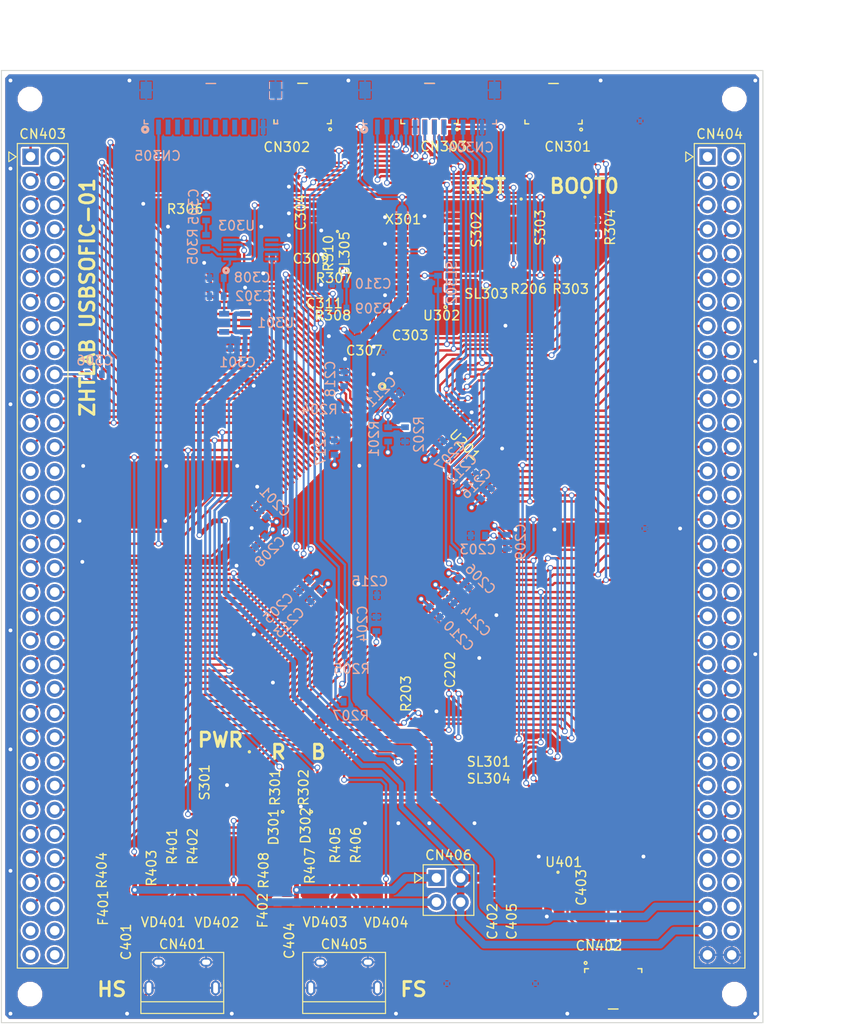
<source format=kicad_pcb>
(kicad_pcb (version 4) (host pcbnew 4.0.6+dfsg1-1)
  (layers (0 F.Cu signal hide) (31 B.Cu signal) (34 B.Paste user) (35 F.Paste user) (36 B.SilkS user) (37 F.SilkS user) (38 B.Mask user) (39 F.Mask user) (44 Edge.Cuts user))
  (net 0 "")
  (net 1 GND)
  (net 2 "Net-(C202-Pad2)")
  (net 3 "Net-(C203-Pad2)")
  (net 4 "Net-(C204-Pad2)")
  (net 5 VD_MCU)
  (net 6 VD5P00)
  (net 7 "Net-(C302-Pad2)")
  (net 8 "Net-(C305-Pad1)")
  (net 9 "Net-(C305-Pad2)")
  (net 10 "Net-(C306-Pad1)")
  (net 11 MCU_PH0:CLK26M000_MCU)
  (net 12 "Net-(C307-Pad2)")
  (net 13 "Net-(C310-Pad2)")
  (net 14 MCU_PA9:UART_TXD)
  (net 15 MCU_PA10:UART_RXD)
  (net 16 MCU_PB10:I2CM_SCL)
  (net 17 MCU_PB11:I2CM_SDA)
  (net 18 MCU_PB6:I2CS_SCL)
  (net 19 MCU_PB9:I2CS_SDA)
  (net 20 MCU_PA15:CLK)
  (net 21 MCU_PE0:SYNC)
  (net 22 MCU_PB0:SEL0)
  (net 23 MCU_PB1:SEL1)
  (net 24 MCU_PB2:SEL2)
  (net 25 MCU_PB3:SPI1_SCK)
  (net 26 MCU_PB5:SPI1_MOSI)
  (net 27 MCU_PB4:SPI1_MISO)
  (net 28 MCU_PA1:SYNC_FRAME)
  (net 29 "Net-(CN401-Pad2)")
  (net 30 "Net-(CN401-Pad3)")
  (net 31 MCU_PB13:USB_ID)
  (net 32 MCU_PA14:SWCLK)
  (net 33 MCU_PA13:SWDIO)
  (net 34 "Net-(CN405-Pad2)")
  (net 35 "Net-(CN405-Pad3)")
  (net 36 MCU_PC10:USB_ID)
  (net 37 "Net-(D301-Pad1)")
  (net 38 "Net-(D302-Pad1)")
  (net 39 "Net-(R201-Pad1)")
  (net 40 "Net-(R203-Pad2)")
  (net 41 MCU_RESET_SW_X)
  (net 42 MCU_PC1:LED_RED)
  (net 43 MCU_PC0:LED_BLUE)
  (net 44 "Net-(R303-Pad1)")
  (net 45 MCU_BOOT)
  (net 46 "Net-(R305-Pad1)")
  (net 47 "Net-(R307-Pad1)")
  (net 48 MCU_PA5:DAC_OUT2)
  (net 49 MCU_PB14:USB_DN)
  (net 50 MCU_PB15:USB_DP)
  (net 51 MCU_PC3:USB_VBUS_EN)
  (net 52 MCU_PA11:USB_DN)
  (net 53 MCU_PA12:USB_DP)
  (net 54 MCU_PC11:USB_VBUS_EN)
  (net 55 MCU_PC2:POWER_SW_X)
  (net 56 MCU_PA4)
  (net 57 MCU_PD2)
  (net 58 MCU_PC6)
  (net 59 SOF8DIV)
  (net 60 MCU_PC7)
  (net 61 PD_IN1)
  (net 62 MCU_PA8)
  (net 63 MCU_PE7:CLK24M576)
  (net 64 MCU_PE15)
  (net 65 MCU_PE14)
  (net 66 MCU_PE13)
  (net 67 MCU_PE12)
  (net 68 MCU_PE11)
  (net 69 MCU_PE10)
  (net 70 MCU_PE9)
  (net 71 MCU_PE8)
  (net 72 MCU_PG1)
  (net 73 MCU_PG0)
  (net 74 MCU_PF15)
  (net 75 MCU_PF14)
  (net 76 MCU_PF13)
  (net 77 MCU_PF12)
  (net 78 MCU_PF11)
  (net 79 MCU_PC5)
  (net 80 MCU_PE2)
  (net 81 MCU_PE3)
  (net 82 MCU_PE4)
  (net 83 MCU_PE5)
  (net 84 MCU_PE6)
  (net 85 MCU_PC13)
  (net 86 MCU_PC14)
  (net 87 MCU_PC15)
  (net 88 MCU_PF0)
  (net 89 MCU_PF1)
  (net 90 MCU_PF2)
  (net 91 MCU_PF3)
  (net 92 MCU_PF4)
  (net 93 MCU_PF5)
  (net 94 MCU_PF6)
  (net 95 MCU_PF7)
  (net 96 MCU_PF8)
  (net 97 MCU_PF9)
  (net 98 MCU_PF10)
  (net 99 MCU_PH1)
  (net 100 MCU_PA0)
  (net 101 MCU_PA2)
  (net 102 MCU_PA3)
  (net 103 MCU_PA6)
  (net 104 MCU_PA7)
  (net 105 MCU_PB12)
  (net 106 MCU_PD8)
  (net 107 MCU_PD9)
  (net 108 MCU_PD10)
  (net 109 MCU_PD11)
  (net 110 MCU_PD12)
  (net 111 MCU_PD13)
  (net 112 MCU_PD14)
  (net 113 MCU_PD15)
  (net 114 MCU_PG2)
  (net 115 MCU_PG3)
  (net 116 MCU_PG4)
  (net 117 MCU_PG5)
  (net 118 MCU_PG8)
  (net 119 MCU_PE1)
  (net 120 MCU_PB8)
  (net 121 MCU_PG15)
  (net 122 MCU_PG14)
  (net 123 MCU_PG13)
  (net 124 MCU_PG12)
  (net 125 MCU_PG11)
  (net 126 MCU_PG10)
  (net 127 MCU_PG9)
  (net 128 MCU_PD7)
  (net 129 MCU_PD6)
  (net 130 MCU_PD5)
  (net 131 MCU_PD4)
  (net 132 MCU_PD3)
  (net 133 MCU_PD1)
  (net 134 MCU_PD0)
  (net 135 MCU_PC12)
  (net 136 MCU_PC9)
  (net 137 MCU_PC8)
  (net 138 CLK26M000_VC)
  (net 139 VD5P00_VBUS_FS)
  (net 140 VD5P00_VBUS_HS)
  (net 141 MCU_PB7:SPI1_CSX)
  (net 142 MCU_PC4)
  (net 143 "Net-(C311-Pad2)")
  (net 144 "Net-(CN401-Pad1)")
  (net 145 "Net-(CN405-Pad1)")
  (net 146 "Net-(C218-Pad2)")
  (module zhtlab_SMD001-010:SMD004_abracon_5.0x3.2mm (layer F.Cu) (at 133.1 105.4)
    (fp_text reference X301 (at 5.1 0.239) (layer F.SilkS))
    (fp_text value ASVTX-09-26000)
    (pad 4 smd rect (at -1.9 -1.3) (size 1.5 1) (layers F.Cu F.Paste F.Mask) (net 7 "Net-(C302-Pad2)"))
    (pad 3 smd rect (at 1.9 -1.3) (size 1.5 1) (layers F.Cu F.Paste F.Mask) (net 46 "Net-(R305-Pad1)"))
    (pad 2 smd rect (at 1.9 1.3) (size 1.5 1) (layers F.Cu F.Paste F.Mask) (net 1 GND))
    (pad 1 smd rect (at -1.9 1.3) (size 1.5 1) (layers F.Cu F.Paste F.Mask) (net 138 CLK26M000_VC))
  )
  (module zhtlab_CN:USB-uB_ZX62D-B-5PA8-30 (layer F.Cu) (at 132 185)
    (fp_text reference CN405 (at 0 -3.24) (layer F.SilkS))
    (fp_text value "ZX62D-B-5PA8(30)")
    (pad 1 smd rect (at -1.3 -1.35 90) (size 1.35 0.4) (layers F.Cu F.Paste F.Mask) (net 145 "Net-(CN405-Pad1)"))
    (pad 2 smd rect (at -0.65 -1.35 90) (size 1.35 0.4) (layers F.Cu F.Paste F.Mask) (net 34 "Net-(CN405-Pad2)"))
    (pad 3 smd rect (at 0 -1.35 90) (size 1.35 0.4) (layers F.Cu F.Paste F.Mask) (net 35 "Net-(CN405-Pad3)"))
    (pad 4 smd rect (at 0.65 -1.35 90) (size 1.35 0.4) (layers F.Cu F.Paste F.Mask) (net 36 MCU_PC10:USB_ID))
    (pad 5 smd rect (at 1.3 -1.35 90) (size 1.35 0.4) (layers F.Cu F.Paste F.Mask) (net 1 GND))
    (pad 7 thru_hole oval (at -2.5 -1.35 90) (size 0.95 1.25) (drill oval 0.55 0.85) (layers *.Cu *.Mask) (net 1 GND))
    (pad 8 thru_hole oval (at 2.5 -1.35 90) (size 0.95 1.25) (drill oval 0.55 0.85) (layers *.Cu *.Mask) (net 1 GND))
    (pad 6 thru_hole oval (at -3.5 1.35 90) (size 1.55 1) (drill oval 1.15 0.5) (layers *.Cu *.Mask) (net 1 GND))
    (pad 9 thru_hole oval (at 3.5 1.35 90) (size 1.55 1) (drill oval 1.15 0.5) (layers *.Cu *.Mask) (net 1 GND))
  )
  (module zhtlab_CN:USB-uB_ZX62D-B-5PA8-30 (layer F.Cu) (at 115 185)
    (fp_text reference CN401 (at 0 -3.24) (layer F.SilkS))
    (fp_text value "ZX62D-B-5PA8(30)")
    (pad 1 smd rect (at -1.3 -1.35 90) (size 1.35 0.4) (layers F.Cu F.Paste F.Mask) (net 144 "Net-(CN401-Pad1)"))
    (pad 2 smd rect (at -0.65 -1.35 90) (size 1.35 0.4) (layers F.Cu F.Paste F.Mask) (net 29 "Net-(CN401-Pad2)"))
    (pad 3 smd rect (at 0 -1.35 90) (size 1.35 0.4) (layers F.Cu F.Paste F.Mask) (net 30 "Net-(CN401-Pad3)"))
    (pad 4 smd rect (at 0.65 -1.35 90) (size 1.35 0.4) (layers F.Cu F.Paste F.Mask) (net 31 MCU_PB13:USB_ID))
    (pad 5 smd rect (at 1.3 -1.35 90) (size 1.35 0.4) (layers F.Cu F.Paste F.Mask) (net 1 GND))
    (pad 7 thru_hole oval (at -2.5 -1.35 90) (size 0.95 1.25) (drill oval 0.55 0.85) (layers *.Cu *.Mask) (net 1 GND))
    (pad 8 thru_hole oval (at 2.5 -1.35 90) (size 0.95 1.25) (drill oval 0.55 0.85) (layers *.Cu *.Mask) (net 1 GND))
    (pad 6 thru_hole oval (at -3.5 1.35 90) (size 1.55 1) (drill oval 1.15 0.5) (layers *.Cu *.Mask) (net 1 GND))
    (pad 9 thru_hole oval (at 3.5 1.35 90) (size 1.55 1) (drill oval 1.15 0.5) (layers *.Cu *.Mask) (net 1 GND))
  )
  (module zhtlab_Connector:JST_SH_SM12B-SRSS-TB_04x1.00mm_Angled (layer B.Cu) (at 118 94)
    (fp_text reference CN305 (at -5.599 4.967) (layer B.SilkS) (effects (justify mirror)))
    (fp_text value JST_SM12B-SHSS-TB)
    (pad 12 smd rect (at 5.5 1.95) (size 0.5 1.55) (layers B.Cu B.Paste B.Mask) (net 1 GND))
    (pad 11 smd rect (at 4.5 1.95) (size 0.5 1.55) (layers B.Cu B.Paste B.Mask))
    (pad 10 smd rect (at 3.5 1.95) (size 0.5 1.55) (layers B.Cu B.Paste B.Mask))
    (pad 9 smd rect (at 2.5 1.95) (size 0.5 1.55) (layers B.Cu B.Paste B.Mask))
    (pad 1 smd rect (at -5.5 1.9375) (size 0.5 1.55) (layers B.Cu B.Paste B.Mask) (net 28 MCU_PA1:SYNC_FRAME))
    (pad 2 smd rect (at -4.5 1.9375) (size 0.5 1.55) (layers B.Cu B.Paste B.Mask))
    (pad 3 smd rect (at -3.5 1.9375) (size 0.5 1.55) (layers B.Cu B.Paste B.Mask))
    (pad 4 smd rect (at -2.5 1.9375) (size 0.5 1.55) (layers B.Cu B.Paste B.Mask))
    (pad 13 smd rect (at -6.8 -1.9375) (size 1.2 1.8) (layers B.Cu B.Paste B.Mask) (net 1 GND))
    (pad 14 smd rect (at 6.8 -1.9375) (size 1.2 1.8) (layers B.Cu B.Paste B.Mask) (net 1 GND))
    (pad 5 smd rect (at -1.55 1.95) (size 0.5 1.55) (layers B.Cu B.Paste B.Mask))
    (pad 6 smd rect (at -0.5 1.95) (size 0.5 1.55) (layers B.Cu B.Paste B.Mask))
    (pad 7 smd rect (at 0.5 1.95) (size 0.5 1.55) (layers B.Cu B.Paste B.Mask))
    (pad 8 smd rect (at 1.5 1.95) (size 0.5 1.55) (layers B.Cu B.Paste B.Mask))
  )
  (module zhtlab_Connector:JST_SH_SM12B-SRSS-TB_04x1.00mm_Angled (layer B.Cu) (at 141 94)
    (fp_text reference CN304 (at 4.294 4.078) (layer B.SilkS) (effects (justify mirror)))
    (fp_text value JST_SM12B-SHSS-TB)
    (pad 12 smd rect (at 5.5 1.95) (size 0.5 1.55) (layers B.Cu B.Paste B.Mask) (net 1 GND))
    (pad 11 smd rect (at 4.5 1.95) (size 0.5 1.55) (layers B.Cu B.Paste B.Mask) (net 141 MCU_PB7:SPI1_CSX))
    (pad 10 smd rect (at 3.5 1.95) (size 0.5 1.55) (layers B.Cu B.Paste B.Mask) (net 27 MCU_PB4:SPI1_MISO))
    (pad 9 smd rect (at 2.5 1.95) (size 0.5 1.55) (layers B.Cu B.Paste B.Mask) (net 26 MCU_PB5:SPI1_MOSI))
    (pad 1 smd rect (at -5.5 1.9375) (size 0.5 1.55) (layers B.Cu B.Paste B.Mask) (net 20 MCU_PA15:CLK))
    (pad 2 smd rect (at -4.5 1.9375) (size 0.5 1.55) (layers B.Cu B.Paste B.Mask) (net 21 MCU_PE0:SYNC))
    (pad 3 smd rect (at -3.5 1.9375) (size 0.5 1.55) (layers B.Cu B.Paste B.Mask) (net 16 MCU_PB10:I2CM_SCL))
    (pad 4 smd rect (at -2.5 1.9375) (size 0.5 1.55) (layers B.Cu B.Paste B.Mask) (net 17 MCU_PB11:I2CM_SDA))
    (pad 13 smd rect (at -6.8 -1.9375) (size 1.2 1.8) (layers B.Cu B.Paste B.Mask) (net 1 GND))
    (pad 14 smd rect (at 6.8 -1.9375) (size 1.2 1.8) (layers B.Cu B.Paste B.Mask) (net 1 GND))
    (pad 5 smd rect (at -1.55 1.95) (size 0.5 1.55) (layers B.Cu B.Paste B.Mask) (net 22 MCU_PB0:SEL0))
    (pad 6 smd rect (at -0.5 1.95) (size 0.5 1.55) (layers B.Cu B.Paste B.Mask) (net 23 MCU_PB1:SEL1))
    (pad 7 smd rect (at 0.5 1.95) (size 0.5 1.55) (layers B.Cu B.Paste B.Mask) (net 24 MCU_PB2:SEL2))
    (pad 8 smd rect (at 1.5 1.95) (size 0.5 1.55) (layers B.Cu B.Paste B.Mask) (net 25 MCU_PB3:SPI1_SCK))
  )
  (module zhtlab_CN:CN_02x2_D1.0mm_P2.54mm_TH (layer F.Cu) (at 141.7 174.8)
    (fp_text reference CN406 (at 1.27 -2.39) (layer F.SilkS))
    (fp_text value CN_02x2_D1.0mm_P2.54mm_TH)
    (pad 1 thru_hole rect (at 0 0) (size 1.7 1.7) (drill 1) (layers *.Cu *.Mask) (net 139 VD5P00_VBUS_FS))
    (pad 2 thru_hole oval (at 2.54 0) (size 1.7 1.7) (drill 1) (layers *.Cu *.Mask) (net 6 VD5P00))
    (pad 3 thru_hole oval (at 0 2.54) (size 1.7 1.7) (drill 1) (layers *.Cu *.Mask) (net 140 VD5P00_VBUS_HS))
    (pad 4 thru_hole oval (at 2.54 2.54) (size 1.7 1.7) (drill 1) (layers *.Cu *.Mask) (net 6 VD5P00))
  )
  (module zhtlab_SMD_standard:RCL_1608m (layer F.Cu) (at 134 178)
    (fp_text reference VD404 (at 2.404 1.485) (layer F.SilkS))
    (fp_text value AVRL161A3R3FTA)
    (pad 1 smd rect (at -0.75 0) (size 0.6 0.8) (layers F.Cu F.Paste F.Mask) (net 35 "Net-(CN405-Pad3)"))
    (pad 2 smd rect (at 0.75 0) (size 0.6 0.8) (layers F.Cu F.Paste F.Mask) (net 1 GND))
  )
  (module zhtlab_SMD_standard:RCL_1608m (layer F.Cu) (at 130 178 180)
    (fp_text reference VD403 (at 0 -1.45 180) (layer F.SilkS))
    (fp_text value AVRL161A3R3FTA)
    (pad 1 smd rect (at -0.75 0 180) (size 0.6 0.8) (layers F.Cu F.Paste F.Mask) (net 34 "Net-(CN405-Pad2)"))
    (pad 2 smd rect (at 0.75 0 180) (size 0.6 0.8) (layers F.Cu F.Paste F.Mask) (net 1 GND))
  )
  (module zhtlab_SMD_standard:RCL_1608m (layer F.Cu) (at 117 178)
    (fp_text reference VD402 (at 1.624 1.485) (layer F.SilkS))
    (fp_text value AVRL161A3R3FTA)
    (pad 1 smd rect (at -0.75 0) (size 0.6 0.8) (layers F.Cu F.Paste F.Mask) (net 30 "Net-(CN401-Pad3)"))
    (pad 2 smd rect (at 0.75 0) (size 0.6 0.8) (layers F.Cu F.Paste F.Mask) (net 1 GND))
  )
  (module zhtlab_SMD_standard:RCL_1608m (layer F.Cu) (at 113 178 180)
    (fp_text reference VD401 (at 0 -1.45 180) (layer F.SilkS))
    (fp_text value AVRL161A3R3FTA)
    (pad 1 smd rect (at -0.75 0 180) (size 0.6 0.8) (layers F.Cu F.Paste F.Mask) (net 29 "Net-(CN401-Pad2)"))
    (pad 2 smd rect (at 0.75 0 180) (size 0.6 0.8) (layers F.Cu F.Paste F.Mask) (net 1 GND))
  )
  (module zhtlab_SMD_standard:SOIC-16_3.9x10.0mm_Pitch1.27mm (layer F.Cu) (at 140.7 110.3 180)
    (fp_text reference U302 (at -1.546 -5.431 180) (layer F.SilkS))
    (fp_text value CD74HC4046AM96)
    (pad 16 smd rect (at 2.7 -3.81 180) (size 1.5 0.6) (layers F.Cu F.Paste F.Mask) (net 5 VD_MCU))
    (pad 15 smd rect (at 2.7 -2.54 180) (size 1.5 0.6) (layers F.Cu F.Paste F.Mask))
    (pad 8 smd rect (at -2.7 5.08 180) (size 1.5 0.6) (layers F.Cu F.Paste F.Mask) (net 1 GND))
    (pad 1 smd rect (at -2.7 -3.81 180) (size 1.5 0.6) (layers F.Cu F.Paste F.Mask))
    (pad 2 smd rect (at -2.7 -2.54 180) (size 1.5 0.6) (layers F.Cu F.Paste F.Mask))
    (pad 3 smd rect (at -2.7 -1.27 180) (size 1.5 0.6) (layers F.Cu F.Paste F.Mask) (net 61 PD_IN1))
    (pad 4 smd rect (at -2.7 0 180) (size 1.5 0.6) (layers F.Cu F.Paste F.Mask))
    (pad 5 smd rect (at -2.7 1.27 180) (size 1.5 0.6) (layers F.Cu F.Paste F.Mask) (net 5 VD_MCU))
    (pad 6 smd rect (at -2.7 2.54 180) (size 1.5 0.6) (layers F.Cu F.Paste F.Mask))
    (pad 7 smd rect (at -2.7 3.81 180) (size 1.5 0.6) (layers F.Cu F.Paste F.Mask))
    (pad 9 smd rect (at 2.7 5.08 180) (size 1.5 0.6) (layers F.Cu F.Paste F.Mask) (net 1 GND))
    (pad 10 smd rect (at 2.7 3.81 180) (size 1.5 0.6) (layers F.Cu F.Paste F.Mask))
    (pad 11 smd rect (at 2.7 2.54 180) (size 1.5 0.6) (layers F.Cu F.Paste F.Mask))
    (pad 12 smd rect (at 2.7 1.27 180) (size 1.5 0.6) (layers F.Cu F.Paste F.Mask))
    (pad 13 smd rect (at 2.7 0 180) (size 1.5 0.6) (layers F.Cu F.Paste F.Mask) (net 47 "Net-(R307-Pad1)"))
    (pad 14 smd rect (at 2.7 -1.27 180) (size 1.5 0.6) (layers F.Cu F.Paste F.Mask) (net 59 SOF8DIV))
  )
  (module zhtlab_SMD_QFP_QFN:TQFP-144_20x20mm_Pitch0.5mm (layer F.Cu) (at 136 138 315)
    (fp_text reference U201 (at 0 -12.275 315) (layer F.SilkS))
    (fp_text value STM32F730Z8T)
    (pad 1 smd rect (at -10.55 -8.75 315) (size 1.45 0.25) (layers F.Cu F.Paste F.Mask) (net 80 MCU_PE2))
    (pad 2 smd rect (at -10.55 -8.25 315) (size 1.45 0.25) (layers F.Cu F.Paste F.Mask) (net 81 MCU_PE3))
    (pad 3 smd rect (at -10.55 -7.75 315) (size 1.45 0.25) (layers F.Cu F.Paste F.Mask) (net 82 MCU_PE4))
    (pad 4 smd rect (at -10.55 -7.25 315) (size 1.45 0.25) (layers F.Cu F.Paste F.Mask) (net 83 MCU_PE5))
    (pad 5 smd rect (at -10.55 -6.75 315) (size 1.45 0.25) (layers F.Cu F.Paste F.Mask) (net 84 MCU_PE6))
    (pad 6 smd rect (at -10.55 -6.25 315) (size 1.45 0.25) (layers F.Cu F.Paste F.Mask) (net 146 "Net-(C218-Pad2)"))
    (pad 7 smd rect (at -10.55 -5.75 315) (size 1.45 0.25) (layers F.Cu F.Paste F.Mask) (net 85 MCU_PC13))
    (pad 8 smd rect (at -10.55 -5.25 315) (size 1.45 0.25) (layers F.Cu F.Paste F.Mask) (net 86 MCU_PC14))
    (pad 9 smd rect (at -10.55 -4.75 315) (size 1.45 0.25) (layers F.Cu F.Paste F.Mask) (net 87 MCU_PC15))
    (pad 10 smd rect (at -10.55 -4.25 315) (size 1.45 0.25) (layers F.Cu F.Paste F.Mask) (net 88 MCU_PF0))
    (pad 11 smd rect (at -10.55 -3.75 315) (size 1.45 0.25) (layers F.Cu F.Paste F.Mask) (net 89 MCU_PF1))
    (pad 12 smd rect (at -10.55 -3.25 315) (size 1.45 0.25) (layers F.Cu F.Paste F.Mask) (net 90 MCU_PF2))
    (pad 13 smd rect (at -10.55 -2.75 315) (size 1.45 0.25) (layers F.Cu F.Paste F.Mask) (net 91 MCU_PF3))
    (pad 14 smd rect (at -10.55 -2.25 315) (size 1.45 0.25) (layers F.Cu F.Paste F.Mask) (net 92 MCU_PF4))
    (pad 15 smd rect (at -10.55 -1.75 315) (size 1.45 0.25) (layers F.Cu F.Paste F.Mask) (net 93 MCU_PF5))
    (pad 16 smd rect (at -10.55 -1.25 315) (size 1.45 0.25) (layers F.Cu F.Paste F.Mask) (net 1 GND))
    (pad 17 smd rect (at -10.55 -0.75 315) (size 1.45 0.25) (layers F.Cu F.Paste F.Mask) (net 5 VD_MCU))
    (pad 18 smd rect (at -10.55 -0.25 315) (size 1.45 0.25) (layers F.Cu F.Paste F.Mask) (net 94 MCU_PF6))
    (pad 19 smd rect (at -10.55 0.25 315) (size 1.45 0.25) (layers F.Cu F.Paste F.Mask) (net 95 MCU_PF7))
    (pad 20 smd rect (at -10.55 0.75 315) (size 1.45 0.25) (layers F.Cu F.Paste F.Mask) (net 96 MCU_PF8))
    (pad 21 smd rect (at -10.55 1.25 315) (size 1.45 0.25) (layers F.Cu F.Paste F.Mask) (net 97 MCU_PF9))
    (pad 22 smd rect (at -10.55 1.75 315) (size 1.45 0.25) (layers F.Cu F.Paste F.Mask) (net 98 MCU_PF10))
    (pad 23 smd rect (at -10.55 2.25 315) (size 1.45 0.25) (layers F.Cu F.Paste F.Mask) (net 11 MCU_PH0:CLK26M000_MCU))
    (pad 24 smd rect (at -10.55 2.75 315) (size 1.45 0.25) (layers F.Cu F.Paste F.Mask) (net 99 MCU_PH1))
    (pad 25 smd rect (at -10.55 3.25 315) (size 1.45 0.25) (layers F.Cu F.Paste F.Mask) (net 41 MCU_RESET_SW_X))
    (pad 26 smd rect (at -10.55 3.75 315) (size 1.45 0.25) (layers F.Cu F.Paste F.Mask) (net 43 MCU_PC0:LED_BLUE))
    (pad 27 smd rect (at -10.55 4.25 315) (size 1.45 0.25) (layers F.Cu F.Paste F.Mask) (net 42 MCU_PC1:LED_RED))
    (pad 28 smd rect (at -10.55 4.75 315) (size 1.45 0.25) (layers F.Cu F.Paste F.Mask) (net 55 MCU_PC2:POWER_SW_X))
    (pad 29 smd rect (at -10.55 5.25 315) (size 1.45 0.25) (layers F.Cu F.Paste F.Mask) (net 51 MCU_PC3:USB_VBUS_EN))
    (pad 30 smd rect (at -10.55 5.75 315) (size 1.45 0.25) (layers F.Cu F.Paste F.Mask) (net 5 VD_MCU))
    (pad 31 smd rect (at -10.55 6.25 315) (size 1.45 0.25) (layers F.Cu F.Paste F.Mask) (net 1 GND))
    (pad 32 smd rect (at -10.55 6.75 315) (size 1.45 0.25) (layers F.Cu F.Paste F.Mask) (net 5 VD_MCU))
    (pad 33 smd rect (at -10.55 7.25 315) (size 1.45 0.25) (layers F.Cu F.Paste F.Mask) (net 5 VD_MCU))
    (pad 34 smd rect (at -10.55 7.75 315) (size 1.45 0.25) (layers F.Cu F.Paste F.Mask) (net 100 MCU_PA0))
    (pad 35 smd rect (at -10.55 8.25 315) (size 1.45 0.25) (layers F.Cu F.Paste F.Mask) (net 28 MCU_PA1:SYNC_FRAME))
    (pad 36 smd rect (at -10.55 8.75 315) (size 1.45 0.25) (layers F.Cu F.Paste F.Mask) (net 101 MCU_PA2))
    (pad 37 smd rect (at -8.75 10.55 45) (size 1.45 0.25) (layers F.Cu F.Paste F.Mask) (net 102 MCU_PA3))
    (pad 38 smd rect (at -8.25 10.55 45) (size 1.45 0.25) (layers F.Cu F.Paste F.Mask) (net 1 GND))
    (pad 39 smd rect (at -7.75 10.55 45) (size 1.45 0.25) (layers F.Cu F.Paste F.Mask) (net 5 VD_MCU))
    (pad 40 smd rect (at -7.25 10.55 45) (size 1.45 0.25) (layers F.Cu F.Paste F.Mask) (net 56 MCU_PA4))
    (pad 41 smd rect (at -6.75 10.55 45) (size 1.45 0.25) (layers F.Cu F.Paste F.Mask) (net 48 MCU_PA5:DAC_OUT2))
    (pad 42 smd rect (at -6.25 10.55 45) (size 1.45 0.25) (layers F.Cu F.Paste F.Mask) (net 103 MCU_PA6))
    (pad 43 smd rect (at -5.75 10.55 45) (size 1.45 0.25) (layers F.Cu F.Paste F.Mask) (net 104 MCU_PA7))
    (pad 44 smd rect (at -5.25 10.55 45) (size 1.45 0.25) (layers F.Cu F.Paste F.Mask) (net 142 MCU_PC4))
    (pad 45 smd rect (at -4.75 10.55 45) (size 1.45 0.25) (layers F.Cu F.Paste F.Mask) (net 79 MCU_PC5))
    (pad 46 smd rect (at -4.25 10.55 45) (size 1.45 0.25) (layers F.Cu F.Paste F.Mask) (net 22 MCU_PB0:SEL0))
    (pad 47 smd rect (at -3.75 10.55 45) (size 1.45 0.25) (layers F.Cu F.Paste F.Mask) (net 23 MCU_PB1:SEL1))
    (pad 48 smd rect (at -3.25 10.55 45) (size 1.45 0.25) (layers F.Cu F.Paste F.Mask) (net 24 MCU_PB2:SEL2))
    (pad 49 smd rect (at -2.75 10.55 45) (size 1.45 0.25) (layers F.Cu F.Paste F.Mask) (net 78 MCU_PF11))
    (pad 50 smd rect (at -2.25 10.55 45) (size 1.45 0.25) (layers F.Cu F.Paste F.Mask) (net 77 MCU_PF12))
    (pad 51 smd rect (at -1.75 10.55 45) (size 1.45 0.25) (layers F.Cu F.Paste F.Mask) (net 1 GND))
    (pad 52 smd rect (at -1.25 10.55 45) (size 1.45 0.25) (layers F.Cu F.Paste F.Mask) (net 5 VD_MCU))
    (pad 53 smd rect (at -0.75 10.55 45) (size 1.45 0.25) (layers F.Cu F.Paste F.Mask) (net 76 MCU_PF13))
    (pad 54 smd rect (at -0.25 10.55 45) (size 1.45 0.25) (layers F.Cu F.Paste F.Mask) (net 75 MCU_PF14))
    (pad 55 smd rect (at 0.25 10.55 45) (size 1.45 0.25) (layers F.Cu F.Paste F.Mask) (net 74 MCU_PF15))
    (pad 56 smd rect (at 0.75 10.55 45) (size 1.45 0.25) (layers F.Cu F.Paste F.Mask) (net 73 MCU_PG0))
    (pad 57 smd rect (at 1.25 10.55 45) (size 1.45 0.25) (layers F.Cu F.Paste F.Mask) (net 72 MCU_PG1))
    (pad 58 smd rect (at 1.75 10.55 45) (size 1.45 0.25) (layers F.Cu F.Paste F.Mask) (net 63 MCU_PE7:CLK24M576))
    (pad 59 smd rect (at 2.25 10.55 45) (size 1.45 0.25) (layers F.Cu F.Paste F.Mask) (net 71 MCU_PE8))
    (pad 60 smd rect (at 2.75 10.55 45) (size 1.45 0.25) (layers F.Cu F.Paste F.Mask) (net 70 MCU_PE9))
    (pad 61 smd rect (at 3.25 10.55 45) (size 1.45 0.25) (layers F.Cu F.Paste F.Mask) (net 1 GND))
    (pad 62 smd rect (at 3.75 10.55 45) (size 1.45 0.25) (layers F.Cu F.Paste F.Mask) (net 5 VD_MCU))
    (pad 63 smd rect (at 4.25 10.55 45) (size 1.45 0.25) (layers F.Cu F.Paste F.Mask) (net 69 MCU_PE10))
    (pad 64 smd rect (at 4.75 10.55 45) (size 1.45 0.25) (layers F.Cu F.Paste F.Mask) (net 68 MCU_PE11))
    (pad 65 smd rect (at 5.25 10.55 45) (size 1.45 0.25) (layers F.Cu F.Paste F.Mask) (net 67 MCU_PE12))
    (pad 66 smd rect (at 5.75 10.55 45) (size 1.45 0.25) (layers F.Cu F.Paste F.Mask) (net 66 MCU_PE13))
    (pad 67 smd rect (at 6.25 10.55 45) (size 1.45 0.25) (layers F.Cu F.Paste F.Mask) (net 65 MCU_PE14))
    (pad 68 smd rect (at 6.75 10.55 45) (size 1.45 0.25) (layers F.Cu F.Paste F.Mask) (net 64 MCU_PE15))
    (pad 69 smd rect (at 7.25 10.55 45) (size 1.45 0.25) (layers F.Cu F.Paste F.Mask) (net 16 MCU_PB10:I2CM_SCL))
    (pad 70 smd rect (at 7.75 10.55 45) (size 1.45 0.25) (layers F.Cu F.Paste F.Mask) (net 17 MCU_PB11:I2CM_SDA))
    (pad 71 smd rect (at 8.25 10.55 45) (size 1.45 0.25) (layers F.Cu F.Paste F.Mask) (net 4 "Net-(C204-Pad2)"))
    (pad 72 smd rect (at 8.75 10.55 45) (size 1.45 0.25) (layers F.Cu F.Paste F.Mask) (net 5 VD_MCU))
    (pad 73 smd rect (at 10.55 8.75 315) (size 1.45 0.25) (layers F.Cu F.Paste F.Mask) (net 105 MCU_PB12))
    (pad 74 smd rect (at 10.55 8.25 315) (size 1.45 0.25) (layers F.Cu F.Paste F.Mask) (net 31 MCU_PB13:USB_ID))
    (pad 75 smd rect (at 10.55 7.75 315) (size 1.45 0.25) (layers F.Cu F.Paste F.Mask) (net 40 "Net-(R203-Pad2)"))
    (pad 76 smd rect (at 10.55 7.25 315) (size 1.45 0.25) (layers F.Cu F.Paste F.Mask) (net 2 "Net-(C202-Pad2)"))
    (pad 77 smd rect (at 10.55 6.75 315) (size 1.45 0.25) (layers F.Cu F.Paste F.Mask) (net 49 MCU_PB14:USB_DN))
    (pad 78 smd rect (at 10.55 6.25 315) (size 1.45 0.25) (layers F.Cu F.Paste F.Mask) (net 50 MCU_PB15:USB_DP))
    (pad 79 smd rect (at 10.55 5.75 315) (size 1.45 0.25) (layers F.Cu F.Paste F.Mask) (net 106 MCU_PD8))
    (pad 80 smd rect (at 10.55 5.25 315) (size 1.45 0.25) (layers F.Cu F.Paste F.Mask) (net 107 MCU_PD9))
    (pad 81 smd rect (at 10.55 4.75 315) (size 1.45 0.25) (layers F.Cu F.Paste F.Mask) (net 108 MCU_PD10))
    (pad 82 smd rect (at 10.55 4.25 315) (size 1.45 0.25) (layers F.Cu F.Paste F.Mask) (net 109 MCU_PD11))
    (pad 83 smd rect (at 10.55 3.75 315) (size 1.45 0.25) (layers F.Cu F.Paste F.Mask) (net 110 MCU_PD12))
    (pad 84 smd rect (at 10.55 3.25 315) (size 1.45 0.25) (layers F.Cu F.Paste F.Mask) (net 111 MCU_PD13))
    (pad 85 smd rect (at 10.55 2.75 315) (size 1.45 0.25) (layers F.Cu F.Paste F.Mask) (net 1 GND))
    (pad 86 smd rect (at 10.55 2.25 315) (size 1.45 0.25) (layers F.Cu F.Paste F.Mask) (net 5 VD_MCU))
    (pad 87 smd rect (at 10.55 1.75 315) (size 1.45 0.25) (layers F.Cu F.Paste F.Mask) (net 112 MCU_PD14))
    (pad 88 smd rect (at 10.55 1.25 315) (size 1.45 0.25) (layers F.Cu F.Paste F.Mask) (net 113 MCU_PD15))
    (pad 89 smd rect (at 10.55 0.75 315) (size 1.45 0.25) (layers F.Cu F.Paste F.Mask) (net 114 MCU_PG2))
    (pad 90 smd rect (at 10.55 0.25 315) (size 1.45 0.25) (layers F.Cu F.Paste F.Mask) (net 115 MCU_PG3))
    (pad 91 smd rect (at 10.55 -0.25 315) (size 1.45 0.25) (layers F.Cu F.Paste F.Mask) (net 116 MCU_PG4))
    (pad 92 smd rect (at 10.55 -0.75 315) (size 1.45 0.25) (layers F.Cu F.Paste F.Mask) (net 117 MCU_PG5))
    (pad 93 smd rect (at 10.55 -1.25 315) (size 1.45 0.25) (layers F.Cu F.Paste F.Mask) (net 118 MCU_PG8))
    (pad 94 smd rect (at 10.55 -1.75 315) (size 1.45 0.25) (layers F.Cu F.Paste F.Mask) (net 1 GND))
    (pad 95 smd rect (at 10.55 -2.25 315) (size 1.45 0.25) (layers F.Cu F.Paste F.Mask) (net 5 VD_MCU))
    (pad 96 smd rect (at 10.55 -2.75 315) (size 1.45 0.25) (layers F.Cu F.Paste F.Mask) (net 58 MCU_PC6))
    (pad 97 smd rect (at 10.55 -3.25 315) (size 1.45 0.25) (layers F.Cu F.Paste F.Mask) (net 60 MCU_PC7))
    (pad 98 smd rect (at 10.55 -3.75 315) (size 1.45 0.25) (layers F.Cu F.Paste F.Mask) (net 137 MCU_PC8))
    (pad 99 smd rect (at 10.55 -4.25 315) (size 1.45 0.25) (layers F.Cu F.Paste F.Mask) (net 136 MCU_PC9))
    (pad 100 smd rect (at 10.55 -4.75 315) (size 1.45 0.25) (layers F.Cu F.Paste F.Mask) (net 62 MCU_PA8))
    (pad 101 smd rect (at 10.55 -5.25 315) (size 1.45 0.25) (layers F.Cu F.Paste F.Mask) (net 14 MCU_PA9:UART_TXD))
    (pad 102 smd rect (at 10.55 -5.75 315) (size 1.45 0.25) (layers F.Cu F.Paste F.Mask) (net 15 MCU_PA10:UART_RXD))
    (pad 103 smd rect (at 10.55 -6.25 315) (size 1.45 0.25) (layers F.Cu F.Paste F.Mask) (net 52 MCU_PA11:USB_DN))
    (pad 104 smd rect (at 10.55 -6.75 315) (size 1.45 0.25) (layers F.Cu F.Paste F.Mask) (net 53 MCU_PA12:USB_DP))
    (pad 105 smd rect (at 10.55 -7.25 315) (size 1.45 0.25) (layers F.Cu F.Paste F.Mask) (net 33 MCU_PA13:SWDIO))
    (pad 106 smd rect (at 10.55 -7.75 315) (size 1.45 0.25) (layers F.Cu F.Paste F.Mask) (net 3 "Net-(C203-Pad2)"))
    (pad 107 smd rect (at 10.55 -8.25 315) (size 1.45 0.25) (layers F.Cu F.Paste F.Mask) (net 1 GND))
    (pad 108 smd rect (at 10.55 -8.75 315) (size 1.45 0.25) (layers F.Cu F.Paste F.Mask) (net 5 VD_MCU))
    (pad 109 smd rect (at 8.75 -10.55 45) (size 1.45 0.25) (layers F.Cu F.Paste F.Mask) (net 32 MCU_PA14:SWCLK))
    (pad 110 smd rect (at 8.25 -10.55 45) (size 1.45 0.25) (layers F.Cu F.Paste F.Mask) (net 20 MCU_PA15:CLK))
    (pad 111 smd rect (at 7.75 -10.55 45) (size 1.45 0.25) (layers F.Cu F.Paste F.Mask) (net 36 MCU_PC10:USB_ID))
    (pad 112 smd rect (at 7.25 -10.55 45) (size 1.45 0.25) (layers F.Cu F.Paste F.Mask) (net 54 MCU_PC11:USB_VBUS_EN))
    (pad 113 smd rect (at 6.75 -10.55 45) (size 1.45 0.25) (layers F.Cu F.Paste F.Mask) (net 135 MCU_PC12))
    (pad 114 smd rect (at 6.25 -10.55 45) (size 1.45 0.25) (layers F.Cu F.Paste F.Mask) (net 134 MCU_PD0))
    (pad 115 smd rect (at 5.75 -10.55 45) (size 1.45 0.25) (layers F.Cu F.Paste F.Mask) (net 133 MCU_PD1))
    (pad 116 smd rect (at 5.25 -10.55 45) (size 1.45 0.25) (layers F.Cu F.Paste F.Mask) (net 57 MCU_PD2))
    (pad 117 smd rect (at 4.75 -10.55 45) (size 1.45 0.25) (layers F.Cu F.Paste F.Mask) (net 132 MCU_PD3))
    (pad 118 smd rect (at 4.25 -10.55 45) (size 1.45 0.25) (layers F.Cu F.Paste F.Mask) (net 131 MCU_PD4))
    (pad 119 smd rect (at 3.75 -10.55 45) (size 1.45 0.25) (layers F.Cu F.Paste F.Mask) (net 130 MCU_PD5))
    (pad 120 smd rect (at 3.25 -10.55 45) (size 1.45 0.25) (layers F.Cu F.Paste F.Mask) (net 1 GND))
    (pad 121 smd rect (at 2.75 -10.55 45) (size 1.45 0.25) (layers F.Cu F.Paste F.Mask) (net 5 VD_MCU))
    (pad 122 smd rect (at 2.25 -10.55 45) (size 1.45 0.25) (layers F.Cu F.Paste F.Mask) (net 129 MCU_PD6))
    (pad 123 smd rect (at 1.75 -10.55 45) (size 1.45 0.25) (layers F.Cu F.Paste F.Mask) (net 128 MCU_PD7))
    (pad 124 smd rect (at 1.25 -10.55 45) (size 1.45 0.25) (layers F.Cu F.Paste F.Mask) (net 127 MCU_PG9))
    (pad 125 smd rect (at 0.75 -10.55 45) (size 1.45 0.25) (layers F.Cu F.Paste F.Mask) (net 126 MCU_PG10))
    (pad 126 smd rect (at 0.25 -10.55 45) (size 1.45 0.25) (layers F.Cu F.Paste F.Mask) (net 125 MCU_PG11))
    (pad 127 smd rect (at -0.25 -10.55 45) (size 1.45 0.25) (layers F.Cu F.Paste F.Mask) (net 124 MCU_PG12))
    (pad 128 smd rect (at -0.75 -10.55 45) (size 1.45 0.25) (layers F.Cu F.Paste F.Mask) (net 123 MCU_PG13))
    (pad 129 smd rect (at -1.25 -10.55 45) (size 1.45 0.25) (layers F.Cu F.Paste F.Mask) (net 122 MCU_PG14))
    (pad 130 smd rect (at -1.75 -10.55 45) (size 1.45 0.25) (layers F.Cu F.Paste F.Mask) (net 1 GND))
    (pad 131 smd rect (at -2.25 -10.55 45) (size 1.45 0.25) (layers F.Cu F.Paste F.Mask) (net 5 VD_MCU))
    (pad 132 smd rect (at -2.75 -10.55 45) (size 1.45 0.25) (layers F.Cu F.Paste F.Mask) (net 121 MCU_PG15))
    (pad 133 smd rect (at -3.25 -10.55 45) (size 1.45 0.25) (layers F.Cu F.Paste F.Mask) (net 25 MCU_PB3:SPI1_SCK))
    (pad 134 smd rect (at -3.75 -10.55 45) (size 1.45 0.25) (layers F.Cu F.Paste F.Mask) (net 27 MCU_PB4:SPI1_MISO))
    (pad 135 smd rect (at -4.25 -10.55 45) (size 1.45 0.25) (layers F.Cu F.Paste F.Mask) (net 26 MCU_PB5:SPI1_MOSI))
    (pad 136 smd rect (at -4.75 -10.55 45) (size 1.45 0.25) (layers F.Cu F.Paste F.Mask) (net 18 MCU_PB6:I2CS_SCL))
    (pad 137 smd rect (at -5.25 -10.55 45) (size 1.45 0.25) (layers F.Cu F.Paste F.Mask) (net 141 MCU_PB7:SPI1_CSX))
    (pad 138 smd rect (at -5.75 -10.55 45) (size 1.45 0.25) (layers F.Cu F.Paste F.Mask) (net 45 MCU_BOOT))
    (pad 139 smd rect (at -6.25 -10.55 45) (size 1.45 0.25) (layers F.Cu F.Paste F.Mask) (net 120 MCU_PB8))
    (pad 140 smd rect (at -6.75 -10.55 45) (size 1.45 0.25) (layers F.Cu F.Paste F.Mask) (net 19 MCU_PB9:I2CS_SDA))
    (pad 141 smd rect (at -7.25 -10.55 45) (size 1.45 0.25) (layers F.Cu F.Paste F.Mask) (net 21 MCU_PE0:SYNC))
    (pad 142 smd rect (at -7.75 -10.55 45) (size 1.45 0.25) (layers F.Cu F.Paste F.Mask) (net 119 MCU_PE1))
    (pad 143 smd rect (at -8.25 -10.55 45) (size 1.45 0.25) (layers F.Cu F.Paste F.Mask) (net 39 "Net-(R201-Pad1)"))
    (pad 144 smd rect (at -8.75 -10.55 45) (size 1.45 0.25) (layers F.Cu F.Paste F.Mask) (net 5 VD_MCU))
  )
  (module zhtlab_SMD001-010:TP_C0.5mm_nonsolder (layer B.Cu) (at 163.6 138.1)
    (fp_text reference TP412 hide)
    (fp_text value TP-C05N)
    (pad 1 smd circle (at 0 0) (size 0.5 0.5) (layers B.Cu B.Mask) (net 1 GND))
  )
  (module zhtlab_SMD001-010:TP_C0.5mm_nonsolder (layer B.Cu) (at 148.7 178.9)
    (fp_text reference TP411 hide)
    (fp_text value TP-C05N)
    (pad 1 smd circle (at 7.5 -0.1) (size 0.5 0.5) (layers B.Cu B.Mask) (net 5 VD_MCU))
  )
  (module zhtlab_SMD001-010:TP_C0.5mm_nonsolder (layer F.Cu) (at 152.1 184.5)
    (fp_text reference TP410 hide)
    (fp_text value TP-C05N)
    (pad 1 smd circle (at 0 0) (size 0.5 0.5) (layers F.Cu F.Mask) (net 1 GND))
  )
  (module zhtlab_SMD001-010:TP_C0.5mm_nonsolder (layer B.Cu) (at 133.6 154.8)
    (fp_text reference TP409 hide)
    (fp_text value TP-C05N)
    (pad 1 smd circle (at 0 0) (size 0.5 0.5) (layers B.Cu B.Mask) (net 5 VD_MCU))
  )
  (module zhtlab_SMD001-010:TP_C0.5mm_nonsolder (layer B.Cu) (at 163.1 95.3)
    (fp_text reference TP408 hide)
    (fp_text value TP-C05N)
    (pad 1 smd circle (at 0 0) (size 0.5 0.5) (layers B.Cu B.Mask) (net 1 GND))
  )
  (module zhtlab_SMD001-010:TP_C0.5mm_nonsolder (layer B.Cu) (at 138.1 105.7)
    (fp_text reference TP407 hide)
    (fp_text value TP-C05N)
    (pad 1 smd circle (at 0 0) (size 0.5 0.5) (layers B.Cu B.Mask) (net 5 VD_MCU))
  )
  (module zhtlab_SMD001-010:TP_C0.5mm_nonsolder (layer B.Cu) (at 152.1 185.9)
    (fp_text reference TP406 hide)
    (fp_text value TP-C05N)
    (pad 1 smd circle (at 0 0) (size 0.5 0.5) (layers B.Cu B.Mask) (net 1 GND))
  )
  (module zhtlab_SMD001-010:TP_C0.5mm_nonsolder (layer F.Cu) (at 148.9 170.7)
    (fp_text reference TP405 hide)
    (fp_text value TP-C05N)
    (pad 1 smd circle (at 0 0) (size 0.5 0.5) (layers F.Cu F.Mask) (net 5 VD_MCU))
  )
  (module zhtlab_SMD001-010:TP_C0.5mm_nonsolder (layer B.Cu) (at 142.8 185.9)
    (fp_text reference TP404 hide)
    (fp_text value TP-C05N)
    (pad 1 smd circle (at 0 0) (size 0.5 0.5) (layers B.Cu B.Mask) (net 1 GND))
  )
  (module zhtlab_SMD001-010:TP_C0.5mm_nonsolder (layer B.Cu) (at 133.6 137.7)
    (fp_text reference TP403 hide)
    (fp_text value TP-C05N)
    (pad 1 smd circle (at 0 0) (size 0.5 0.5) (layers B.Cu B.Mask) (net 5 VD_MCU))
  )
  (module zhtlab_SMD001-010:TP_C0.5mm_nonsolder (layer B.Cu) (at 136.1 119.6)
    (fp_text reference TP402 hide)
    (fp_text value TP-C05N)
    (pad 1 smd circle (at 0 0) (size 0.5 0.5) (layers B.Cu B.Mask) (net 1 GND))
  )
  (module zhtlab_SMD001-010:TP_C0.5mm_nonsolder (layer F.Cu) (at 152.8 170.7)
    (fp_text reference TP401 hide)
    (fp_text value TP-C05N)
    (pad 1 smd circle (at 0 0) (size 0.5 0.5) (layers F.Cu F.Mask) (net 5 VD_MCU))
  )
  (module zhtlab_Switches:Alps_SKRPABE010 (layer F.Cu) (at 155.4 106.5 270)
    (fp_text reference S303 (at 0 2.8 270) (layer F.SilkS))
    (fp_text value SKRPABE010)
    (pad 1 smd rect (at -2.075 -1.075 270) (size 1.05 0.65) (layers F.Cu F.Paste F.Mask))
    (pad 2 smd rect (at 2.075 -1.075 270) (size 1.05 0.65) (layers F.Cu F.Paste F.Mask) (net 44 "Net-(R303-Pad1)"))
    (pad 4 smd rect (at 2.075 1.075 270) (size 1.05 0.65) (layers F.Cu F.Paste F.Mask) (net 45 MCU_BOOT))
    (pad 3 smd rect (at -2.075 1.075 270) (size 1.05 0.65) (layers F.Cu F.Paste F.Mask))
  )
  (module zhtlab_Switches:Alps_SKRPABE010 (layer F.Cu) (at 148.7 106.7 270)
    (fp_text reference S302 (at 0 2.8 270) (layer F.SilkS))
    (fp_text value SKRPABE010)
    (pad 1 smd rect (at -2.075 -1.075 270) (size 1.05 0.65) (layers F.Cu F.Paste F.Mask))
    (pad 2 smd rect (at 2.075 -1.075 270) (size 1.05 0.65) (layers F.Cu F.Paste F.Mask) (net 41 MCU_RESET_SW_X))
    (pad 4 smd rect (at 2.075 1.075 270) (size 1.05 0.65) (layers F.Cu F.Paste F.Mask) (net 1 GND))
    (pad 3 smd rect (at -2.075 1.075 270) (size 1.05 0.65) (layers F.Cu F.Paste F.Mask))
  )
  (module zhtlab_Switches:Alps_SKRPABE010 (layer F.Cu) (at 120.148 164.753 270)
    (fp_text reference S301 (at 0 2.8 270) (layer F.SilkS))
    (fp_text value SKRPABE010)
    (pad 1 smd rect (at -2.075 -1.075 270) (size 1.05 0.65) (layers F.Cu F.Paste F.Mask))
    (pad 2 smd rect (at 2.075 -1.075 270) (size 1.05 0.65) (layers F.Cu F.Paste F.Mask) (net 55 MCU_PC2:POWER_SW_X))
    (pad 4 smd rect (at 2.075 1.075 270) (size 1.05 0.65) (layers F.Cu F.Paste F.Mask) (net 1 GND))
    (pad 3 smd rect (at -2.075 1.075 270) (size 1.05 0.65) (layers F.Cu F.Paste F.Mask))
  )
  (module zhtlab_SMD_standard:RCL_1608m (layer F.Cu) (at 125 174 90)
    (fp_text reference R408 (at 0 -1.45 90) (layer F.SilkS))
    (fp_text value 150k)
    (pad 1 smd rect (at -0.75 0 90) (size 0.6 0.8) (layers F.Cu F.Paste F.Mask) (net 1 GND))
    (pad 2 smd rect (at 0.75 0 90) (size 0.6 0.8) (layers F.Cu F.Paste F.Mask) (net 54 MCU_PC11:USB_VBUS_EN))
  )
  (module zhtlab_SMD_standard:RCL_1608m (layer F.Cu) (at 127 174 90)
    (fp_text reference R407 (at 0.484 1.403 90) (layer F.SilkS))
    (fp_text value 100k)
    (pad 1 smd rect (at -0.75 0 90) (size 0.6 0.8) (layers F.Cu F.Paste F.Mask) (net 139 VD5P00_VBUS_FS))
    (pad 2 smd rect (at 0.75 0 90) (size 0.6 0.8) (layers F.Cu F.Paste F.Mask) (net 54 MCU_PC11:USB_VBUS_EN))
  )
  (module zhtlab_SMD_standard:RCL_1608m (layer F.Cu) (at 133 175 90)
    (fp_text reference R406 (at 3.643 0.229 90) (layer F.SilkS))
    (fp_text value 22)
    (pad 1 smd rect (at -0.75 0 90) (size 0.6 0.8) (layers F.Cu F.Paste F.Mask) (net 35 "Net-(CN405-Pad3)"))
    (pad 2 smd rect (at 0.75 0 90) (size 0.6 0.8) (layers F.Cu F.Paste F.Mask) (net 53 MCU_PA12:USB_DP))
  )
  (module zhtlab_SMD_standard:RCL_1608m (layer F.Cu) (at 131 175 90)
    (fp_text reference R405 (at 3.643 0.07 90) (layer F.SilkS))
    (fp_text value 22)
    (pad 1 smd rect (at -0.75 0 90) (size 0.6 0.8) (layers F.Cu F.Paste F.Mask) (net 34 "Net-(CN405-Pad2)"))
    (pad 2 smd rect (at 0.75 0 90) (size 0.6 0.8) (layers F.Cu F.Paste F.Mask) (net 52 MCU_PA11:USB_DN))
  )
  (module zhtlab_SMD_standard:RCL_1608m (layer F.Cu) (at 108 174 90)
    (fp_text reference R404 (at 0 -1.45 90) (layer F.SilkS))
    (fp_text value 150k)
    (pad 1 smd rect (at -0.75 0 90) (size 0.6 0.8) (layers F.Cu F.Paste F.Mask) (net 1 GND))
    (pad 2 smd rect (at 0.75 0 90) (size 0.6 0.8) (layers F.Cu F.Paste F.Mask) (net 51 MCU_PC3:USB_VBUS_EN))
  )
  (module zhtlab_SMD_standard:RCL_1608m (layer F.Cu) (at 110 174 90)
    (fp_text reference R403 (at 0.23 1.766 90) (layer F.SilkS))
    (fp_text value 100k)
    (pad 1 smd rect (at -0.75 0 90) (size 0.6 0.8) (layers F.Cu F.Paste F.Mask) (net 140 VD5P00_VBUS_HS))
    (pad 2 smd rect (at 0.75 0 90) (size 0.6 0.8) (layers F.Cu F.Paste F.Mask) (net 51 MCU_PC3:USB_VBUS_EN))
  )
  (module zhtlab_SMD_standard:RCL_1608m (layer F.Cu) (at 116 175 90)
    (fp_text reference R402 (at 3.516 0.084 90) (layer F.SilkS))
    (fp_text value 22)
    (pad 1 smd rect (at -0.75 0 90) (size 0.6 0.8) (layers F.Cu F.Paste F.Mask) (net 30 "Net-(CN401-Pad3)"))
    (pad 2 smd rect (at 0.75 0 90) (size 0.6 0.8) (layers F.Cu F.Paste F.Mask) (net 50 MCU_PB15:USB_DP))
  )
  (module zhtlab_SMD_standard:RCL_1608m (layer F.Cu) (at 114 175 90)
    (fp_text reference R401 (at 3.516 -0.075 90) (layer F.SilkS))
    (fp_text value 22)
    (pad 1 smd rect (at -0.75 0 90) (size 0.6 0.8) (layers F.Cu F.Paste F.Mask) (net 29 "Net-(CN401-Pad2)"))
    (pad 2 smd rect (at 0.75 0 90) (size 0.6 0.8) (layers F.Cu F.Paste F.Mask) (net 49 MCU_PB14:USB_DN))
  )
  (module zhtlab_SMD_standard:RCL_1608m (layer B.Cu) (at 131.5 115)
    (fp_text reference R309 (at 3.556 0) (layer B.SilkS) (effects (justify mirror)))
    (fp_text value 10)
    (pad 1 smd rect (at -0.75 0) (size 0.6 0.8) (layers B.Cu B.Paste B.Mask) (net 48 MCU_PA5:DAC_OUT2))
    (pad 2 smd rect (at 0.75 0) (size 0.6 0.8) (layers B.Cu B.Paste B.Mask) (net 13 "Net-(C310-Pad2)"))
  )
  (module zhtlab_SMD_standard:RCL_1608m (layer F.Cu) (at 134.2 115.8 180)
    (fp_text reference R308 (at 3.384 0.069 180) (layer F.SilkS))
    (fp_text value 0)
    (pad 1 smd rect (at -0.75 0 180) (size 0.6 0.8) (layers F.Cu F.Paste F.Mask) (net 12 "Net-(C307-Pad2)"))
    (pad 2 smd rect (at 0.75 0 180) (size 0.6 0.8) (layers F.Cu F.Paste F.Mask) (net 143 "Net-(C311-Pad2)"))
  )
  (module zhtlab_SMD_standard:RCL_1608m (layer F.Cu) (at 134.2 111.8 180)
    (fp_text reference R307 (at 3.257 0.006 180) (layer F.SilkS))
    (fp_text value 16k)
    (pad 1 smd rect (at -0.75 0 180) (size 0.6 0.8) (layers F.Cu F.Paste F.Mask) (net 47 "Net-(R307-Pad1)"))
    (pad 2 smd rect (at 0.75 0 180) (size 0.6 0.8) (layers F.Cu F.Paste F.Mask) (net 143 "Net-(C311-Pad2)"))
  )
  (module zhtlab_SMD_standard:RCL_1608m (layer F.Cu) (at 115.3 103.1 180)
    (fp_text reference R306 (at 0 -1.45 180) (layer F.SilkS))
    (fp_text value 10)
    (pad 1 smd rect (at -0.75 0 180) (size 0.6 0.8) (layers F.Cu F.Paste F.Mask) (net 46 "Net-(R305-Pad1)"))
    (pad 2 smd rect (at 0.75 0 180) (size 0.6 0.8) (layers F.Cu F.Paste F.Mask) (net 10 "Net-(C306-Pad1)"))
  )
  (module zhtlab_SMD_standard:RCL_1608m (layer B.Cu) (at 117.5 105 270)
    (fp_text reference R305 (at 3.5 1.4 270) (layer B.SilkS) (effects (justify mirror)))
    (fp_text value 10)
    (pad 1 smd rect (at -0.75 0 270) (size 0.6 0.8) (layers B.Cu B.Paste B.Mask) (net 46 "Net-(R305-Pad1)"))
    (pad 2 smd rect (at 0.75 0 270) (size 0.6 0.8) (layers B.Cu B.Paste B.Mask) (net 8 "Net-(C305-Pad1)"))
  )
  (module zhtlab_SMD_standard:RCL_1608m (layer F.Cu) (at 158.502 106.46 270)
    (fp_text reference R304 (at 0 -1.45 270) (layer F.SilkS))
    (fp_text value 100k)
    (pad 1 smd rect (at -0.75 0 270) (size 0.6 0.8) (layers F.Cu F.Paste F.Mask) (net 1 GND))
    (pad 2 smd rect (at 0.75 0 270) (size 0.6 0.8) (layers F.Cu F.Paste F.Mask) (net 45 MCU_BOOT))
  )
  (module zhtlab_SMD_standard:RCL_1608m (layer F.Cu) (at 155.8 111.5 180)
    (fp_text reference R303 (at 0 -1.45 180) (layer F.SilkS))
    (fp_text value 4.7k)
    (pad 1 smd rect (at -0.75 0 180) (size 0.6 0.8) (layers F.Cu F.Paste F.Mask) (net 44 "Net-(R303-Pad1)"))
    (pad 2 smd rect (at 0.75 0 180) (size 0.6 0.8) (layers F.Cu F.Paste F.Mask) (net 5 VD_MCU))
  )
  (module zhtlab_SMD_standard:RCL_1608m (layer F.Cu) (at 129.2 165.3 90)
    (fp_text reference R302 (at 0 -1.45 90) (layer F.SilkS))
    (fp_text value 4.7k)
    (pad 1 smd rect (at -0.75 0 90) (size 0.6 0.8) (layers F.Cu F.Paste F.Mask) (net 38 "Net-(D302-Pad1)"))
    (pad 2 smd rect (at 0.75 0 90) (size 0.6 0.8) (layers F.Cu F.Paste F.Mask) (net 43 MCU_PC0:LED_BLUE))
  )
  (module zhtlab_SMD_standard:RCL_1608m (layer F.Cu) (at 126.2 165.3 90)
    (fp_text reference R301 (at 0 -1.45 90) (layer F.SilkS))
    (fp_text value 4.7k)
    (pad 1 smd rect (at -0.75 0 90) (size 0.6 0.8) (layers F.Cu F.Paste F.Mask) (net 37 "Net-(D301-Pad1)"))
    (pad 2 smd rect (at 0.75 0 90) (size 0.6 0.8) (layers F.Cu F.Paste F.Mask) (net 42 MCU_PC1:LED_RED))
  )
  (module zhtlab_SMD_standard:RCL_1608m (layer F.Cu) (at 150.55 111.5)
    (fp_text reference R206 (at 0.84 1.437) (layer F.SilkS))
    (fp_text value 4.7k)
    (pad 1 smd rect (at -0.75 0) (size 0.6 0.8) (layers F.Cu F.Paste F.Mask) (net 41 MCU_RESET_SW_X))
    (pad 2 smd rect (at 0.75 0) (size 0.6 0.8) (layers F.Cu F.Paste F.Mask) (net 5 VD_MCU))
  )
  (module zhtlab_SMD_standard:RCL_1608m (layer F.Cu) (at 139.954 155.448 90)
    (fp_text reference R203 (at 0 -1.45 90) (layer F.SilkS))
    (fp_text value 3.0k)
    (pad 1 smd rect (at -0.75 0 90) (size 0.6 0.8) (layers F.Cu F.Paste F.Mask) (net 1 GND))
    (pad 2 smd rect (at 0.75 0 90) (size 0.6 0.8) (layers F.Cu F.Paste F.Mask) (net 40 "Net-(R203-Pad2)"))
  )
  (module zhtlab_SMD_standard:RCL_1608m (layer B.Cu) (at 138.401 128.215 90)
    (fp_text reference R202 (at 0 1.45 90) (layer B.SilkS) (effects (justify mirror)))
    (fp_text value 100k)
    (pad 1 smd rect (at -0.75 0 90) (size 0.6 0.8) (layers B.Cu B.Paste B.Mask) (net 1 GND))
    (pad 2 smd rect (at 0.75 0 90) (size 0.6 0.8) (layers B.Cu B.Paste B.Mask) (net 39 "Net-(R201-Pad1)"))
  )
  (module zhtlab_SMD_standard:RCL_1608m (layer B.Cu) (at 136.623 128.215 270)
    (fp_text reference R201 (at 0.47 1.489 270) (layer B.SilkS) (effects (justify mirror)))
    (fp_text value 4.7k)
    (pad 1 smd rect (at -0.75 0 270) (size 0.6 0.8) (layers B.Cu B.Paste B.Mask) (net 39 "Net-(R201-Pad1)"))
    (pad 2 smd rect (at 0.75 0 270) (size 0.6 0.8) (layers B.Cu B.Paste B.Mask) (net 5 VD_MCU))
  )
  (module zhtlab_SMD_standard:RCL_1608m (layer F.Cu) (at 127 178 90)
    (fp_text reference F402 (at -0.215 -3.55 90) (layer F.SilkS))
    (fp_text value MFU0603FF03150P500)
    (pad 1 smd rect (at -0.75 0 90) (size 0.6 0.8) (layers F.Cu F.Paste F.Mask) (net 145 "Net-(CN405-Pad1)"))
    (pad 2 smd rect (at 0.75 0 90) (size 0.6 0.8) (layers F.Cu F.Paste F.Mask) (net 139 VD5P00_VBUS_FS))
  )
  (module zhtlab_SMD_standard:RCL_1608m (layer F.Cu) (at 110 178 90)
    (fp_text reference F401 (at 0.039 -3.314 90) (layer F.SilkS))
    (fp_text value MFU0603FF03150P500)
    (pad 1 smd rect (at -0.75 0 90) (size 0.6 0.8) (layers F.Cu F.Paste F.Mask) (net 144 "Net-(CN401-Pad1)"))
    (pad 2 smd rect (at 0.75 0 90) (size 0.6 0.8) (layers F.Cu F.Paste F.Mask) (net 140 VD5P00_VBUS_HS))
  )
  (module zhtlab_SMD001-010:LED_1608M_Rohm (layer F.Cu) (at 129.2 169.3 90)
    (fp_text reference D302 (at 0 -1.25 90) (layer F.SilkS))
    (fp_text value SML-E13BC8TT86)
    (pad 1 smd rect (at 0.8 0 270) (size 0.8 0.8) (layers F.Cu F.Paste F.Mask) (net 38 "Net-(D302-Pad1)"))
    (pad 2 smd rect (at -0.8 0 270) (size 0.8 0.8) (layers F.Cu F.Paste F.Mask) (net 1 GND))
  )
  (module zhtlab_SMD001-010:LED_1608M_Rohm (layer F.Cu) (at 126.2 169.3 90)
    (fp_text reference D301 (at -0.152 -1.607 90) (layer F.SilkS))
    (fp_text value SML-E12V8TT86)
    (pad 1 smd rect (at 0.8 0 270) (size 0.8 0.8) (layers F.Cu F.Paste F.Mask) (net 37 "Net-(D301-Pad1)"))
    (pad 2 smd rect (at -0.8 0 270) (size 0.8 0.8) (layers F.Cu F.Paste F.Mask) (net 1 GND))
  )
  (module zhtlab_Connector:JST_SH_SM04B-SRSS-TB_04x1.00mm_Angled (layer F.Cu) (at 160.274 185.928)
    (fp_text reference CN402 (at -1.5 -4) (layer F.SilkS))
    (fp_text value JST_SM04B-SRSS-TB)
    (pad 1 smd rect (at -1.5 -1.9375) (size 0.5 1.55) (layers F.Cu F.Paste F.Mask) (net 5 VD_MCU))
    (pad 2 smd rect (at -0.5 -1.9375) (size 0.5 1.55) (layers F.Cu F.Paste F.Mask) (net 32 MCU_PA14:SWCLK))
    (pad 3 smd rect (at 0.5 -1.9375) (size 0.5 1.55) (layers F.Cu F.Paste F.Mask) (net 33 MCU_PA13:SWDIO))
    (pad 4 smd rect (at 1.5 -1.9375) (size 0.5 1.55) (layers F.Cu F.Paste F.Mask) (net 1 GND))
    (pad 5 smd rect (at -2.8 1.9375) (size 1.2 1.8) (layers F.Cu F.Paste F.Mask) (net 1 GND))
    (pad 6 smd rect (at 2.8 1.9375) (size 1.2 1.8) (layers F.Cu F.Paste F.Mask) (net 1 GND))
  )
  (module zhtlab_Connector:JST_SH_SM04B-SRSS-TB_04x1.00mm_Angled (layer F.Cu) (at 140.97 93.98 180)
    (fp_text reference CN303 (at -1.5 -4 180) (layer F.SilkS))
    (fp_text value JST_SM04B-SRSS-TB)
    (pad 1 smd rect (at -1.5 -1.9375 180) (size 0.5 1.55) (layers F.Cu F.Paste F.Mask) (net 5 VD_MCU))
    (pad 2 smd rect (at -0.5 -1.9375 180) (size 0.5 1.55) (layers F.Cu F.Paste F.Mask) (net 18 MCU_PB6:I2CS_SCL))
    (pad 3 smd rect (at 0.5 -1.9375 180) (size 0.5 1.55) (layers F.Cu F.Paste F.Mask) (net 19 MCU_PB9:I2CS_SDA))
    (pad 4 smd rect (at 1.5 -1.9375 180) (size 0.5 1.55) (layers F.Cu F.Paste F.Mask) (net 1 GND))
    (pad 5 smd rect (at -2.8 1.9375 180) (size 1.2 1.8) (layers F.Cu F.Paste F.Mask) (net 1 GND))
    (pad 6 smd rect (at 2.8 1.9375 180) (size 1.2 1.8) (layers F.Cu F.Paste F.Mask) (net 1 GND))
  )
  (module zhtlab_Connector:JST_SH_SM04B-SRSS-TB_04x1.00mm_Angled (layer F.Cu) (at 127.635 93.98 180)
    (fp_text reference CN302 (at 1.651 -4.064 180) (layer F.SilkS))
    (fp_text value JST_SM04B-SRSS-TB)
    (pad 1 smd rect (at -1.5 -1.9375 180) (size 0.5 1.55) (layers F.Cu F.Paste F.Mask) (net 5 VD_MCU))
    (pad 2 smd rect (at -0.5 -1.9375 180) (size 0.5 1.55) (layers F.Cu F.Paste F.Mask) (net 16 MCU_PB10:I2CM_SCL))
    (pad 3 smd rect (at 0.5 -1.9375 180) (size 0.5 1.55) (layers F.Cu F.Paste F.Mask) (net 17 MCU_PB11:I2CM_SDA))
    (pad 4 smd rect (at 1.5 -1.9375 180) (size 0.5 1.55) (layers F.Cu F.Paste F.Mask) (net 1 GND))
    (pad 5 smd rect (at -2.8 1.9375 180) (size 1.2 1.8) (layers F.Cu F.Paste F.Mask) (net 1 GND))
    (pad 6 smd rect (at 2.8 1.9375 180) (size 1.2 1.8) (layers F.Cu F.Paste F.Mask) (net 1 GND))
  )
  (module zhtlab_Connector:JST_SH_SM04B-SRSS-TB_04x1.00mm_Angled (layer F.Cu) (at 154 94 180)
    (fp_text reference CN301 (at -1.5 -4 180) (layer F.SilkS))
    (fp_text value JST_SM04B-SRSS-TB)
    (pad 1 smd rect (at -1.5 -1.9375 180) (size 0.5 1.55) (layers F.Cu F.Paste F.Mask) (net 5 VD_MCU))
    (pad 2 smd rect (at -0.5 -1.9375 180) (size 0.5 1.55) (layers F.Cu F.Paste F.Mask) (net 14 MCU_PA9:UART_TXD))
    (pad 3 smd rect (at 0.5 -1.9375 180) (size 0.5 1.55) (layers F.Cu F.Paste F.Mask) (net 15 MCU_PA10:UART_RXD))
    (pad 4 smd rect (at 1.5 -1.9375 180) (size 0.5 1.55) (layers F.Cu F.Paste F.Mask) (net 1 GND))
    (pad 5 smd rect (at -2.8 1.9375 180) (size 1.2 1.8) (layers F.Cu F.Paste F.Mask) (net 1 GND))
    (pad 6 smd rect (at 2.8 1.9375 180) (size 1.2 1.8) (layers F.Cu F.Paste F.Mask) (net 1 GND))
  )
  (module zhtlab_SMD_standard:RCL_1608m (layer F.Cu) (at 147.58 175.802 270)
    (fp_text reference C405 (at 3.556 -2.032 270) (layer F.SilkS))
    (fp_text value 10u)
    (pad 1 smd rect (at -0.75 0 270) (size 0.6 0.8) (layers F.Cu F.Paste F.Mask) (net 6 VD5P00))
    (pad 2 smd rect (at 0.75 0 270) (size 0.6 0.8) (layers F.Cu F.Paste F.Mask) (net 1 GND))
  )
  (module zhtlab_SMD_standard:RCL_1608m (layer F.Cu) (at 125 178 270)
    (fp_text reference C404 (at 3.39 -1.244 270) (layer F.SilkS))
    (fp_text value 10u)
    (pad 1 smd rect (at -0.75 0 270) (size 0.6 0.8) (layers F.Cu F.Paste F.Mask) (net 139 VD5P00_VBUS_FS))
    (pad 2 smd rect (at 0.75 0 270) (size 0.6 0.8) (layers F.Cu F.Paste F.Mask) (net 1 GND))
  )
  (module zhtlab_SMD_standard:RCL_1608m (layer F.Cu) (at 155.47 175.8 270)
    (fp_text reference C403 (at 0 -1.45 270) (layer F.SilkS))
    (fp_text value 1u)
    (pad 1 smd rect (at -0.75 0 270) (size 0.6 0.8) (layers F.Cu F.Paste F.Mask) (net 1 GND))
    (pad 2 smd rect (at 0.75 0 270) (size 0.6 0.8) (layers F.Cu F.Paste F.Mask) (net 5 VD_MCU))
  )
  (module zhtlab_SMD_standard:RCL_1608m (layer F.Cu) (at 149.612 175.802 90)
    (fp_text reference C402 (at -3.556 -2.032 90) (layer F.SilkS))
    (fp_text value 1u)
    (pad 1 smd rect (at -0.75 0 90) (size 0.6 0.8) (layers F.Cu F.Paste F.Mask) (net 1 GND))
    (pad 2 smd rect (at 0.75 0 90) (size 0.6 0.8) (layers F.Cu F.Paste F.Mask) (net 6 VD5P00))
  )
  (module zhtlab_SMD_standard:RCL_1608m (layer F.Cu) (at 108 178 270)
    (fp_text reference C401 (at 3.517 -1.099 270) (layer F.SilkS))
    (fp_text value 10u)
    (pad 1 smd rect (at -0.75 0 270) (size 0.6 0.8) (layers F.Cu F.Paste F.Mask) (net 140 VD5P00_VBUS_HS))
    (pad 2 smd rect (at 0.75 0 270) (size 0.6 0.8) (layers F.Cu F.Paste F.Mask) (net 1 GND))
  )
  (module zhtlab_SMD_standard:RCL_1608m (layer B.Cu) (at 131.5 112.4)
    (fp_text reference C310 (at 3.556 0) (layer B.SilkS) (effects (justify mirror)))
    (fp_text value 0.1u)
    (pad 1 smd rect (at -0.75 0) (size 0.6 0.8) (layers B.Cu B.Paste B.Mask) (net 1 GND))
    (pad 2 smd rect (at 0.75 0) (size 0.6 0.8) (layers B.Cu B.Paste B.Mask) (net 13 "Net-(C310-Pad2)"))
  )
  (module zhtlab_SMD_standard:RCL_1608m (layer F.Cu) (at 125.228 109.762)
    (fp_text reference C309 (at 3.302 0) (layer F.SilkS))
    (fp_text value 0.1u)
    (pad 1 smd rect (at -0.75 0) (size 0.6 0.8) (layers F.Cu F.Paste F.Mask) (net 1 GND))
    (pad 2 smd rect (at 0.75 0) (size 0.6 0.8) (layers F.Cu F.Paste F.Mask) (net 5 VD_MCU))
  )
  (module zhtlab_SMD_standard:RCL_1608m (layer B.Cu) (at 118.6 111.8)
    (fp_text reference C308 (at 3.7465 -0.0635) (layer B.SilkS) (effects (justify mirror)))
    (fp_text value 0.1u)
    (pad 1 smd rect (at -0.75 0) (size 0.6 0.8) (layers B.Cu B.Paste B.Mask) (net 1 GND))
    (pad 2 smd rect (at 0.75 0) (size 0.6 0.8) (layers B.Cu B.Paste B.Mask) (net 7 "Net-(C302-Pad2)"))
  )
  (module zhtlab_SMD_standard:RCL_1608m (layer F.Cu) (at 134.2 117.8)
    (fp_text reference C307 (at -0.082 1.614) (layer F.SilkS))
    (fp_text value 1u)
    (pad 1 smd rect (at -0.75 0) (size 0.6 0.8) (layers F.Cu F.Paste F.Mask) (net 1 GND))
    (pad 2 smd rect (at 0.75 0) (size 0.6 0.8) (layers F.Cu F.Paste F.Mask) (net 12 "Net-(C307-Pad2)"))
  )
  (module zhtlab_SMD_standard:RCL_1608m (layer B.Cu) (at 105.8 121.9 180)
    (fp_text reference C306 (at 0 1.45 180) (layer B.SilkS) (effects (justify mirror)))
    (fp_text value 0.1u)
    (pad 1 smd rect (at -0.75 0 180) (size 0.6 0.8) (layers B.Cu B.Paste B.Mask) (net 10 "Net-(C306-Pad1)"))
    (pad 2 smd rect (at 0.75 0 180) (size 0.6 0.8) (layers B.Cu B.Paste B.Mask) (net 11 MCU_PH0:CLK26M000_MCU))
  )
  (module zhtlab_SMD_standard:RCL_1608m (layer B.Cu) (at 117.5 108 270)
    (fp_text reference C305 (at -3.7 1.3 270) (layer B.SilkS) (effects (justify mirror)))
    (fp_text value 0.1u)
    (pad 1 smd rect (at -0.75 0 270) (size 0.6 0.8) (layers B.Cu B.Paste B.Mask) (net 8 "Net-(C305-Pad1)"))
    (pad 2 smd rect (at 0.75 0 270) (size 0.6 0.8) (layers B.Cu B.Paste B.Mask) (net 9 "Net-(C305-Pad2)"))
  )
  (module zhtlab_SMD_standard:RCL_1608m (layer F.Cu) (at 128.9 104.9 90)
    (fp_text reference C304 (at 0 -1.45 90) (layer F.SilkS))
    (fp_text value 0.1u)
    (pad 1 smd rect (at -0.75 0 90) (size 0.6 0.8) (layers F.Cu F.Paste F.Mask) (net 1 GND))
    (pad 2 smd rect (at 0.75 0 90) (size 0.6 0.8) (layers F.Cu F.Paste F.Mask) (net 7 "Net-(C302-Pad2)"))
  )
  (module zhtlab_SMD_standard:RCL_1608m (layer F.Cu) (at 138.944 116.366 180)
    (fp_text reference C303 (at 0 -1.45 180) (layer F.SilkS))
    (fp_text value 0.1u)
    (pad 1 smd rect (at -0.75 0 180) (size 0.6 0.8) (layers F.Cu F.Paste F.Mask) (net 1 GND))
    (pad 2 smd rect (at 0.75 0 180) (size 0.6 0.8) (layers F.Cu F.Paste F.Mask) (net 5 VD_MCU))
  )
  (module zhtlab_SMD_standard:RCL_1608m (layer B.Cu) (at 118.6 113.7)
    (fp_text reference C302 (at 3.8735 0) (layer B.SilkS) (effects (justify mirror)))
    (fp_text value 1u)
    (pad 1 smd rect (at -0.75 0) (size 0.6 0.8) (layers B.Cu B.Paste B.Mask) (net 1 GND))
    (pad 2 smd rect (at 0.75 0) (size 0.6 0.8) (layers B.Cu B.Paste B.Mask) (net 7 "Net-(C302-Pad2)"))
  )
  (module zhtlab_SMD_standard:RCL_1608m (layer B.Cu) (at 120.8 119.2)
    (fp_text reference C301 (at 0 1.45) (layer B.SilkS) (effects (justify mirror)))
    (fp_text value 1u)
    (pad 1 smd rect (at -0.75 0) (size 0.6 0.8) (layers B.Cu B.Paste B.Mask) (net 1 GND))
    (pad 2 smd rect (at 0.75 0) (size 0.6 0.8) (layers B.Cu B.Paste B.Mask) (net 6 VD5P00))
  )
  (module zhtlab_SMD_standard:RCL_1608m (layer B.Cu) (at 146.9 134.4 225)
    (fp_text reference C216 (at 0 1.45 225) (layer B.SilkS) (effects (justify mirror)))
    (fp_text value 10u)
    (pad 1 smd rect (at -0.75 0 225) (size 0.6 0.8) (layers B.Cu B.Paste B.Mask) (net 1 GND))
    (pad 2 smd rect (at 0.75 0 225) (size 0.6 0.8) (layers B.Cu B.Paste B.Mask) (net 5 VD_MCU))
  )
  (module zhtlab_SMD_standard:RCL_1608m (layer B.Cu) (at 134.7 145.1 180)
    (fp_text reference C215 (at 0 1.45 180) (layer B.SilkS) (effects (justify mirror)))
    (fp_text value 10u)
    (pad 1 smd rect (at -0.75 0 180) (size 0.6 0.8) (layers B.Cu B.Paste B.Mask) (net 1 GND))
    (pad 2 smd rect (at 0.75 0 180) (size 0.6 0.8) (layers B.Cu B.Paste B.Mask) (net 5 VD_MCU))
  )
  (module zhtlab_SMD_standard:RCL_1608m (layer B.Cu) (at 143 145.4 135)
    (fp_text reference C214 (at -3.72221 0.240416 135) (layer B.SilkS) (effects (justify mirror)))
    (fp_text value 10u)
    (pad 1 smd rect (at -0.75 0 135) (size 0.6 0.8) (layers B.Cu B.Paste B.Mask) (net 1 GND))
    (pad 2 smd rect (at 0.75 0 135) (size 0.6 0.8) (layers B.Cu B.Paste B.Mask) (net 5 VD_MCU))
  )
  (module zhtlab_SMD_standard:RCL_1608m (layer B.Cu) (at 129 145.2 45)
    (fp_text reference C213 (at -3.920907 0.023335 45) (layer B.SilkS) (effects (justify mirror)))
    (fp_text value 10u)
    (pad 1 smd rect (at -0.75 0 45) (size 0.6 0.8) (layers B.Cu B.Paste B.Mask) (net 1 GND))
    (pad 2 smd rect (at 0.75 0 45) (size 0.6 0.8) (layers B.Cu B.Paste B.Mask) (net 5 VD_MCU))
  )
  (module zhtlab_SMD_standard:RCL_1608m (layer B.Cu) (at 145.4 132.9 225)
    (fp_text reference C212 (at 0 1.45 225) (layer B.SilkS) (effects (justify mirror)))
    (fp_text value 0.1u)
    (pad 1 smd rect (at -0.75 0 225) (size 0.6 0.8) (layers B.Cu B.Paste B.Mask) (net 1 GND))
    (pad 2 smd rect (at 0.75 0 225) (size 0.6 0.8) (layers B.Cu B.Paste B.Mask) (net 5 VD_MCU))
  )
  (module zhtlab_SMD_standard:RCL_1608m (layer B.Cu) (at 137.3 124.4 225)
    (fp_text reference C211 (at 0.520431 1.465125 225) (layer B.SilkS) (effects (justify mirror)))
    (fp_text value 0.1u)
    (pad 1 smd rect (at -0.75 0 225) (size 0.6 0.8) (layers B.Cu B.Paste B.Mask) (net 1 GND))
    (pad 2 smd rect (at 0.75 0 225) (size 0.6 0.8) (layers B.Cu B.Paste B.Mask) (net 5 VD_MCU))
  )
  (module zhtlab_SMD_standard:RCL_1608m (layer B.Cu) (at 141.5 146.9 135)
    (fp_text reference C210 (at -3.542605 0.02687 135) (layer B.SilkS) (effects (justify mirror)))
    (fp_text value 0.1u)
    (pad 1 smd rect (at -0.75 0 135) (size 0.6 0.8) (layers B.Cu B.Paste B.Mask) (net 1 GND))
    (pad 2 smd rect (at 0.75 0 135) (size 0.6 0.8) (layers B.Cu B.Paste B.Mask) (net 5 VD_MCU))
  )
  (module zhtlab_SMD_standard:RCL_1608m (layer B.Cu) (at 149.1 139.5 90)
    (fp_text reference C209 (at 0 1.45 90) (layer B.SilkS) (effects (justify mirror)))
    (fp_text value 0.1u)
    (pad 1 smd rect (at -0.75 0 90) (size 0.6 0.8) (layers B.Cu B.Paste B.Mask) (net 1 GND))
    (pad 2 smd rect (at 0.75 0 90) (size 0.6 0.8) (layers B.Cu B.Paste B.Mask) (net 5 VD_MCU))
  )
  (module zhtlab_SMD_standard:RCL_1608m (layer B.Cu) (at 123.2 139.5 45)
    (fp_text reference C208 (at 0 1.45 45) (layer B.SilkS) (effects (justify mirror)))
    (fp_text value 0.1u)
    (pad 1 smd rect (at -0.75 0 45) (size 0.6 0.8) (layers B.Cu B.Paste B.Mask) (net 1 GND))
    (pad 2 smd rect (at 0.75 0 45) (size 0.6 0.8) (layers B.Cu B.Paste B.Mask) (net 5 VD_MCU))
  )
  (module zhtlab_SMD_standard:RCL_1608m (layer B.Cu) (at 141.9 129.4 225)
    (fp_text reference C207 (at -0.121622 -1.624931 225) (layer B.SilkS) (effects (justify mirror)))
    (fp_text value 0.1u)
    (pad 1 smd rect (at -0.75 0 225) (size 0.6 0.8) (layers B.Cu B.Paste B.Mask) (net 1 GND))
    (pad 2 smd rect (at 0.75 0 225) (size 0.6 0.8) (layers B.Cu B.Paste B.Mask) (net 5 VD_MCU))
  )
  (module zhtlab_SMD_standard:RCL_1608m (layer B.Cu) (at 144.6 143.8 135)
    (fp_text reference C206 (at -0.938331 1.479974 135) (layer B.SilkS) (effects (justify mirror)))
    (fp_text value 0.1u)
    (pad 1 smd rect (at -0.75 0 135) (size 0.6 0.8) (layers B.Cu B.Paste B.Mask) (net 1 GND))
    (pad 2 smd rect (at 0.75 0 135) (size 0.6 0.8) (layers B.Cu B.Paste B.Mask) (net 5 VD_MCU))
  )
  (module zhtlab_SMD_standard:RCL_1608m (layer B.Cu) (at 127.8 144.1 45)
    (fp_text reference C205 (at -3.580789 -0.236174 45) (layer B.SilkS) (effects (justify mirror)))
    (fp_text value 0.1u)
    (pad 1 smd rect (at -0.75 0 45) (size 0.6 0.8) (layers B.Cu B.Paste B.Mask) (net 1 GND))
    (pad 2 smd rect (at 0.75 0 45) (size 0.6 0.8) (layers B.Cu B.Paste B.Mask) (net 5 VD_MCU))
  )
  (module zhtlab_SMD_standard:RCL_1608m (layer B.Cu) (at 135.388 148.116 270)
    (fp_text reference C204 (at 0 1.45 270) (layer B.SilkS) (effects (justify mirror)))
    (fp_text value 2.2u)
    (pad 1 smd rect (at -0.75 0 270) (size 0.6 0.8) (layers B.Cu B.Paste B.Mask) (net 1 GND))
    (pad 2 smd rect (at 0.75 0 270) (size 0.6 0.8) (layers B.Cu B.Paste B.Mask) (net 4 "Net-(C204-Pad2)"))
  )
  (module zhtlab_SMD_standard:RCL_1608m (layer B.Cu) (at 146.056 138.845)
    (fp_text reference C203 (at 0 1.45) (layer B.SilkS) (effects (justify mirror)))
    (fp_text value 2.2u)
    (pad 1 smd rect (at -0.75 0) (size 0.6 0.8) (layers B.Cu B.Paste B.Mask) (net 1 GND))
    (pad 2 smd rect (at 0.75 0) (size 0.6 0.8) (layers B.Cu B.Paste B.Mask) (net 3 "Net-(C203-Pad2)"))
  )
  (module zhtlab_SMD_standard:RCL_1608m (layer F.Cu) (at 141.732 155.448 90)
    (fp_text reference C202 (at 2.506 1.403 90) (layer F.SilkS))
    (fp_text value 2.2u)
    (pad 1 smd rect (at -0.75 0 90) (size 0.6 0.8) (layers F.Cu F.Paste F.Mask) (net 1 GND))
    (pad 2 smd rect (at 0.75 0 90) (size 0.6 0.8) (layers F.Cu F.Paste F.Mask) (net 2 "Net-(C202-Pad2)"))
  )
  (module zhtlab_Holes:Hole_01x1_D2.2mm_P0.00mm_NTH (layer F.Cu) (at 99 187)
    (fp_text reference HOLE401 hide)
    (fp_text value HOLE-2.2mm-NTH hide)
    (pad "" np_thru_hole circle (at 0 0) (size 2.2 2.2) (drill 2.2) (layers *.Cu *.Mask))
  )
  (module zhtlab_Holes:Hole_01x1_D2.2mm_P0.00mm_NTH (layer F.Cu) (at 173 93)
    (fp_text reference HOLE402 hide)
    (fp_text value HOLE-2.2mm-NTH hide)
    (pad "" np_thru_hole circle (at 0 0) (size 2.2 2.2) (drill 2.2) (layers *.Cu *.Mask))
  )
  (module zhtlab_Holes:Hole_01x1_D2.2mm_P0.00mm_NTH (layer F.Cu) (at 99 93)
    (fp_text reference HOLE403 hide)
    (fp_text value HOLE-2.2mm-NTH hide)
    (pad "" np_thru_hole circle (at 0 0) (size 2.2 2.2) (drill 2.2) (layers *.Cu *.Mask))
  )
  (module zhtlab_Holes:Hole_01x1_D2.2mm_P0.00mm_NTH (layer F.Cu) (at 173 187)
    (fp_text reference HOLE404 hide)
    (fp_text value HOLE-2.2mm-NTH hide)
    (pad "" np_thru_hole circle (at 0 0) (size 2.2 2.2) (drill 2.2) (layers *.Cu *.Mask))
  )
  (module zhtlab_SMD_standard:SOT-23-5_2.7x2.9mm_Pitch0.95mm (layer F.Cu) (at 152.47 175.8 270)
    (fp_text reference U401 (at -2.665 -2.603 540) (layer F.SilkS))
    (fp_text value LP5907MFX-3.3/NOPB)
    (pad 1 smd rect (at -1.1 -0.95 270) (size 1.06 0.6) (layers F.Cu F.Paste F.Mask) (net 6 VD5P00))
    (pad 2 smd rect (at -1.1 0 270) (size 1.06 0.6) (layers F.Cu F.Paste F.Mask) (net 1 GND))
    (pad 3 smd rect (at -1.1 0.95 270) (size 1.06 0.6) (layers F.Cu F.Paste F.Mask) (net 6 VD5P00))
    (pad 4 smd rect (at 1.1 0.95 270) (size 1.06 0.6) (layers F.Cu F.Paste F.Mask))
    (pad 5 smd rect (at 1.1 -0.95 270) (size 1.06 0.6) (layers F.Cu F.Paste F.Mask) (net 5 VD_MCU))
  )
  (module zhtlab_SMD_standard:RCL_1608m (layer F.Cu) (at 134.2 113.8 180)
    (fp_text reference C311 (at 4.273 -0.661 180) (layer F.SilkS))
    (fp_text value 1u)
    (pad 1 smd rect (at -0.75 0 180) (size 0.6 0.8) (layers F.Cu F.Paste F.Mask) (net 1 GND))
    (pad 2 smd rect (at 0.75 0 180) (size 0.6 0.8) (layers F.Cu F.Paste F.Mask) (net 143 "Net-(C311-Pad2)"))
  )
  (module zhtlab_SMD_standard:SL_1608m (layer F.Cu) (at 143.389 162.594)
    (fp_text reference SL301 (at 3.81 0) (layer F.SilkS))
    (fp_text value SL-1608M)
    (pad 1 smd rect (at -0.2 0) (size 0.6 0.2) (layers F.Cu) (net 56 MCU_PA4))
    (pad 1 smd rect (at -0.75 0) (size 0.6 0.8) (layers F.Cu F.Paste F.Mask) (net 56 MCU_PA4))
    (pad 2 smd rect (at 0.75 0) (size 0.6 0.8) (layers F.Cu F.Paste F.Mask) (net 57 MCU_PD2))
    (pad 2 smd rect (at 0.2 0) (size 0.6 0.2) (layers F.Cu) (net 57 MCU_PD2))
  )
  (module zhtlab_SMD_standard:SL_1608m (layer B.Cu) (at 141.865 112.302 90)
    (fp_text reference SL302 (at 0 1.45 90) (layer B.SilkS) (effects (justify mirror)))
    (fp_text value SL-1608M)
    (pad 1 smd rect (at -0.2 0 90) (size 0.6 0.2) (layers B.Cu) (net 58 MCU_PC6))
    (pad 1 smd rect (at -0.75 0 90) (size 0.6 0.8) (layers B.Cu B.Paste B.Mask) (net 58 MCU_PC6))
    (pad 2 smd rect (at 0.75 0 90) (size 0.6 0.8) (layers B.Cu B.Paste B.Mask) (net 59 SOF8DIV))
    (pad 2 smd rect (at 0.2 0 90) (size 0.6 0.2) (layers B.Cu) (net 59 SOF8DIV))
  )
  (module zhtlab_SMD_standard:SL_1608m (layer F.Cu) (at 147.326 111.54 180)
    (fp_text reference SL303 (at 0.381 -1.905 180) (layer F.SilkS))
    (fp_text value SL-1608M)
    (pad 1 smd rect (at -0.2 0 180) (size 0.6 0.2) (layers F.Cu) (net 60 MCU_PC7))
    (pad 1 smd rect (at -0.75 0 180) (size 0.6 0.8) (layers F.Cu F.Paste F.Mask) (net 60 MCU_PC7))
    (pad 2 smd rect (at 0.75 0 180) (size 0.6 0.8) (layers F.Cu F.Paste F.Mask) (net 61 PD_IN1))
    (pad 2 smd rect (at 0.2 0 180) (size 0.6 0.2) (layers F.Cu) (net 61 PD_IN1))
  )
  (module zhtlab_SMD_standard:SL_1608m (layer F.Cu) (at 143.389 164.372)
    (fp_text reference SL304 (at 3.81 0) (layer F.SilkS))
    (fp_text value SL-1608M)
    (pad 1 smd rect (at -0.2 0) (size 0.6 0.2) (layers F.Cu) (net 62 MCU_PA8))
    (pad 1 smd rect (at -0.75 0) (size 0.6 0.8) (layers F.Cu F.Paste F.Mask) (net 62 MCU_PA8))
    (pad 2 smd rect (at 0.75 0) (size 0.6 0.8) (layers F.Cu F.Paste F.Mask) (net 57 MCU_PD2))
    (pad 2 smd rect (at 0.2 0) (size 0.6 0.2) (layers F.Cu) (net 57 MCU_PD2))
  )
  (module zhtlab_SMD_standard:RCL_1608m (layer B.Cu) (at 123.3 136.3 315)
    (fp_text reference C201 (at 0.289207 -1.718977 315) (layer B.SilkS) (effects (justify mirror)))
    (fp_text value 0.1u)
    (pad 1 smd rect (at -0.75 0 315) (size 0.6 0.8) (layers B.Cu B.Paste B.Mask) (net 1 GND))
    (pad 2 smd rect (at 0.75 0 315) (size 0.6 0.8) (layers B.Cu B.Paste B.Mask) (net 5 VD_MCU))
  )
  (module zhtlab_SMD_standard:RCL_1608m (layer B.Cu) (at 131 129.6 270)
    (fp_text reference C217 (at 0 1.45 270) (layer B.SilkS) (effects (justify mirror)))
    (fp_text value 0.1u)
    (pad 1 smd rect (at -0.75 0 270) (size 0.6 0.8) (layers B.Cu B.Paste B.Mask) (net 1 GND))
    (pad 2 smd rect (at 0.75 0 270) (size 0.6 0.8) (layers B.Cu B.Paste B.Mask) (net 5 VD_MCU))
  )
  (module zhtlab_CN:CN_34x2_D1.0mm_P2.54mm_TH (layer F.Cu) (at 99.06 99.06)
    (fp_text reference CN403 (at 1.27 -2.39) (layer F.SilkS))
    (fp_text value CN_34x2_D1.0mm_P2.54mm_TH)
    (pad 68 thru_hole oval (at 2.54 83.82) (size 1.7 1.7) (drill 1) (layers *.Cu *.Mask))
    (pad 67 thru_hole oval (at 0 83.82) (size 1.7 1.7) (drill 1) (layers *.Cu *.Mask))
    (pad 66 thru_hole oval (at 2.54 81.28) (size 1.7 1.7) (drill 1) (layers *.Cu *.Mask))
    (pad 65 thru_hole oval (at 0 81.28) (size 1.7 1.7) (drill 1) (layers *.Cu *.Mask))
    (pad 64 thru_hole oval (at 2.54 78.74) (size 1.7 1.7) (drill 1) (layers *.Cu *.Mask))
    (pad 63 thru_hole oval (at 0 78.74) (size 1.7 1.7) (drill 1) (layers *.Cu *.Mask) (net 17 MCU_PB11:I2CM_SDA))
    (pad 62 thru_hole oval (at 2.54 76.2) (size 1.7 1.7) (drill 1) (layers *.Cu *.Mask) (net 16 MCU_PB10:I2CM_SCL))
    (pad 61 thru_hole oval (at 0 76.2) (size 1.7 1.7) (drill 1) (layers *.Cu *.Mask) (net 64 MCU_PE15))
    (pad 60 thru_hole oval (at 2.54 73.66) (size 1.7 1.7) (drill 1) (layers *.Cu *.Mask) (net 65 MCU_PE14))
    (pad 59 thru_hole oval (at 0 73.66) (size 1.7 1.7) (drill 1) (layers *.Cu *.Mask) (net 66 MCU_PE13))
    (pad 58 thru_hole oval (at 2.54 71.12) (size 1.7 1.7) (drill 1) (layers *.Cu *.Mask) (net 67 MCU_PE12))
    (pad 57 thru_hole oval (at 0 71.12) (size 1.7 1.7) (drill 1) (layers *.Cu *.Mask) (net 68 MCU_PE11))
    (pad 56 thru_hole oval (at 2.54 68.58) (size 1.7 1.7) (drill 1) (layers *.Cu *.Mask) (net 69 MCU_PE10))
    (pad 55 thru_hole oval (at 0 68.58) (size 1.7 1.7) (drill 1) (layers *.Cu *.Mask) (net 70 MCU_PE9))
    (pad 54 thru_hole oval (at 2.54 66.04) (size 1.7 1.7) (drill 1) (layers *.Cu *.Mask) (net 71 MCU_PE8))
    (pad 53 thru_hole oval (at 0 66.04) (size 1.7 1.7) (drill 1) (layers *.Cu *.Mask) (net 63 MCU_PE7:CLK24M576))
    (pad 52 thru_hole oval (at 2.54 63.5) (size 1.7 1.7) (drill 1) (layers *.Cu *.Mask) (net 72 MCU_PG1))
    (pad 51 thru_hole oval (at 0 63.5) (size 1.7 1.7) (drill 1) (layers *.Cu *.Mask) (net 73 MCU_PG0))
    (pad 50 thru_hole oval (at 2.54 60.96) (size 1.7 1.7) (drill 1) (layers *.Cu *.Mask) (net 74 MCU_PF15))
    (pad 49 thru_hole oval (at 0 60.96) (size 1.7 1.7) (drill 1) (layers *.Cu *.Mask) (net 75 MCU_PF14))
    (pad 48 thru_hole oval (at 2.54 58.42) (size 1.7 1.7) (drill 1) (layers *.Cu *.Mask) (net 76 MCU_PF13))
    (pad 47 thru_hole oval (at 0 58.42) (size 1.7 1.7) (drill 1) (layers *.Cu *.Mask) (net 77 MCU_PF12))
    (pad 46 thru_hole oval (at 2.54 55.88) (size 1.7 1.7) (drill 1) (layers *.Cu *.Mask) (net 78 MCU_PF11))
    (pad 45 thru_hole oval (at 0 55.88) (size 1.7 1.7) (drill 1) (layers *.Cu *.Mask) (net 24 MCU_PB2:SEL2))
    (pad 44 thru_hole oval (at 2.54 53.34) (size 1.7 1.7) (drill 1) (layers *.Cu *.Mask) (net 23 MCU_PB1:SEL1))
    (pad 43 thru_hole oval (at 0 53.34) (size 1.7 1.7) (drill 1) (layers *.Cu *.Mask) (net 22 MCU_PB0:SEL0))
    (pad 42 thru_hole oval (at 2.54 50.8) (size 1.7 1.7) (drill 1) (layers *.Cu *.Mask) (net 79 MCU_PC5))
    (pad 41 thru_hole oval (at 0 50.8) (size 1.7 1.7) (drill 1) (layers *.Cu *.Mask) (net 142 MCU_PC4))
    (pad 1 thru_hole rect (at 0 0) (size 1.7 1.7) (drill 1) (layers *.Cu *.Mask) (net 80 MCU_PE2))
    (pad 2 thru_hole oval (at 2.54 0) (size 1.7 1.7) (drill 1) (layers *.Cu *.Mask) (net 81 MCU_PE3))
    (pad 3 thru_hole oval (at 0 2.54) (size 1.7 1.7) (drill 1) (layers *.Cu *.Mask) (net 82 MCU_PE4))
    (pad 4 thru_hole oval (at 2.54 2.54) (size 1.7 1.7) (drill 1) (layers *.Cu *.Mask) (net 83 MCU_PE5))
    (pad 5 thru_hole oval (at 0 5.08) (size 1.7 1.7) (drill 1) (layers *.Cu *.Mask) (net 84 MCU_PE6))
    (pad 6 thru_hole oval (at 2.54 5.08) (size 1.7 1.7) (drill 1) (layers *.Cu *.Mask) (net 85 MCU_PC13))
    (pad 7 thru_hole oval (at 0 7.62) (size 1.7 1.7) (drill 1) (layers *.Cu *.Mask) (net 86 MCU_PC14))
    (pad 8 thru_hole oval (at 2.54 7.62) (size 1.7 1.7) (drill 1) (layers *.Cu *.Mask) (net 87 MCU_PC15))
    (pad 9 thru_hole oval (at 0 10.16) (size 1.7 1.7) (drill 1) (layers *.Cu *.Mask) (net 88 MCU_PF0))
    (pad 10 thru_hole oval (at 2.54 10.16) (size 1.7 1.7) (drill 1) (layers *.Cu *.Mask) (net 89 MCU_PF1))
    (pad 11 thru_hole oval (at 0 12.7) (size 1.7 1.7) (drill 1) (layers *.Cu *.Mask) (net 90 MCU_PF2))
    (pad 12 thru_hole oval (at 2.54 12.7) (size 1.7 1.7) (drill 1) (layers *.Cu *.Mask) (net 91 MCU_PF3))
    (pad 13 thru_hole oval (at 0 15.24) (size 1.7 1.7) (drill 1) (layers *.Cu *.Mask) (net 92 MCU_PF4))
    (pad 14 thru_hole oval (at 2.54 15.24) (size 1.7 1.7) (drill 1) (layers *.Cu *.Mask) (net 93 MCU_PF5))
    (pad 15 thru_hole oval (at 0 17.78) (size 1.7 1.7) (drill 1) (layers *.Cu *.Mask) (net 94 MCU_PF6))
    (pad 16 thru_hole oval (at 2.54 17.78) (size 1.7 1.7) (drill 1) (layers *.Cu *.Mask) (net 95 MCU_PF7))
    (pad 17 thru_hole oval (at 0 20.32) (size 1.7 1.7) (drill 1) (layers *.Cu *.Mask) (net 96 MCU_PF8))
    (pad 18 thru_hole oval (at 2.54 20.32) (size 1.7 1.7) (drill 1) (layers *.Cu *.Mask) (net 97 MCU_PF9))
    (pad 19 thru_hole oval (at 0 22.86) (size 1.7 1.7) (drill 1) (layers *.Cu *.Mask) (net 98 MCU_PF10))
    (pad 20 thru_hole oval (at 2.54 22.86) (size 1.7 1.7) (drill 1) (layers *.Cu *.Mask) (net 11 MCU_PH0:CLK26M000_MCU))
    (pad 21 thru_hole oval (at 0 25.4) (size 1.7 1.7) (drill 1) (layers *.Cu *.Mask) (net 99 MCU_PH1))
    (pad 22 thru_hole oval (at 2.54 25.4) (size 1.7 1.7) (drill 1) (layers *.Cu *.Mask) (net 41 MCU_RESET_SW_X))
    (pad 23 thru_hole oval (at 0 27.94) (size 1.7 1.7) (drill 1) (layers *.Cu *.Mask) (net 43 MCU_PC0:LED_BLUE))
    (pad 24 thru_hole oval (at 2.54 27.94) (size 1.7 1.7) (drill 1) (layers *.Cu *.Mask) (net 42 MCU_PC1:LED_RED))
    (pad 25 thru_hole oval (at 0 30.48) (size 1.7 1.7) (drill 1) (layers *.Cu *.Mask) (net 55 MCU_PC2:POWER_SW_X))
    (pad 26 thru_hole oval (at 2.54 30.48) (size 1.7 1.7) (drill 1) (layers *.Cu *.Mask) (net 51 MCU_PC3:USB_VBUS_EN))
    (pad 27 thru_hole oval (at 0 33.02) (size 1.7 1.7) (drill 1) (layers *.Cu *.Mask))
    (pad 28 thru_hole oval (at 2.54 33.02) (size 1.7 1.7) (drill 1) (layers *.Cu *.Mask))
    (pad 29 thru_hole oval (at 0 35.56) (size 1.7 1.7) (drill 1) (layers *.Cu *.Mask))
    (pad 30 thru_hole oval (at 2.54 35.56) (size 1.7 1.7) (drill 1) (layers *.Cu *.Mask))
    (pad 31 thru_hole oval (at 0 38.1) (size 1.7 1.7) (drill 1) (layers *.Cu *.Mask))
    (pad 32 thru_hole oval (at 2.54 38.1) (size 1.7 1.7) (drill 1) (layers *.Cu *.Mask))
    (pad 33 thru_hole oval (at 0 40.64) (size 1.7 1.7) (drill 1) (layers *.Cu *.Mask) (net 100 MCU_PA0))
    (pad 34 thru_hole oval (at 2.54 40.64) (size 1.7 1.7) (drill 1) (layers *.Cu *.Mask) (net 28 MCU_PA1:SYNC_FRAME))
    (pad 35 thru_hole oval (at 0 43.18) (size 1.7 1.7) (drill 1) (layers *.Cu *.Mask) (net 101 MCU_PA2))
    (pad 36 thru_hole oval (at 2.54 43.18) (size 1.7 1.7) (drill 1) (layers *.Cu *.Mask) (net 102 MCU_PA3))
    (pad 37 thru_hole oval (at 0 45.72) (size 1.7 1.7) (drill 1) (layers *.Cu *.Mask) (net 56 MCU_PA4))
    (pad 38 thru_hole oval (at 2.54 45.72) (size 1.7 1.7) (drill 1) (layers *.Cu *.Mask) (net 48 MCU_PA5:DAC_OUT2))
    (pad 39 thru_hole oval (at 0 48.26) (size 1.7 1.7) (drill 1) (layers *.Cu *.Mask) (net 103 MCU_PA6))
    (pad 40 thru_hole oval (at 2.54 48.26) (size 1.7 1.7) (drill 1) (layers *.Cu *.Mask) (net 104 MCU_PA7))
  )
  (module zhtlab_CN:CN_34x2_D1.0mm_P2.54mm_TH (layer F.Cu) (at 170.18 99.06)
    (fp_text reference CN404 (at 1.27 -2.39) (layer F.SilkS))
    (fp_text value CN_34x2_D1.0mm_P2.54mm_TH)
    (pad 68 thru_hole oval (at 2.54 83.82) (size 1.7 1.7) (drill 1) (layers *.Cu *.Mask) (net 1 GND))
    (pad 67 thru_hole oval (at 0 83.82) (size 1.7 1.7) (drill 1) (layers *.Cu *.Mask) (net 1 GND))
    (pad 66 thru_hole oval (at 2.54 81.28) (size 1.7 1.7) (drill 1) (layers *.Cu *.Mask))
    (pad 65 thru_hole oval (at 0 81.28) (size 1.7 1.7) (drill 1) (layers *.Cu *.Mask) (net 6 VD5P00))
    (pad 64 thru_hole oval (at 2.54 78.74) (size 1.7 1.7) (drill 1) (layers *.Cu *.Mask))
    (pad 63 thru_hole oval (at 0 78.74) (size 1.7 1.7) (drill 1) (layers *.Cu *.Mask) (net 5 VD_MCU))
    (pad 62 thru_hole oval (at 2.54 76.2) (size 1.7 1.7) (drill 1) (layers *.Cu *.Mask))
    (pad 61 thru_hole oval (at 0 76.2) (size 1.7 1.7) (drill 1) (layers *.Cu *.Mask))
    (pad 60 thru_hole oval (at 2.54 73.66) (size 1.7 1.7) (drill 1) (layers *.Cu *.Mask))
    (pad 59 thru_hole oval (at 0 73.66) (size 1.7 1.7) (drill 1) (layers *.Cu *.Mask))
    (pad 58 thru_hole oval (at 2.54 71.12) (size 1.7 1.7) (drill 1) (layers *.Cu *.Mask) (net 105 MCU_PB12))
    (pad 57 thru_hole oval (at 0 71.12) (size 1.7 1.7) (drill 1) (layers *.Cu *.Mask) (net 31 MCU_PB13:USB_ID))
    (pad 56 thru_hole oval (at 2.54 68.58) (size 1.7 1.7) (drill 1) (layers *.Cu *.Mask) (net 49 MCU_PB14:USB_DN))
    (pad 55 thru_hole oval (at 0 68.58) (size 1.7 1.7) (drill 1) (layers *.Cu *.Mask) (net 50 MCU_PB15:USB_DP))
    (pad 54 thru_hole oval (at 2.54 66.04) (size 1.7 1.7) (drill 1) (layers *.Cu *.Mask) (net 106 MCU_PD8))
    (pad 53 thru_hole oval (at 0 66.04) (size 1.7 1.7) (drill 1) (layers *.Cu *.Mask) (net 107 MCU_PD9))
    (pad 52 thru_hole oval (at 2.54 63.5) (size 1.7 1.7) (drill 1) (layers *.Cu *.Mask) (net 108 MCU_PD10))
    (pad 51 thru_hole oval (at 0 63.5) (size 1.7 1.7) (drill 1) (layers *.Cu *.Mask) (net 109 MCU_PD11))
    (pad 50 thru_hole oval (at 2.54 60.96) (size 1.7 1.7) (drill 1) (layers *.Cu *.Mask) (net 110 MCU_PD12))
    (pad 49 thru_hole oval (at 0 60.96) (size 1.7 1.7) (drill 1) (layers *.Cu *.Mask) (net 111 MCU_PD13))
    (pad 48 thru_hole oval (at 2.54 58.42) (size 1.7 1.7) (drill 1) (layers *.Cu *.Mask) (net 112 MCU_PD14))
    (pad 47 thru_hole oval (at 0 58.42) (size 1.7 1.7) (drill 1) (layers *.Cu *.Mask) (net 113 MCU_PD15))
    (pad 46 thru_hole oval (at 2.54 55.88) (size 1.7 1.7) (drill 1) (layers *.Cu *.Mask) (net 114 MCU_PG2))
    (pad 45 thru_hole oval (at 0 55.88) (size 1.7 1.7) (drill 1) (layers *.Cu *.Mask) (net 115 MCU_PG3))
    (pad 44 thru_hole oval (at 2.54 53.34) (size 1.7 1.7) (drill 1) (layers *.Cu *.Mask) (net 116 MCU_PG4))
    (pad 43 thru_hole oval (at 0 53.34) (size 1.7 1.7) (drill 1) (layers *.Cu *.Mask) (net 117 MCU_PG5))
    (pad 42 thru_hole oval (at 2.54 50.8) (size 1.7 1.7) (drill 1) (layers *.Cu *.Mask) (net 118 MCU_PG8))
    (pad 41 thru_hole oval (at 0 50.8) (size 1.7 1.7) (drill 1) (layers *.Cu *.Mask) (net 58 MCU_PC6))
    (pad 1 thru_hole rect (at 0 0) (size 1.7 1.7) (drill 1) (layers *.Cu *.Mask))
    (pad 2 thru_hole oval (at 2.54 0) (size 1.7 1.7) (drill 1) (layers *.Cu *.Mask))
    (pad 3 thru_hole oval (at 0 2.54) (size 1.7 1.7) (drill 1) (layers *.Cu *.Mask) (net 119 MCU_PE1))
    (pad 4 thru_hole oval (at 2.54 2.54) (size 1.7 1.7) (drill 1) (layers *.Cu *.Mask) (net 21 MCU_PE0:SYNC))
    (pad 5 thru_hole oval (at 0 5.08) (size 1.7 1.7) (drill 1) (layers *.Cu *.Mask) (net 19 MCU_PB9:I2CS_SDA))
    (pad 6 thru_hole oval (at 2.54 5.08) (size 1.7 1.7) (drill 1) (layers *.Cu *.Mask) (net 120 MCU_PB8))
    (pad 7 thru_hole oval (at 0 7.62) (size 1.7 1.7) (drill 1) (layers *.Cu *.Mask) (net 141 MCU_PB7:SPI1_CSX))
    (pad 8 thru_hole oval (at 2.54 7.62) (size 1.7 1.7) (drill 1) (layers *.Cu *.Mask) (net 18 MCU_PB6:I2CS_SCL))
    (pad 9 thru_hole oval (at 0 10.16) (size 1.7 1.7) (drill 1) (layers *.Cu *.Mask) (net 26 MCU_PB5:SPI1_MOSI))
    (pad 10 thru_hole oval (at 2.54 10.16) (size 1.7 1.7) (drill 1) (layers *.Cu *.Mask) (net 27 MCU_PB4:SPI1_MISO))
    (pad 11 thru_hole oval (at 0 12.7) (size 1.7 1.7) (drill 1) (layers *.Cu *.Mask) (net 25 MCU_PB3:SPI1_SCK))
    (pad 12 thru_hole oval (at 2.54 12.7) (size 1.7 1.7) (drill 1) (layers *.Cu *.Mask) (net 121 MCU_PG15))
    (pad 13 thru_hole oval (at 0 15.24) (size 1.7 1.7) (drill 1) (layers *.Cu *.Mask) (net 122 MCU_PG14))
    (pad 14 thru_hole oval (at 2.54 15.24) (size 1.7 1.7) (drill 1) (layers *.Cu *.Mask) (net 123 MCU_PG13))
    (pad 15 thru_hole oval (at 0 17.78) (size 1.7 1.7) (drill 1) (layers *.Cu *.Mask) (net 124 MCU_PG12))
    (pad 16 thru_hole oval (at 2.54 17.78) (size 1.7 1.7) (drill 1) (layers *.Cu *.Mask) (net 125 MCU_PG11))
    (pad 17 thru_hole oval (at 0 20.32) (size 1.7 1.7) (drill 1) (layers *.Cu *.Mask) (net 126 MCU_PG10))
    (pad 18 thru_hole oval (at 2.54 20.32) (size 1.7 1.7) (drill 1) (layers *.Cu *.Mask) (net 127 MCU_PG9))
    (pad 19 thru_hole oval (at 0 22.86) (size 1.7 1.7) (drill 1) (layers *.Cu *.Mask) (net 128 MCU_PD7))
    (pad 20 thru_hole oval (at 2.54 22.86) (size 1.7 1.7) (drill 1) (layers *.Cu *.Mask) (net 129 MCU_PD6))
    (pad 21 thru_hole oval (at 0 25.4) (size 1.7 1.7) (drill 1) (layers *.Cu *.Mask) (net 130 MCU_PD5))
    (pad 22 thru_hole oval (at 2.54 25.4) (size 1.7 1.7) (drill 1) (layers *.Cu *.Mask) (net 131 MCU_PD4))
    (pad 23 thru_hole oval (at 0 27.94) (size 1.7 1.7) (drill 1) (layers *.Cu *.Mask) (net 132 MCU_PD3))
    (pad 24 thru_hole oval (at 2.54 27.94) (size 1.7 1.7) (drill 1) (layers *.Cu *.Mask) (net 57 MCU_PD2))
    (pad 25 thru_hole oval (at 0 30.48) (size 1.7 1.7) (drill 1) (layers *.Cu *.Mask) (net 133 MCU_PD1))
    (pad 26 thru_hole oval (at 2.54 30.48) (size 1.7 1.7) (drill 1) (layers *.Cu *.Mask) (net 134 MCU_PD0))
    (pad 27 thru_hole oval (at 0 33.02) (size 1.7 1.7) (drill 1) (layers *.Cu *.Mask) (net 135 MCU_PC12))
    (pad 28 thru_hole oval (at 2.54 33.02) (size 1.7 1.7) (drill 1) (layers *.Cu *.Mask) (net 54 MCU_PC11:USB_VBUS_EN))
    (pad 29 thru_hole oval (at 0 35.56) (size 1.7 1.7) (drill 1) (layers *.Cu *.Mask) (net 36 MCU_PC10:USB_ID))
    (pad 30 thru_hole oval (at 2.54 35.56) (size 1.7 1.7) (drill 1) (layers *.Cu *.Mask) (net 20 MCU_PA15:CLK))
    (pad 31 thru_hole oval (at 0 38.1) (size 1.7 1.7) (drill 1) (layers *.Cu *.Mask) (net 32 MCU_PA14:SWCLK))
    (pad 32 thru_hole oval (at 2.54 38.1) (size 1.7 1.7) (drill 1) (layers *.Cu *.Mask) (net 33 MCU_PA13:SWDIO))
    (pad 33 thru_hole oval (at 0 40.64) (size 1.7 1.7) (drill 1) (layers *.Cu *.Mask) (net 53 MCU_PA12:USB_DP))
    (pad 34 thru_hole oval (at 2.54 40.64) (size 1.7 1.7) (drill 1) (layers *.Cu *.Mask) (net 52 MCU_PA11:USB_DN))
    (pad 35 thru_hole oval (at 0 43.18) (size 1.7 1.7) (drill 1) (layers *.Cu *.Mask) (net 15 MCU_PA10:UART_RXD))
    (pad 36 thru_hole oval (at 2.54 43.18) (size 1.7 1.7) (drill 1) (layers *.Cu *.Mask) (net 14 MCU_PA9:UART_TXD))
    (pad 37 thru_hole oval (at 0 45.72) (size 1.7 1.7) (drill 1) (layers *.Cu *.Mask) (net 62 MCU_PA8))
    (pad 38 thru_hole oval (at 2.54 45.72) (size 1.7 1.7) (drill 1) (layers *.Cu *.Mask) (net 136 MCU_PC9))
    (pad 39 thru_hole oval (at 0 48.26) (size 1.7 1.7) (drill 1) (layers *.Cu *.Mask) (net 137 MCU_PC8))
    (pad 40 thru_hole oval (at 2.54 48.26) (size 1.7 1.7) (drill 1) (layers *.Cu *.Mask) (net 60 MCU_PC7))
  )
  (module zhtlab_SMD_standard:RCL_1608m (layer B.Cu) (at 133 125.4 180)
    (fp_text reference R204 (at 3.6 -0.2 180) (layer B.SilkS) (effects (justify mirror)))
    (fp_text value 0)
    (pad 1 smd rect (at -0.75 0 180) (size 0.6 0.8) (layers B.Cu B.Paste B.Mask) (net 5 VD_MCU))
    (pad 2 smd rect (at 0.75 0 180) (size 0.6 0.8) (layers B.Cu B.Paste B.Mask) (net 146 "Net-(C218-Pad2)"))
  )
  (module zhtlab_SMD_standard:RCL_1608m (layer B.Cu) (at 132 122.4 270)
    (fp_text reference C218 (at 0 1.45 270) (layer B.SilkS) (effects (justify mirror)))
    (fp_text value 0.1u)
    (pad 1 smd rect (at -0.75 0 270) (size 0.6 0.8) (layers B.Cu B.Paste B.Mask) (net 1 GND))
    (pad 2 smd rect (at 0.75 0 270) (size 0.6 0.8) (layers B.Cu B.Paste B.Mask) (net 146 "Net-(C218-Pad2)"))
  )
  (module zhtlab_SMD_standard:RCL_1608m (layer B.Cu) (at 132.8 151.4)
    (fp_text reference R205 (at 0 1.45) (layer B.SilkS) (effects (justify mirror)))
    (fp_text value 4.7k)
    (pad 1 smd rect (at -0.75 0) (size 0.6 0.8) (layers B.Cu B.Paste B.Mask) (net 17 MCU_PB11:I2CM_SDA))
    (pad 2 smd rect (at 0.75 0) (size 0.6 0.8) (layers B.Cu B.Paste B.Mask) (net 5 VD_MCU))
  )
  (module zhtlab_SMD_standard:RCL_1608m (layer B.Cu) (at 132.7 156.3)
    (fp_text reference R207 (at 0 1.45) (layer B.SilkS) (effects (justify mirror)))
    (fp_text value 4.7k)
    (pad 1 smd rect (at -0.75 0) (size 0.6 0.8) (layers B.Cu B.Paste B.Mask) (net 16 MCU_PB10:I2CM_SCL))
    (pad 2 smd rect (at 0.75 0) (size 0.6 0.8) (layers B.Cu B.Paste B.Mask) (net 5 VD_MCU))
  )
  (module zhtlab_SMD_standard:RCL_1608m (layer F.Cu) (at 131.8 109.2 90)
    (fp_text reference R310 (at 0 -1.45 90) (layer F.SilkS))
    (fp_text value 0)
    (pad 1 smd rect (at -0.75 0 90) (size 0.6 0.8) (layers F.Cu F.Paste F.Mask) (net 13 "Net-(C310-Pad2)"))
    (pad 2 smd rect (at 0.75 0 90) (size 0.6 0.8) (layers F.Cu F.Paste F.Mask) (net 138 CLK26M000_VC))
  )
  (module zhtlab_SMD_standard:SL_1608m (layer F.Cu) (at 133.5 109.2 90)
    (fp_text reference SL305 (at 0 -1.45 90) (layer F.SilkS))
    (fp_text value SL-1608M)
    (pad 1 smd rect (at -0.2 0 90) (size 0.6 0.2) (layers F.Cu) (net 143 "Net-(C311-Pad2)"))
    (pad 1 smd rect (at -0.75 0 90) (size 0.6 0.8) (layers F.Cu F.Paste F.Mask) (net 143 "Net-(C311-Pad2)"))
    (pad 2 smd rect (at 0.75 0 90) (size 0.6 0.8) (layers F.Cu F.Paste F.Mask) (net 138 CLK26M000_VC))
    (pad 2 smd rect (at 0.2 0 90) (size 0.6 0.2) (layers F.Cu) (net 138 CLK26M000_VC))
  )
  (module zhtlab_SMD_standard:MSOP-10_3.0x3.0mm_Pitch0.5mm (layer B.Cu) (at 122.2 108.8)
    (fp_text reference U303 (at -1.5 -2.5) (layer B.SilkS) (effects (justify mirror)))
    (fp_text value SI5351A-B-GT)
    (pad 1 smd rect (at -2.2 1) (size 1.4 0.3) (layers B.Cu B.Paste B.Mask) (net 7 "Net-(C302-Pad2)"))
    (pad 2 smd rect (at -2.2 0.5) (size 1.4 0.3) (layers B.Cu B.Paste B.Mask) (net 9 "Net-(C305-Pad2)"))
    (pad 3 smd rect (at -2.2 0) (size 1.4 0.3) (layers B.Cu B.Paste B.Mask))
    (pad 4 smd rect (at -2.2 -0.5) (size 1.4 0.3) (layers B.Cu B.Paste B.Mask) (net 16 MCU_PB10:I2CM_SCL))
    (pad 5 smd rect (at -2.2 -1) (size 1.4 0.3) (layers B.Cu B.Paste B.Mask) (net 17 MCU_PB11:I2CM_SDA))
    (pad 6 smd rect (at 2.2 -1) (size 1.4 0.3) (layers B.Cu B.Paste B.Mask))
    (pad 7 smd rect (at 2.2 -0.5) (size 1.4 0.3) (layers B.Cu B.Paste B.Mask) (net 5 VD_MCU))
    (pad 8 smd rect (at 2.2 0) (size 1.4 0.3) (layers B.Cu B.Paste B.Mask) (net 1 GND))
    (pad 9 smd rect (at 2.2 0.5) (size 1.4 0.3) (layers B.Cu B.Paste B.Mask))
    (pad 10 smd rect (at 2.2 1) (size 1.4 0.3) (layers B.Cu B.Paste B.Mask) (net 63 MCU_PE7:CLK24M576))
  )
  (module zhtlab_SMD_standard:SOT-23-5_2.7x2.9mm_Pitch0.95mm (layer B.Cu) (at 120.5 116.5 180)
    (fp_text reference U301 (at -4.3 0 180) (layer B.SilkS) (effects (justify mirror)))
    (fp_text value LP5907MFX-3.0/NOPB)
    (pad 1 smd rect (at -1.1 0.95 180) (size 1.06 0.6) (layers B.Cu B.Paste B.Mask) (net 6 VD5P00))
    (pad 2 smd rect (at -1.1 0 180) (size 1.06 0.6) (layers B.Cu B.Paste B.Mask) (net 1 GND))
    (pad 3 smd rect (at -1.1 -0.95 180) (size 1.06 0.6) (layers B.Cu B.Paste B.Mask) (net 6 VD5P00))
    (pad 4 smd rect (at 1.1 -0.95 180) (size 1.06 0.6) (layers B.Cu B.Paste B.Mask))
    (pad 5 smd rect (at 1.1 0.95 180) (size 1.06 0.6) (layers B.Cu B.Paste B.Mask) (net 7 "Net-(C302-Pad2)"))
  )
  (gr_text HS (at 107.6 186.5) (layer F.SilkS) (effects (font (size 1.5 1.5) (thickness 0.3))))
  (gr_text FS (at 139.3 186.5) (layer F.SilkS) (effects (font (size 1.5 1.5) (thickness 0.3))))
  (gr_text PWR (at 119.005 160.308) (layer F.SilkS) (effects (font (size 1.5 1.5) (thickness 0.3))))
  (gr_text "ZHTLAB USBSOFIC-01" (at 105.035 113.826 90) (layer F.SilkS) (effects (font (size 1.5 1.5) (thickness 0.3))))
  (gr_text R (at 125.101 161.578) (layer F.SilkS) (effects (font (size 1.5 1.5) (thickness 0.3))))
  (gr_text B (at 129.292 161.578) (layer F.SilkS) (effects (font (size 1.5 1.5) (thickness 0.3))))
  (gr_text RST (at 146.945 102.142) (layer F.SilkS) (effects (font (size 1.5 1.5) (thickness 0.3))))
  (gr_text BOOT0 (at 157.232 102.142) (layer F.SilkS) (effects (font (size 1.5 1.5) (thickness 0.3))))
  (gr_line (start 176 190) (end 176 90) (angle 90) (layer Edge.Cuts) (width 0.1))
  (gr_line (start 96 190) (end 176 190) (angle 90) (layer Edge.Cuts) (width 0.1))
  (gr_line (start 96 90) (end 96 190) (angle 90) (layer Edge.Cuts) (width 0.1))
  (gr_line (start 96 90) (end 176 90) (angle 90) (layer Edge.Cuts) (width 0.1))
  (segment (start 152.47 174.7) (end 152.47 173.23) (width 0.5) (layer F.Cu) (net 1))
  (segment (start 136.3 113.6) (end 136.3 108.2) (width 0.2) (layer B.Cu) (net 1))
  (via (at 136.3 108.2) (size 0.6) (drill 0.4) (layers F.Cu B.Cu) (net 1))
  (segment (start 136.48 105.22) (end 138 105.22) (width 0.2) (layer F.Cu) (net 1))
  (via (at 136.3 105.4) (size 0.6) (drill 0.4) (layers F.Cu B.Cu) (net 1))
  (segment (start 136.48 105.22) (end 136.3 105.4) (width 0.2) (layer F.Cu) (net 1))
  (segment (start 136.3 108.2) (end 136.3 105.4) (width 0.2) (layer F.Cu) (net 1))
  (via (at 136.3 113.6) (size 0.6) (drill 0.4) (layers F.Cu B.Cu) (net 1))
  (segment (start 113.5 106.4) (end 113.3 106.4) (width 0.2) (layer F.Cu) (net 1))
  (via (at 113.5 106.4) (size 0.6) (drill 0.4) (layers F.Cu B.Cu) (net 1))
  (segment (start 121.6 112.8) (end 119.9 112.8) (width 0.2) (layer F.Cu) (net 1))
  (segment (start 122.9 116.5) (end 123 116.4) (width 0.2) (layer B.Cu) (net 1))
  (segment (start 123 116.4) (end 123 114.2) (width 0.2) (layer B.Cu) (net 1))
  (segment (start 123 114.2) (end 121.6 112.8) (width 0.2) (layer B.Cu) (net 1))
  (via (at 121.6 112.8) (size 0.6) (drill 0.4) (layers F.Cu B.Cu) (net 1))
  (segment (start 121.6 116.5) (end 122.9 116.5) (width 0.2) (layer B.Cu) (net 1))
  (via (at 117.3 110.2) (size 0.6) (drill 0.4) (layers F.Cu B.Cu) (net 1))
  (segment (start 119.9 112.8) (end 117.3 110.2) (width 0.2) (layer F.Cu) (net 1))
  (segment (start 113.5 106.4) (end 117.3 110.2) (width 0.2) (layer F.Cu) (net 1))
  (via (at 110.9 104) (size 0.6) (drill 0.4) (layers F.Cu B.Cu) (net 1))
  (segment (start 113.3 106.4) (end 110.9 104) (width 0.2) (layer F.Cu) (net 1))
  (segment (start 135.1 121.9) (end 135.1 119) (width 0.2) (layer F.Cu) (net 1))
  (segment (start 133.9 120.3) (end 135.1 119.1) (width 0.2) (layer F.Cu) (net 1))
  (segment (start 135.1 119.1) (end 135.1 119) (width 0.2) (layer F.Cu) (net 1))
  (via (at 135.1 119) (size 0.6) (drill 0.4) (layers F.Cu B.Cu) (net 1))
  (segment (start 130.4 117.9) (end 130.4 118.6) (width 0.2) (layer F.Cu) (net 1))
  (segment (start 132.5 117.8) (end 132.4 117.9) (width 0.2) (layer F.Cu) (net 1))
  (segment (start 132.4 117.9) (end 130.4 117.9) (width 0.2) (layer F.Cu) (net 1))
  (via (at 130.4 117.9) (size 0.6) (drill 0.4) (layers F.Cu B.Cu) (net 1))
  (segment (start 132.5 117.8) (end 133.45 117.8) (width 0.2) (layer F.Cu) (net 1))
  (via (at 132.1 120.3) (size 0.6) (drill 0.4) (layers F.Cu B.Cu) (net 1))
  (segment (start 130.4 118.6) (end 132.1 120.3) (width 0.2) (layer F.Cu) (net 1))
  (segment (start 132.1 120.3) (end 133.9 120.3) (width 0.2) (layer F.Cu) (net 1))
  (via (at 135.1 121.9) (size 0.6) (drill 0.4) (layers F.Cu B.Cu) (net 1))
  (segment (start 121.6 116.5) (end 123.1 116.5) (width 0.5) (layer B.Cu) (net 1))
  (via (at 126.2 102.2) (size 0.6) (drill 0.4) (layers F.Cu B.Cu) (net 1))
  (segment (start 126.2 105) (end 126.2 102.2) (width 0.2) (layer B.Cu) (net 1))
  (via (at 126.2 105) (size 0.6) (drill 0.4) (layers F.Cu B.Cu) (net 1))
  (segment (start 123.3 106.4) (end 125.3 106.4) (width 0.2) (layer B.Cu) (net 1))
  (segment (start 123.2 106.5) (end 123.3 106.4) (width 0.2) (layer B.Cu) (net 1))
  (via (at 123.3 106.4) (size 0.6) (drill 0.4) (layers F.Cu B.Cu) (net 1))
  (segment (start 123.2 108.9) (end 123.2 106.5) (width 0.2) (layer B.Cu) (net 1))
  (via (at 126.2 107.3) (size 0.6) (drill 0.4) (layers F.Cu B.Cu) (net 1))
  (segment (start 125.3 106.4) (end 126.2 107.3) (width 0.2) (layer B.Cu) (net 1))
  (segment (start 126.2 105) (end 126.2 107.3) (width 0.2) (layer B.Cu) (net 1))
  (segment (start 126.2 102.2) (end 126.1 102.1) (width 0.2) (layer B.Cu) (net 1))
  (segment (start 124.4 108.8) (end 123.3 108.8) (width 0.2) (layer B.Cu) (net 1))
  (via (at 123.5 111.3) (size 0.6) (drill 0.4) (layers F.Cu B.Cu) (net 1))
  (segment (start 123.2 111) (end 123.5 111.3) (width 0.2) (layer B.Cu) (net 1))
  (segment (start 123.2 108.9) (end 123.2 111) (width 0.2) (layer B.Cu) (net 1))
  (segment (start 123.3 108.8) (end 123.2 108.9) (width 0.2) (layer B.Cu) (net 1))
  (segment (start 129.6 112.5) (end 129.6 109.3) (width 0.2) (layer F.Cu) (net 1))
  (via (at 129.6 109.3) (size 0.6) (drill 0.4) (layers F.Cu B.Cu) (net 1))
  (segment (start 129.6 106) (end 129.25 105.65) (width 0.2) (layer F.Cu) (net 1))
  (segment (start 129.6 106) (end 129.6 106.8) (width 0.2) (layer F.Cu) (net 1))
  (via (at 129.6 106.8) (size 0.6) (drill 0.4) (layers F.Cu B.Cu) (net 1))
  (segment (start 129.6 109.3) (end 129.6 106.8) (width 0.2) (layer F.Cu) (net 1))
  (via (at 129.6 112.5) (size 0.6) (drill 0.4) (layers F.Cu B.Cu) (net 1))
  (segment (start 128.9 105.65) (end 129.25 105.65) (width 0.2) (layer F.Cu) (net 1))
  (segment (start 140.4 105.35) (end 140.45 105.35) (width 0.2) (layer B.Cu) (net 1))
  (segment (start 141.6 108.7) (end 139.45 110.85) (width 0.2) (layer B.Cu) (net 1))
  (segment (start 141.6 106.5) (end 141.6 108.7) (width 0.2) (layer B.Cu) (net 1))
  (segment (start 140.45 105.35) (end 141.6 106.5) (width 0.2) (layer B.Cu) (net 1))
  (segment (start 145.7 169.05) (end 140.95 169.05) (width 0.25) (layer F.Cu) (net 1))
  (via (at 140.95 169.05) (size 0.6) (drill 0.4) (layers F.Cu B.Cu) (net 1))
  (segment (start 127.45 167.3) (end 132.45 167.3) (width 0.25) (layer B.Cu) (net 1))
  (segment (start 119.073 165.677) (end 119.7 165.05) (width 0.25) (layer F.Cu) (net 1))
  (via (at 119.7 165.05) (size 0.6) (drill 0.4) (layers F.Cu B.Cu) (net 1))
  (segment (start 119.7 165.05) (end 123.7 165.05) (width 0.25) (layer B.Cu) (net 1))
  (segment (start 123.7 165.05) (end 125.95 167.3) (width 0.25) (layer B.Cu) (net 1))
  (segment (start 125.95 167.3) (end 127.45 167.3) (width 0.25) (layer B.Cu) (net 1))
  (via (at 127.45 167.3) (size 0.6) (drill 0.4) (layers F.Cu B.Cu) (net 1))
  (segment (start 119.073 165.677) (end 119.073 166.828) (width 0.25) (layer F.Cu) (net 1))
  (via (at 137.7 169.05) (size 0.6) (drill 0.4) (layers F.Cu B.Cu) (net 1))
  (segment (start 134.2 169.05) (end 137.7 169.05) (width 0.25) (layer F.Cu) (net 1))
  (via (at 134.2 169.05) (size 0.6) (drill 0.4) (layers F.Cu B.Cu) (net 1))
  (segment (start 132.45 167.3) (end 134.2 169.05) (width 0.25) (layer B.Cu) (net 1))
  (segment (start 140.95 169.05) (end 137.7 169.05) (width 0.25) (layer F.Cu) (net 1))
  (via (at 145.7 169.05) (size 0.6) (drill 0.4) (layers F.Cu B.Cu) (net 1))
  (segment (start 147.625 108.775) (end 148.175 108.775) (width 0.25) (layer F.Cu) (net 1))
  (via (at 148.95 116.8) (size 0.6) (drill 0.4) (layers F.Cu B.Cu) (net 1))
  (segment (start 148.95 109.55) (end 148.95 116.8) (width 0.25) (layer F.Cu) (net 1))
  (segment (start 148.175 108.775) (end 148.95 109.55) (width 0.25) (layer F.Cu) (net 1))
  (segment (start 143.4 105.22) (end 140.53 105.22) (width 0.25) (layer F.Cu) (net 1))
  (via (at 136.95 121.8) (size 0.6) (drill 0.4) (layers F.Cu B.Cu) (net 1))
  (segment (start 136.95 120.55) (end 136.95 121.8) (width 0.25) (layer B.Cu) (net 1))
  (segment (start 139.45 118.05) (end 136.95 120.55) (width 0.25) (layer B.Cu) (net 1))
  (segment (start 139.45 110.85) (end 139.45 118.05) (width 0.25) (layer B.Cu) (net 1))
  (segment (start 140.45 105.3) (end 140.4 105.35) (width 0.25) (layer B.Cu) (net 1))
  (via (at 140.45 105.3) (size 0.6) (drill 0.4) (layers F.Cu B.Cu) (net 1))
  (segment (start 140.53 105.22) (end 140.45 105.3) (width 0.25) (layer F.Cu) (net 1))
  (segment (start 152.47 173.23) (end 152.47 172.57) (width 0.25) (layer F.Cu) (net 1))
  (via (at 163.45 172.55) (size 0.6) (drill 0.4) (layers F.Cu B.Cu) (net 1))
  (segment (start 152.45 172.55) (end 163.45 172.55) (width 0.25) (layer B.Cu) (net 1))
  (via (at 152.45 172.55) (size 0.6) (drill 0.4) (layers F.Cu B.Cu) (net 1))
  (segment (start 152.47 172.57) (end 152.45 172.55) (width 0.25) (layer F.Cu) (net 1))
  (segment (start 120.2 189.05) (end 137.45 189.05) (width 0.25) (layer F.Cu) (net 1))
  (via (at 137.45 189.05) (size 0.6) (drill 0.4) (layers F.Cu B.Cu) (net 1))
  (segment (start 155.45 189.05) (end 175.2 189.05) (width 0.25) (layer F.Cu) (net 1))
  (via (at 175.2 189.05) (size 0.6) (drill 0.4) (layers F.Cu B.Cu) (net 1))
  (segment (start 175.2 151.3) (end 175.2 120.55) (width 0.25) (layer F.Cu) (net 1))
  (segment (start 175.2 91.05) (end 175.2 120.55) (width 0.25) (layer F.Cu) (net 1))
  (segment (start 174.95 91.05) (end 175.2 91.05) (width 0.25) (layer F.Cu) (net 1))
  (via (at 175.2 91.05) (size 0.6) (drill 0.4) (layers F.Cu B.Cu) (net 1))
  (segment (start 158.95 91.05) (end 132.45 91.05) (width 0.25) (layer F.Cu) (net 1))
  (via (at 132.45 91.05) (size 0.6) (drill 0.4) (layers F.Cu B.Cu) (net 1))
  (segment (start 109.45 91.05) (end 96.95 91.05) (width 0.25) (layer F.Cu) (net 1))
  (via (at 96.95 91.05) (size 0.6) (drill 0.4) (layers F.Cu B.Cu) (net 1))
  (segment (start 96.95 100.3) (end 96.95 125.05) (width 0.25) (layer F.Cu) (net 1))
  (via (at 96.95 125.05) (size 0.6) (drill 0.4) (layers F.Cu B.Cu) (net 1))
  (segment (start 96.95 148.8) (end 96.95 161.3) (width 0.25) (layer F.Cu) (net 1))
  (via (at 96.95 161.3) (size 0.6) (drill 0.4) (layers F.Cu B.Cu) (net 1))
  (segment (start 96.95 174.05) (end 96.95 189.05) (width 0.25) (layer F.Cu) (net 1))
  (via (at 96.95 189.05) (size 0.6) (drill 0.4) (layers F.Cu B.Cu) (net 1))
  (via (at 109.2 189.05) (size 0.6) (drill 0.4) (layers F.Cu B.Cu) (net 1))
  (segment (start 109.2 189.05) (end 111.5 186.75) (width 0.25) (layer F.Cu) (net 1))
  (segment (start 96.95 189.05) (end 109.2 189.05) (width 0.25) (layer F.Cu) (net 1))
  (via (at 96.95 174.05) (size 0.6) (drill 0.4) (layers F.Cu B.Cu) (net 1))
  (segment (start 96.95 161.3) (end 96.95 174.05) (width 0.25) (layer F.Cu) (net 1))
  (via (at 96.95 148.8) (size 0.6) (drill 0.4) (layers F.Cu B.Cu) (net 1))
  (segment (start 96.95 125.05) (end 96.95 148.8) (width 0.25) (layer F.Cu) (net 1))
  (via (at 96.95 100.3) (size 0.6) (drill 0.4) (layers F.Cu B.Cu) (net 1))
  (segment (start 96.95 91.05) (end 96.95 100.3) (width 0.25) (layer F.Cu) (net 1))
  (via (at 109.45 91.05) (size 0.6) (drill 0.4) (layers F.Cu B.Cu) (net 1))
  (segment (start 132.45 91.05) (end 109.45 91.05) (width 0.25) (layer F.Cu) (net 1))
  (via (at 158.95 91.05) (size 0.6) (drill 0.4) (layers F.Cu B.Cu) (net 1))
  (segment (start 158.95 91.05) (end 174.95 91.05) (width 0.25) (layer F.Cu) (net 1))
  (via (at 175.2 120.55) (size 0.6) (drill 0.4) (layers F.Cu B.Cu) (net 1))
  (via (at 175.2 151.3) (size 0.6) (drill 0.4) (layers F.Cu B.Cu) (net 1))
  (segment (start 175.2 189.05) (end 175.2 151.3) (width 0.25) (layer F.Cu) (net 1))
  (via (at 155.45 189.05) (size 0.6) (drill 0.4) (layers F.Cu B.Cu) (net 1))
  (segment (start 137.45 189.05) (end 155.45 189.05) (width 0.25) (layer F.Cu) (net 1))
  (via (at 120.2 189.05) (size 0.6) (drill 0.4) (layers F.Cu B.Cu) (net 1))
  (segment (start 111.5 186.35) (end 111.5 186.75) (width 0.25) (layer F.Cu) (net 1))
  (segment (start 120.65 142.05) (end 120.7 142) (width 0.25) (layer F.Cu) (net 1))
  (segment (start 120.65 142.05) (end 120.7 142) (width 0.25) (layer F.Cu) (net 1))
  (segment (start 122.703654 139.626346) (end 120.28 142.05) (width 0.2) (layer F.Cu) (net 1))
  (segment (start 120.28 142.05) (end 120.65 142.05) (width 0.25) (layer F.Cu) (net 1))
  (via (at 120.7 142) (size 0.6) (drill 0.4) (layers F.Cu B.Cu) (net 1))
  (segment (start 122.5 123.1) (end 122.867767 123.1) (width 0.2) (layer F.Cu) (net 1))
  (segment (start 122.4 123) (end 122.5 123.1) (width 0.25) (layer F.Cu) (net 1))
  (via (at 122.5 123.1) (size 0.6) (drill 0.4) (layers F.Cu B.Cu) (net 1))
  (segment (start 122.3 123) (end 122.4 123) (width 0.25) (layer F.Cu) (net 1))
  (segment (start 122.867767 123.1) (end 129.423907 129.65614) (width 0.2) (layer F.Cu) (net 1))
  (segment (start 141.732 156.198) (end 141.732 157.268) (width 0.25) (layer F.Cu) (net 1))
  (via (at 141.7 157.3) (size 0.6) (drill 0.4) (layers F.Cu B.Cu) (net 1))
  (segment (start 141.732 157.268) (end 141.7 157.3) (width 0.25) (layer F.Cu) (net 1))
  (segment (start 146.2 151.7) (end 145.810913 151.7) (width 0.2) (layer F.Cu) (net 1))
  (via (at 146.2 151.7) (size 0.6) (drill 0.4) (layers F.Cu B.Cu) (net 1))
  (segment (start 145.810913 151.7) (end 141.515433 147.40452) (width 0.2) (layer F.Cu) (net 1))
  (segment (start 148 147.2) (end 147.674873 147.2) (width 0.2) (layer F.Cu) (net 1))
  (via (at 148 147.2) (size 0.6) (drill 0.4) (layers F.Cu B.Cu) (net 1))
  (segment (start 147.674873 147.2) (end 144.697413 144.22254) (width 0.2) (layer F.Cu) (net 1))
  (segment (start 150 138.2) (end 154.1 138.2) (width 0.2) (layer F.Cu) (net 1))
  (segment (start 154.2 138.1) (end 154.1 138.2) (width 0.2) (layer F.Cu) (net 1))
  (via (at 154.1 138.2) (size 0.6) (drill 0.4) (layers F.Cu B.Cu) (net 1))
  (segment (start 167.3 138.1) (end 163.6 138.1) (width 0.2) (layer B.Cu) (net 1))
  (via (at 167.3 138.1) (size 0.6) (drill 0.4) (layers F.Cu B.Cu) (net 1))
  (segment (start 167.3 138.1) (end 154.2 138.1) (width 0.2) (layer F.Cu) (net 1))
  (via (at 150 138.2) (size 0.6) (drill 0.4) (layers F.Cu B.Cu) (net 1))
  (segment (start 148.6 129.7) (end 148.6 129.996194) (width 0.2) (layer F.Cu) (net 1))
  (via (at 148.6 129.7) (size 0.6) (drill 0.4) (layers F.Cu B.Cu) (net 1))
  (segment (start 148.6 129.996194) (end 145.758074 132.83812) (width 0.2) (layer F.Cu) (net 1))
  (segment (start 145.4 125.9) (end 145.4 126.125127) (width 0.2) (layer F.Cu) (net 1))
  (via (at 145.4 125.9) (size 0.6) (drill 0.4) (layers F.Cu B.Cu) (net 1))
  (segment (start 145.5 125.8) (end 145.4 125.9) (width 0.2) (layer F.Cu) (net 1))
  (segment (start 145.4 126.125127) (end 142.22254 129.302587) (width 0.2) (layer F.Cu) (net 1))
  (segment (start 104.2 137.3) (end 113.2 137.3) (width 0.2) (layer F.Cu) (net 1))
  (segment (start 113.31 137.19) (end 113.2 137.3) (width 0.2) (layer F.Cu) (net 1))
  (via (at 113.2 137.3) (size 0.6) (drill 0.4) (layers F.Cu B.Cu) (net 1))
  (via (at 113.31 131.54) (size 0.6) (drill 0.4) (layers F.Cu B.Cu) (net 1))
  (segment (start 113.31 137.19) (end 113.31 131.54) (width 0.2) (layer F.Cu) (net 1))
  (via (at 104.2 137.3) (size 0.6) (drill 0.4) (layers F.Cu B.Cu) (net 1))
  (segment (start 113.31 131.54) (end 104.6 131.54) (width 0.2) (layer F.Cu) (net 1))
  (segment (start 113.32 131.53) (end 113.31 131.54) (width 0.2) (layer F.Cu) (net 1))
  (segment (start 122.87 133.71) (end 122.87 133.63) (width 0.2) (layer F.Cu) (net 1))
  (via (at 122.87 133.71) (size 0.6) (drill 0.4) (layers F.Cu B.Cu) (net 1))
  (segment (start 124.119441 134.959441) (end 122.87 133.71) (width 0.2) (layer F.Cu) (net 1))
  (via (at 120.77 131.53) (size 0.6) (drill 0.4) (layers F.Cu B.Cu) (net 1))
  (segment (start 122.87 133.63) (end 120.77 131.53) (width 0.2) (layer F.Cu) (net 1))
  (segment (start 120.77 131.53) (end 113.32 131.53) (width 0.2) (layer F.Cu) (net 1))
  (via (at 104.59 131.53) (size 0.6) (drill 0.4) (layers F.Cu B.Cu) (net 1))
  (segment (start 104.6 131.54) (end 104.59 131.53) (width 0.2) (layer F.Cu) (net 1))
  (segment (start 124.120606 134.959441) (end 124.119441 134.959441) (width 0.2) (layer F.Cu) (net 1))
  (segment (start 122.706393 139.626346) (end 122.703654 139.626346) (width 0.2) (layer F.Cu) (net 1))
  (segment (start 127.302587 144.22254) (end 127.29746 144.22254) (width 0.2) (layer F.Cu) (net 1))
  (segment (start 127.29746 144.22254) (end 122.51 149.01) (width 0.2) (layer F.Cu) (net 1))
  (segment (start 122.51 149.01) (end 122.51 149.22) (width 0.2) (layer F.Cu) (net 1))
  (via (at 122.51 149.22) (size 0.6) (drill 0.4) (layers F.Cu B.Cu) (net 1))
  (segment (start 130.83812 147.758074) (end 130.83812 147.76188) (width 0.2) (layer F.Cu) (net 1))
  (segment (start 130.83812 147.76188) (end 124.52 154.08) (width 0.2) (layer F.Cu) (net 1))
  (segment (start 124.52 154.08) (end 124.52 154.28) (width 0.2) (layer F.Cu) (net 1))
  (via (at 124.52 154.28) (size 0.6) (drill 0.4) (layers F.Cu B.Cu) (net 1))
  (segment (start 103.53 141.6) (end 103.7 141.6) (width 0.2) (layer F.Cu) (net 1))
  (segment (start 103.7 141.6) (end 104.1 141.6) (width 0.2) (layer F.Cu) (net 1))
  (via (at 104.5 141.6) (size 0.6) (drill 0.4) (layers F.Cu B.Cu) (net 1))
  (segment (start 104.3 141.6) (end 104.5 141.6) (width 0.2) (layer F.Cu) (net 1))
  (segment (start 104.1 141.6) (end 104.3 141.6) (width 0.2) (layer F.Cu) (net 1))
  (segment (start 122.26 138.05) (end 118.71 141.6) (width 0.2) (layer F.Cu) (net 1))
  (segment (start 103.7 141.6) (end 103.53 141.6) (width 0.2) (layer F.Cu) (net 1))
  (segment (start 118.71 141.6) (end 103.7 141.6) (width 0.2) (layer F.Cu) (net 1))
  (segment (start 122.713654 139.626346) (end 123.45 138.89) (width 0.2) (layer F.Cu) (net 1))
  (segment (start 123.45 138.89) (end 123.45 138.42) (width 0.2) (layer F.Cu) (net 1))
  (segment (start 123.45 138.42) (end 123.08 138.05) (width 0.2) (layer F.Cu) (net 1))
  (segment (start 123.08 138.05) (end 122.29 138.05) (width 0.2) (layer F.Cu) (net 1))
  (via (at 122.29 138.05) (size 0.6) (drill 0.4) (layers F.Cu B.Cu) (net 1))
  (segment (start 122.29 138.05) (end 122.26 138.05) (width 0.2) (layer F.Cu) (net 1))
  (segment (start 122.706393 139.626346) (end 122.713654 139.626346) (width 0.2) (layer F.Cu) (net 1))
  (segment (start 141.732 154.698) (end 141.732 153.985049) (width 0.25) (layer F.Cu) (net 2))
  (segment (start 141.732 153.985049) (end 138.333452 150.586501) (width 0.25) (layer F.Cu) (net 2))
  (segment (start 147.707 138.845) (end 147.805155 138.845) (width 0.25) (layer F.Cu) (net 3))
  (via (at 147.707 138.845) (size 0.6) (drill 0.4) (layers F.Cu B.Cu) (net 3))
  (segment (start 146.806 138.845) (end 147.707 138.845) (width 0.25) (layer B.Cu) (net 3))
  (segment (start 147.805155 138.845) (end 148.940054 139.979899) (width 0.25) (layer F.Cu) (net 3))
  (segment (start 135.388 150.021) (end 135.388 150.279261) (width 0.25) (layer F.Cu) (net 4))
  (segment (start 135.388 148.866) (end 135.388 150.021) (width 0.25) (layer B.Cu) (net 4))
  (via (at 135.388 150.021) (size 0.6) (drill 0.4) (layers F.Cu B.Cu) (net 4))
  (segment (start 135.388 150.279261) (end 134.373654 151.293607) (width 0.25) (layer F.Cu) (net 4))
  (via (at 132 117.2) (size 0.6) (drill 0.4) (layers F.Cu B.Cu) (net 5))
  (segment (start 129 115.6) (end 129.6 115.6) (width 0.25) (layer F.Cu) (net 5))
  (segment (start 129.6 115.6) (end 131.1 117.1) (width 0.25) (layer F.Cu) (net 5))
  (segment (start 131.1 117.1) (end 132 117.1) (width 0.25) (layer F.Cu) (net 5))
  (segment (start 127.7 114.3) (end 129 115.6) (width 0.25) (layer F.Cu) (net 5))
  (segment (start 132 117.1) (end 132 117.2) (width 0.25) (layer F.Cu) (net 5))
  (segment (start 127.7 114.3) (end 125.2 111.8) (width 0.25) (layer F.Cu) (net 5))
  (segment (start 125.2 110.64) (end 125.978 109.862) (width 0.25) (layer F.Cu) (net 5))
  (segment (start 125.2 111.8) (end 125.2 110.64) (width 0.25) (layer F.Cu) (net 5))
  (segment (start 125.978 109.862) (end 125.978 109.762) (width 0.25) (layer F.Cu) (net 5))
  (segment (start 133.61 154.4) (end 133.61 151.46) (width 0.2) (layer B.Cu) (net 5))
  (segment (start 133.61 151.46) (end 133.55 151.4) (width 0.2) (layer B.Cu) (net 5))
  (via (at 148.469 103.3) (size 0.6) (drill 0.4) (layers F.Cu B.Cu) (net 5))
  (segment (start 142.47 95.9175) (end 148.4675 95.9175) (width 0.25) (layer F.Cu) (net 5))
  (segment (start 148.469 95.919) (end 148.4675 95.9175) (width 0.25) (layer F.Cu) (net 5))
  (via (at 148.469 95.919) (size 0.6) (drill 0.4) (layers F.Cu B.Cu) (net 5))
  (segment (start 148.469 95.919) (end 148.469 103.3) (width 0.25) (layer B.Cu) (net 5))
  (segment (start 140.498 109.03) (end 140.244 109.03) (width 0.2) (layer F.Cu) (net 5))
  (segment (start 140.214 109) (end 138.1 109) (width 0.2) (layer B.Cu) (net 5))
  (via (at 140.214 109) (size 0.6) (drill 0.4) (layers F.Cu B.Cu) (net 5))
  (segment (start 140.244 109.03) (end 140.214 109) (width 0.2) (layer F.Cu) (net 5))
  (segment (start 138.1 109) (end 138.309 109) (width 0.2) (layer B.Cu) (net 5))
  (segment (start 138.309 109) (end 138.1 109) (width 0.2) (layer B.Cu) (net 5))
  (segment (start 143.4 109.03) (end 140.498 109.03) (width 0.2) (layer F.Cu) (net 5))
  (segment (start 156.2 178.8) (end 154.95 178.8) (width 0.25) (layer B.Cu) (net 5))
  (segment (start 154.95 178.8) (end 154.95 178.85) (width 0.25) (layer B.Cu) (net 5))
  (segment (start 134.4 131.5044) (end 134.4 127.561165) (width 0.25) (layer F.Cu) (net 5))
  (segment (start 133.6 154.8) (end 133.6 155.9) (width 0.25) (layer B.Cu) (net 5))
  (segment (start 133.6 155.9) (end 133.61 155.91) (width 0.25) (layer B.Cu) (net 5))
  (segment (start 138.1 103.3) (end 135.5 103.3) (width 0.2) (layer B.Cu) (net 5))
  (segment (start 133.6825 95.9175) (end 129.135 95.9175) (width 0.2) (layer F.Cu) (net 5))
  (segment (start 133.7 95.9) (end 133.6825 95.9175) (width 0.2) (layer F.Cu) (net 5))
  (via (at 133.7 95.9) (size 0.6) (drill 0.4) (layers F.Cu B.Cu) (net 5))
  (segment (start 133.7 101.5) (end 133.7 95.9) (width 0.2) (layer B.Cu) (net 5))
  (segment (start 135.5 103.3) (end 133.7 101.5) (width 0.2) (layer B.Cu) (net 5))
  (segment (start 138.1 105.7) (end 138.1 106.9) (width 0.2) (layer B.Cu) (net 5))
  (segment (start 138.2 107) (end 138.1 107) (width 0.2) (layer B.Cu) (net 5))
  (segment (start 138.1 106.9) (end 138.2 107) (width 0.2) (layer B.Cu) (net 5))
  (segment (start 133.6 137.7) (end 133.6 136.8) (width 0.2) (layer B.Cu) (net 5))
  (segment (start 133.6 136.8) (end 133.61 136.8) (width 0.2) (layer B.Cu) (net 5))
  (segment (start 133.95 145.1) (end 133.61 145.1) (width 0.2) (layer B.Cu) (net 5))
  (segment (start 133.61 145.1) (end 133.6 145.1) (width 0.2) (layer B.Cu) (net 5))
  (segment (start 133.6 145.1) (end 133.61 145.1) (width 0.2) (layer B.Cu) (net 5))
  (segment (start 146.36967 134.93033) (end 145.4 135.9) (width 0.2) (layer B.Cu) (net 5))
  (via (at 145.4 135.9) (size 0.6) (drill 0.4) (layers F.Cu B.Cu) (net 5))
  (segment (start 145.6 136.865) (end 144.135 136.865) (width 0.2) (layer F.Cu) (net 5))
  (segment (start 143.17 134.435) (end 143.135 134.4) (width 0.2) (layer F.Cu) (net 5))
  (segment (start 143.17 135.9) (end 143.17 134.435) (width 0.2) (layer F.Cu) (net 5))
  (segment (start 144.135 136.865) (end 143.17 135.9) (width 0.2) (layer F.Cu) (net 5))
  (segment (start 153.295 178.85) (end 154.95 178.85) (width 0.8) (layer B.Cu) (net 5))
  (segment (start 154.95 178.85) (end 163.65 178.85) (width 0.8) (layer B.Cu) (net 5))
  (segment (start 164.7 177.8) (end 170.18 177.8) (width 0.8) (layer B.Cu) (net 5))
  (segment (start 163.65 178.85) (end 164.7 177.8) (width 0.8) (layer B.Cu) (net 5))
  (segment (start 155.47 176.55) (end 156.45 176.55) (width 0.5) (layer F.Cu) (net 5))
  (segment (start 155.1 170.7) (end 152.8 170.7) (width 0.5) (layer F.Cu) (net 5))
  (segment (start 157 172.6) (end 155.1 170.7) (width 0.5) (layer F.Cu) (net 5))
  (segment (start 157 176) (end 157 172.6) (width 0.5) (layer F.Cu) (net 5))
  (segment (start 156.45 176.55) (end 157 176) (width 0.5) (layer F.Cu) (net 5))
  (segment (start 152.8 170.7) (end 148.9 170.7) (width 0.5) (layer F.Cu) (net 5))
  (via (at 141.6 144) (size 0.6) (drill 0.4) (layers F.Cu B.Cu) (net 5))
  (segment (start 142.46967 144.86967) (end 141.6 144) (width 0.25) (layer B.Cu) (net 5))
  (segment (start 129.53033 144.66967) (end 130.3 143.9) (width 0.25) (layer B.Cu) (net 5))
  (via (at 130.3 143.9) (size 0.6) (drill 0.4) (layers F.Cu B.Cu) (net 5))
  (segment (start 131 130.35) (end 131 131.4) (width 0.25) (layer B.Cu) (net 5))
  (via (at 131 131.4) (size 0.6) (drill 0.4) (layers F.Cu B.Cu) (net 5))
  (segment (start 123.83033 136.83033) (end 124.4 137.4) (width 0.25) (layer B.Cu) (net 5))
  (via (at 124.9 137.4) (size 0.6) (drill 0.4) (layers F.Cu B.Cu) (net 5))
  (segment (start 124.4 137.4) (end 124.9 137.4) (width 0.25) (layer B.Cu) (net 5))
  (segment (start 124.9 137.4) (end 124.9232 137.4) (width 0.25) (layer F.Cu) (net 5))
  (segment (start 124.9232 137.4) (end 124.9 137.4) (width 0.25) (layer F.Cu) (net 5))
  (segment (start 124.9 137.4) (end 124.9232 137.4) (width 0.25) (layer F.Cu) (net 5))
  (segment (start 136.76967 124.93033) (end 136.56967 124.93033) (width 0.25) (layer B.Cu) (net 5))
  (segment (start 136.56967 124.93033) (end 135.5 126) (width 0.25) (layer B.Cu) (net 5))
  (segment (start 135.5 126) (end 135.5 126.4) (width 0.25) (layer B.Cu) (net 5))
  (via (at 135.5 126.4) (size 0.6) (drill 0.4) (layers F.Cu B.Cu) (net 5))
  (segment (start 141.36967 129.93033) (end 140.5 130.8) (width 0.25) (layer B.Cu) (net 5))
  (via (at 140.5 130.8) (size 0.6) (drill 0.4) (layers F.Cu B.Cu) (net 5))
  (segment (start 144.86967 133.43033) (end 144 134.3) (width 0.25) (layer B.Cu) (net 5))
  (via (at 144 134.3) (size 0.6) (drill 0.4) (layers F.Cu B.Cu) (net 5))
  (segment (start 142.8556 134.1206) (end 143.135 134.4) (width 0.2) (layer F.Cu) (net 5))
  (segment (start 145.40452 132.48608) (end 143.77 134.1206) (width 0.2) (layer F.Cu) (net 5))
  (segment (start 143.77 134.1206) (end 142.8556 134.1206) (width 0.2) (layer F.Cu) (net 5))
  (segment (start 149.1 138.75) (end 148.75 138.75) (width 0.25) (layer B.Cu) (net 5))
  (segment (start 148.75 138.75) (end 147.8 137.8) (width 0.25) (layer B.Cu) (net 5))
  (via (at 147.8 137.8) (size 0.6) (drill 0.4) (layers F.Cu B.Cu) (net 5))
  (segment (start 144.06967 143.26967) (end 143.6 142.8) (width 0.25) (layer B.Cu) (net 5))
  (via (at 143 142.8) (size 0.6) (drill 0.4) (layers F.Cu B.Cu) (net 5))
  (segment (start 143.6 142.8) (end 143 142.8) (width 0.25) (layer B.Cu) (net 5))
  (via (at 140.1 145.5) (size 0.6) (drill 0.4) (layers F.Cu B.Cu) (net 5))
  (segment (start 140.96967 146.36967) (end 140.2 145.6) (width 0.25) (layer B.Cu) (net 5))
  (segment (start 140.2 145.6) (end 140.1 145.5) (width 0.25) (layer B.Cu) (net 5))
  (via (at 124.5 138.2) (size 0.6) (drill 0.4) (layers F.Cu B.Cu) (net 5))
  (segment (start 123.73033 138.96967) (end 124.5 138.2) (width 0.25) (layer B.Cu) (net 5))
  (segment (start 128.33033 143.56967) (end 129.1 142.8) (width 0.25) (layer B.Cu) (net 5))
  (via (at 129.1 142.8) (size 0.6) (drill 0.4) (layers F.Cu B.Cu) (net 5))
  (segment (start 140.355 166.545) (end 140.355 160.955) (width 1.5) (layer B.Cu) (net 5))
  (segment (start 137.6 159.9) (end 133.61 155.91) (width 1.5) (layer B.Cu) (net 5))
  (segment (start 139.3 159.9) (end 137.6 159.9) (width 1.5) (layer B.Cu) (net 5))
  (segment (start 140.355 160.955) (end 139.3 159.9) (width 1.5) (layer B.Cu) (net 5))
  (segment (start 133.29 118.49) (end 133.61 118.49) (width 0.5) (layer B.Cu) (net 5))
  (segment (start 132 117.2) (end 133.29 118.49) (width 0.5) (layer B.Cu) (net 5))
  (segment (start 136.623 128.965) (end 136.623 130.077) (width 0.2) (layer B.Cu) (net 5))
  (via (at 136.6 130.1) (size 0.6) (drill 0.4) (layers F.Cu B.Cu) (net 5))
  (segment (start 136.623 130.077) (end 136.6 130.1) (width 0.2) (layer B.Cu) (net 5))
  (segment (start 137.272792 124.352839) (end 137.247161 124.352839) (width 0.2) (layer F.Cu) (net 5))
  (segment (start 137.247161 124.352839) (end 136 125.6) (width 0.2) (layer F.Cu) (net 5))
  (segment (start 136 125.6) (end 136 125.8) (width 0.2) (layer F.Cu) (net 5))
  (segment (start 152.6 111.5) (end 155.05 111.5) (width 0.25) (layer F.Cu) (net 5))
  (via (at 152.6 103.3) (size 0.6) (drill 0.4) (layers F.Cu B.Cu) (net 5))
  (segment (start 151.3 111.5) (end 152.6 111.5) (width 0.25) (layer F.Cu) (net 5))
  (via (at 152.6 111.5) (size 0.6) (drill 0.4) (layers F.Cu B.Cu) (net 5))
  (segment (start 152.6 111.5) (end 152.6 103.3) (width 0.25) (layer B.Cu) (net 5))
  (segment (start 160.3 100.3) (end 159.7 100.9) (width 0.25) (layer F.Cu) (net 5))
  (segment (start 138.1 103.3) (end 138.1 104.7) (width 0.25) (layer B.Cu) (net 5))
  (via (at 138.1 103.3) (size 0.6) (drill 0.4) (layers F.Cu B.Cu) (net 5))
  (segment (start 155.7 103.3) (end 152.6 103.3) (width 0.25) (layer F.Cu) (net 5))
  (segment (start 152.6 103.3) (end 148.469 103.3) (width 0.25) (layer F.Cu) (net 5))
  (segment (start 148.469 103.3) (end 138.1 103.3) (width 0.25) (layer F.Cu) (net 5))
  (segment (start 158.1 100.9) (end 155.7 103.3) (width 0.25) (layer F.Cu) (net 5))
  (segment (start 159.7 100.9) (end 158.1 100.9) (width 0.25) (layer F.Cu) (net 5))
  (segment (start 138.1 104.7) (end 138 104.7) (width 0.25) (layer B.Cu) (net 5))
  (segment (start 138 104.7) (end 138.1 104.7) (width 0.25) (layer B.Cu) (net 5))
  (segment (start 155.5 95.9375) (end 155.5 97.7) (width 0.25) (layer F.Cu) (net 5))
  (segment (start 160.3 99.4) (end 160.3 100.3) (width 0.25) (layer F.Cu) (net 5))
  (segment (start 159.1 98.2) (end 160.3 99.4) (width 0.25) (layer F.Cu) (net 5))
  (segment (start 156 98.2) (end 159.1 98.2) (width 0.25) (layer F.Cu) (net 5))
  (segment (start 155.5 97.7) (end 156 98.2) (width 0.25) (layer F.Cu) (net 5))
  (segment (start 138 115) (end 137.1 115) (width 0.2) (layer F.Cu) (net 5))
  (via (at 136.8 115.3) (size 0.6) (drill 0.4) (layers F.Cu B.Cu) (net 5))
  (segment (start 137.1 115) (end 136.8 115.3) (width 0.2) (layer F.Cu) (net 5))
  (segment (start 133.61 122.335) (end 133.61 118.49) (width 1.5) (layer B.Cu) (net 5))
  (segment (start 133.61 131.5) (end 133.61 122.335) (width 1.5) (layer B.Cu) (net 5))
  (segment (start 133.61 118.49) (end 136.8 115.3) (width 1) (layer B.Cu) (net 5))
  (segment (start 138.1 114) (end 138.1 109) (width 1) (layer B.Cu) (net 5))
  (segment (start 136.8 115.3) (end 138.1 114) (width 1) (layer B.Cu) (net 5))
  (segment (start 138.1 109) (end 138.1 107) (width 1) (layer B.Cu) (net 5))
  (segment (start 138.1 107) (end 138.1 104.7) (width 1) (layer B.Cu) (net 5))
  (segment (start 138.1 104.7) (end 138.1 104.6) (width 1) (layer B.Cu) (net 5))
  (segment (start 132.4859 143.9) (end 133.5 143.9) (width 0.2) (layer F.Cu) (net 5))
  (via (at 133.5 143.9) (size 0.6) (drill 0.4) (layers F.Cu B.Cu) (net 5))
  (segment (start 133.5 143.9) (end 133.61 143.9) (width 0.2) (layer B.Cu) (net 5))
  (segment (start 133.61 143.9) (end 133.5 143.9) (width 0.2) (layer B.Cu) (net 5))
  (segment (start 133.5 143.9) (end 133.61 143.9) (width 0.2) (layer B.Cu) (net 5))
  (via (at 133.6 131.5044) (size 0.6) (drill 0.4) (layers F.Cu B.Cu) (net 5))
  (segment (start 133.61 131.5) (end 133.6044 131.5) (width 1.5) (layer B.Cu) (net 5))
  (segment (start 133.6044 131.5) (end 133.6 131.5044) (width 1.5) (layer B.Cu) (net 5))
  (segment (start 148.215 178.85) (end 146.945 177.58) (width 1.5) (layer B.Cu) (net 5))
  (segment (start 133.61 155.91) (end 133.61 154.4) (width 1.5) (layer B.Cu) (net 5))
  (segment (start 133.61 154.4) (end 133.61 145.1) (width 1.5) (layer B.Cu) (net 5))
  (segment (start 133.61 145.1) (end 133.61 143.9) (width 1.5) (layer B.Cu) (net 5))
  (segment (start 133.61 143.9) (end 133.61 136.8) (width 1.5) (layer B.Cu) (net 5))
  (segment (start 133.61 136.8) (end 133.61 131.5) (width 1.5) (layer B.Cu) (net 5))
  (segment (start 146.945 173.135) (end 140.355 166.545) (width 1.5) (layer B.Cu) (net 5))
  (segment (start 146.945 177.58) (end 146.945 173.135) (width 1.5) (layer B.Cu) (net 5))
  (segment (start 153.42 176.9) (end 153.42 178.725) (width 0.8) (layer F.Cu) (net 5))
  (segment (start 153.295 178.85) (end 148.215 178.85) (width 1.5) (layer B.Cu) (net 5))
  (via (at 153.295 178.85) (size 0.6) (drill 0.4) (layers F.Cu B.Cu) (net 5))
  (segment (start 153.42 178.725) (end 153.295 178.85) (width 0.8) (layer F.Cu) (net 5))
  (segment (start 158.774 183.9905) (end 158.774 182.17) (width 0.25) (layer F.Cu) (net 5))
  (segment (start 155.47 178.866) (end 155.47 176.55) (width 0.25) (layer F.Cu) (net 5))
  (segment (start 158.774 182.17) (end 155.47 178.866) (width 0.25) (layer F.Cu) (net 5))
  (segment (start 130.5874 131.5044) (end 133.6 131.5044) (width 0.2) (layer F.Cu) (net 5))
  (segment (start 133.6 131.5044) (end 134.4 131.5044) (width 0.2) (layer F.Cu) (net 5))
  (segment (start 134.4 131.5044) (end 140.2902 131.5044) (width 0.2) (layer F.Cu) (net 5))
  (segment (start 140.2902 131.5044) (end 140.341 131.5552) (width 0.2) (layer F.Cu) (net 5))
  (segment (start 140.341 131.5552) (end 140.341 131.606) (width 0.2) (layer F.Cu) (net 5))
  (segment (start 125.9773 136.0891) (end 126.0027 136.0891) (width 0.2) (layer F.Cu) (net 5))
  (segment (start 130.5874 131.5044) (end 129.092693 130.009693) (width 0.2) (layer F.Cu) (net 5))
  (segment (start 126.0027 136.0891) (end 130.5874 131.5044) (width 0.2) (layer F.Cu) (net 5))
  (segment (start 129.2285 142.9979) (end 131.6415 142.9979) (width 0.2) (layer F.Cu) (net 5))
  (segment (start 132.4859 143.8423) (end 132.4859 143.9) (width 0.2) (layer F.Cu) (net 5))
  (segment (start 132.4859 143.9) (end 132.4859 146.8141) (width 0.2) (layer F.Cu) (net 5))
  (segment (start 131.6415 142.9979) (end 132.4859 143.8423) (width 0.2) (layer F.Cu) (net 5))
  (segment (start 132.4859 146.8141) (end 135.5593 146.8141) (width 0.2) (layer F.Cu) (net 5))
  (segment (start 135.5593 146.8141) (end 136 147.2548) (width 0.2) (layer F.Cu) (net 5))
  (segment (start 136 150.275) (end 136 147.2548) (width 0.2) (layer F.Cu) (net 5))
  (segment (start 136 147.2548) (end 136 147.25) (width 0.2) (layer F.Cu) (net 5))
  (segment (start 136 147.25) (end 139.325 143.925) (width 0.2) (layer F.Cu) (net 5))
  (segment (start 140.6125 145.8125) (end 140.5775 145.8125) (width 0.2) (layer F.Cu) (net 5))
  (segment (start 140.5775 145.8125) (end 139.325 144.56) (width 0.2) (layer F.Cu) (net 5))
  (segment (start 139.325 144.56) (end 139.325 143.925) (width 0.2) (layer F.Cu) (net 5))
  (segment (start 139.96 142.655) (end 141.865 142.655) (width 0.2) (layer F.Cu) (net 5))
  (segment (start 139.325 143.925) (end 139.325 143.29) (width 0.2) (layer F.Cu) (net 5))
  (segment (start 139.325 143.29) (end 139.96 142.655) (width 0.2) (layer F.Cu) (net 5))
  (segment (start 143.4 142.8) (end 143 142.8) (width 0.2) (layer F.Cu) (net 5))
  (segment (start 143 142.8) (end 142.01 142.8) (width 0.2) (layer F.Cu) (net 5))
  (segment (start 142.01 142.8) (end 141.865 142.655) (width 0.2) (layer F.Cu) (net 5))
  (segment (start 145.050967 143.850967) (end 144 142.8) (width 0.2) (layer F.Cu) (net 5))
  (segment (start 144 142.8) (end 143.4 142.8) (width 0.2) (layer F.Cu) (net 5))
  (segment (start 141.865 142.655) (end 141.865 133.13) (width 0.2) (layer F.Cu) (net 5))
  (segment (start 140.2394 130.59) (end 140.2394 131.5044) (width 0.2) (layer F.Cu) (net 5))
  (segment (start 140.2394 131.5044) (end 139.96 131.225) (width 0.2) (layer F.Cu) (net 5))
  (segment (start 140.341 131.606) (end 139.96 131.225) (width 0.2) (layer F.Cu) (net 5))
  (segment (start 141.868986 128.960414) (end 140.2394 130.59) (width 0.2) (layer F.Cu) (net 5))
  (segment (start 141.865 133.13) (end 140.341 131.606) (width 0.2) (layer F.Cu) (net 5))
  (segment (start 143.135 134.4) (end 141.865 133.13) (width 0.2) (layer F.Cu) (net 5))
  (segment (start 146.735 138) (end 145.6 136.865) (width 0.2) (layer F.Cu) (net 5))
  (segment (start 146.735 138) (end 148.215 138) (width 0.2) (layer F.Cu) (net 5))
  (segment (start 125.0629 136.6225) (end 125.0883 136.6225) (width 0.2) (layer F.Cu) (net 5))
  (segment (start 125.0883 136.6225) (end 125.2788 136.813) (width 0.2) (layer F.Cu) (net 5))
  (segment (start 124.8724 137.1178) (end 124.974 137.1178) (width 0.2) (layer F.Cu) (net 5))
  (segment (start 124.974 137.1178) (end 125.2788 136.813) (width 0.2) (layer F.Cu) (net 5))
  (segment (start 125.99 136.1018) (end 125.9773 136.0891) (width 0.2) (layer F.Cu) (net 5))
  (segment (start 125.9773 136.0891) (end 124.494087 134.605887) (width 0.2) (layer F.Cu) (net 5))
  (segment (start 125.2788 136.813) (end 125.99 136.1018) (width 0.2) (layer F.Cu) (net 5))
  (segment (start 124.339 138.6926) (end 124.9232 138.1084) (width 0.2) (layer F.Cu) (net 5))
  (segment (start 123.059946 139.971654) (end 124.339 138.6926) (width 0.2) (layer F.Cu) (net 5))
  (segment (start 124.7708 137.0162) (end 123.421148 135.666548) (width 0.2) (layer F.Cu) (net 5))
  (segment (start 124.9232 137.1686) (end 124.8724 137.1178) (width 0.2) (layer F.Cu) (net 5))
  (segment (start 124.8724 137.1178) (end 124.7708 137.0162) (width 0.2) (layer F.Cu) (net 5))
  (segment (start 124.9232 138.1084) (end 124.9232 137.4) (width 0.2) (layer F.Cu) (net 5))
  (segment (start 124.9232 137.4) (end 124.9232 137.1686) (width 0.2) (layer F.Cu) (net 5))
  (segment (start 145.40452 132.484567) (end 145.40452 132.48608) (width 0.2) (layer F.Cu) (net 5))
  (segment (start 141.868986 128.949033) (end 141.868986 128.960414) (width 0.2) (layer F.Cu) (net 5))
  (segment (start 129.070354 130.009693) (end 129.092693 130.009693) (width 0.2) (layer F.Cu) (net 5))
  (segment (start 124.474159 134.605887) (end 124.494087 134.605887) (width 0.2) (layer F.Cu) (net 5))
  (segment (start 123.767053 135.312994) (end 123.767053 135.326653) (width 0.2) (layer F.Cu) (net 5))
  (segment (start 123.767053 135.326653) (end 125.0629 136.6225) (width 0.2) (layer F.Cu) (net 5))
  (segment (start 125.0629 136.6225) (end 125.0756 136.6352) (width 0.2) (layer F.Cu) (net 5))
  (segment (start 123.413499 135.666548) (end 123.421148 135.666548) (width 0.2) (layer F.Cu) (net 5))
  (segment (start 123.059946 139.979899) (end 123.059946 139.971654) (width 0.2) (layer F.Cu) (net 5))
  (segment (start 127.65614 144.576093) (end 127.65614 144.57026) (width 0.2) (layer F.Cu) (net 5))
  (segment (start 127.65614 144.57026) (end 129.2285 142.9979) (width 0.2) (layer F.Cu) (net 5))
  (segment (start 129.2285 142.9979) (end 129.2412 142.9852) (width 0.2) (layer F.Cu) (net 5))
  (segment (start 131.191674 148.111627) (end 131.191674 148.108326) (width 0.2) (layer F.Cu) (net 5))
  (segment (start 131.191674 148.108326) (end 132.4859 146.8141) (width 0.2) (layer F.Cu) (net 5))
  (segment (start 132.4859 146.8141) (end 132.5 146.8) (width 0.2) (layer F.Cu) (net 5))
  (segment (start 134.727208 151.647161) (end 134.752839 151.647161) (width 0.2) (layer F.Cu) (net 5))
  (segment (start 134.752839 151.647161) (end 136 150.4) (width 0.2) (layer F.Cu) (net 5))
  (segment (start 136 150.4) (end 136 150.275) (width 0.2) (layer F.Cu) (net 5))
  (segment (start 136 150.275) (end 136 150.2) (width 0.2) (layer F.Cu) (net 5))
  (segment (start 141.868986 147.050967) (end 141.850967 147.050967) (width 0.2) (layer F.Cu) (net 5))
  (segment (start 141.850967 147.050967) (end 140.6125 145.8125) (width 0.2) (layer F.Cu) (net 5))
  (segment (start 140.6125 145.8125) (end 140.5 145.7) (width 0.2) (layer F.Cu) (net 5))
  (segment (start 145.050967 143.868986) (end 145.050967 143.850967) (width 0.2) (layer F.Cu) (net 5))
  (segment (start 149.647161 139.272792) (end 149.647161 139.247161) (width 0.2) (layer F.Cu) (net 5))
  (segment (start 149.647161 139.247161) (end 148.4 138) (width 0.2) (layer F.Cu) (net 5))
  (segment (start 148.4 138) (end 148.215 138) (width 0.2) (layer F.Cu) (net 5))
  (segment (start 148.215 138) (end 148.2 138) (width 0.2) (layer F.Cu) (net 5))
  (segment (start 125.978 109.762) (end 125.978 108.504) (width 0.2) (layer F.Cu) (net 5))
  (segment (start 125.798 108.3) (end 124.4 108.3) (width 0.2) (layer B.Cu) (net 5))
  (segment (start 125.99 108.492) (end 125.798 108.3) (width 0.2) (layer B.Cu) (net 5))
  (via (at 125.99 108.492) (size 0.6) (drill 0.4) (layers F.Cu B.Cu) (net 5))
  (segment (start 125.978 108.504) (end 125.99 108.492) (width 0.2) (layer F.Cu) (net 5))
  (segment (start 153.42 176.9) (end 154.102 176.9) (width 0.5) (layer F.Cu) (net 5))
  (segment (start 154.452 176.55) (end 155.47 176.55) (width 0.5) (layer F.Cu) (net 5))
  (segment (start 154.102 176.9) (end 154.452 176.55) (width 0.5) (layer F.Cu) (net 5))
  (segment (start 138.194 116.366) (end 138.194 115.235) (width 0.25) (layer F.Cu) (net 5))
  (segment (start 138 115.041) (end 138 115) (width 0.25) (layer F.Cu) (net 5))
  (segment (start 138 115) (end 138 114.11) (width 0.25) (layer F.Cu) (net 5))
  (segment (start 138.194 115.235) (end 138 115.041) (width 0.25) (layer F.Cu) (net 5))
  (segment (start 121.6 115.55) (end 120.65 115.55) (width 0.5) (layer B.Cu) (net 6))
  (segment (start 120.65 117.45) (end 121.6 117.45) (width 0.5) (layer B.Cu) (net 6))
  (segment (start 120.5 117.3) (end 120.65 117.45) (width 0.5) (layer B.Cu) (net 6))
  (segment (start 120.5 115.7) (end 120.5 117.3) (width 0.5) (layer B.Cu) (net 6))
  (segment (start 120.65 115.55) (end 120.5 115.7) (width 0.5) (layer B.Cu) (net 6))
  (segment (start 121.6 117.45) (end 121.6 119.15) (width 0.5) (layer B.Cu) (net 6))
  (segment (start 121.6 119.15) (end 121.55 119.2) (width 0.5) (layer B.Cu) (net 6))
  (segment (start 120.9 121) (end 121.5 120.4) (width 0.5) (layer B.Cu) (net 6))
  (segment (start 137.5 164.4) (end 138 164.9) (width 0.5) (layer B.Cu) (net 6))
  (segment (start 126.7 152.1) (end 119.5 144.9) (width 0.5) (layer B.Cu) (net 6))
  (segment (start 119.5 144.9) (end 119.5 137.3) (width 0.5) (layer B.Cu) (net 6))
  (via (at 119.5 137.3) (size 0.6) (drill 0.4) (layers F.Cu B.Cu) (net 6))
  (segment (start 119.5 137.3) (end 118.3 137.3) (width 0.5) (layer F.Cu) (net 6))
  (via (at 116.8 138.8) (size 0.6) (drill 0.4) (layers F.Cu B.Cu) (net 6))
  (segment (start 118.3 137.3) (end 116.8 138.8) (width 0.5) (layer F.Cu) (net 6))
  (segment (start 116.8 125.1) (end 120.9 121) (width 0.5) (layer B.Cu) (net 6))
  (segment (start 116.8 138.8) (end 116.8 125.1) (width 0.5) (layer B.Cu) (net 6))
  (segment (start 137.5 164.4) (end 136.1 163) (width 0.5) (layer B.Cu) (net 6))
  (segment (start 136.1 163) (end 133.9 163) (width 0.5) (layer B.Cu) (net 6))
  (segment (start 133.9 163) (end 126.7 155.8) (width 0.5) (layer B.Cu) (net 6))
  (segment (start 126.7 155.8) (end 126.7 152.1) (width 0.5) (layer B.Cu) (net 6))
  (segment (start 144.24 173.597919) (end 138 167.357919) (width 0.5) (layer B.Cu) (net 6))
  (segment (start 144.24 174.8) (end 144.24 173.597919) (width 0.5) (layer B.Cu) (net 6))
  (segment (start 138 164.9) (end 138 167.357919) (width 0.5) (layer B.Cu) (net 6))
  (segment (start 121.5 120.4) (end 121.5 119.25) (width 0.5) (layer B.Cu) (net 6))
  (segment (start 121.5 119.25) (end 121.55 119.2) (width 0.5) (layer B.Cu) (net 6))
  (segment (start 144.24 177.34) (end 144.24 179.34) (width 0.8) (layer B.Cu) (net 6))
  (segment (start 166.66 180.34) (end 170.18 180.34) (width 0.8) (layer B.Cu) (net 6))
  (segment (start 165.2 181.8) (end 166.66 180.34) (width 0.8) (layer B.Cu) (net 6))
  (segment (start 146.7 181.8) (end 165.2 181.8) (width 0.8) (layer B.Cu) (net 6))
  (segment (start 144.24 179.34) (end 146.7 181.8) (width 0.8) (layer B.Cu) (net 6))
  (segment (start 150.374 175.04) (end 147.072 175.04) (width 0.5) (layer F.Cu) (net 6))
  (segment (start 146.832 174.8) (end 147.082 175.05) (width 0.8) (layer F.Cu) (net 6))
  (segment (start 146.832 174.8) (end 144.24 174.8) (width 0.8) (layer F.Cu) (net 6))
  (segment (start 147.072 175.04) (end 147.082 175.05) (width 0.5) (layer F.Cu) (net 6))
  (segment (start 144.24 177.34) (end 144.24 174.8) (width 0.8) (layer F.Cu) (net 6))
  (segment (start 151.52 174.7) (end 151.52 175.424) (width 0.5) (layer F.Cu) (net 6))
  (segment (start 153.42 175.55) (end 153.42 174.7) (width 0.5) (layer F.Cu) (net 6))
  (segment (start 153.168 175.802) (end 153.42 175.55) (width 0.5) (layer F.Cu) (net 6))
  (segment (start 151.898 175.802) (end 153.168 175.802) (width 0.5) (layer F.Cu) (net 6))
  (segment (start 151.52 175.424) (end 151.898 175.802) (width 0.5) (layer F.Cu) (net 6))
  (segment (start 150.714 174.7) (end 151.52 174.7) (width 0.5) (layer F.Cu) (net 6))
  (segment (start 150.364 175.05) (end 150.374 175.04) (width 0.5) (layer F.Cu) (net 6))
  (segment (start 150.374 175.04) (end 150.714 174.7) (width 0.5) (layer F.Cu) (net 6))
  (segment (start 119.4 115.55) (end 119.4 113.75) (width 0.25) (layer B.Cu) (net 7))
  (segment (start 119.4 113.75) (end 119.35 113.7) (width 0.25) (layer B.Cu) (net 7))
  (segment (start 119.35 113.7) (end 119.35 111.5) (width 0.25) (layer B.Cu) (net 7))
  (segment (start 119.35 111.5) (end 119.4 111.45) (width 0.25) (layer B.Cu) (net 7))
  (segment (start 119.4 111.45) (end 119.4 110.9) (width 0.25) (layer B.Cu) (net 7))
  (segment (start 119.4 110.9) (end 120 110.3) (width 0.25) (layer B.Cu) (net 7))
  (via (at 122.6 104.15) (size 0.6) (drill 0.4) (layers F.Cu B.Cu) (net 7))
  (segment (start 120 109.8) (end 122.3 109.8) (width 0.25) (layer B.Cu) (net 7))
  (segment (start 122.6 109.5) (end 122.3 109.8) (width 0.25) (layer B.Cu) (net 7))
  (segment (start 122.6 104.2) (end 122.6 109.5) (width 0.25) (layer B.Cu) (net 7))
  (segment (start 122.6 104.2) (end 122.6 104.15) (width 0.25) (layer B.Cu) (net 7))
  (segment (start 128.9 104.15) (end 122.6 104.15) (width 0.25) (layer F.Cu) (net 7))
  (segment (start 131.2 104.1) (end 128.95 104.1) (width 0.25) (layer F.Cu) (net 7))
  (segment (start 128.95 104.1) (end 128.9 104.15) (width 0.25) (layer F.Cu) (net 7))
  (segment (start 120 110.3125) (end 120 110.3) (width 0.25) (layer B.Cu) (net 7))
  (segment (start 120 110.3) (end 120 109.8) (width 0.25) (layer B.Cu) (net 7))
  (segment (start 117.5 105.75) (end 117.5 107.25) (width 0.25) (layer B.Cu) (net 8))
  (segment (start 120 109.3) (end 118.7335 109.3) (width 0.25) (layer B.Cu) (net 9))
  (segment (start 118.2335 108.8) (end 117.45 108.8) (width 0.25) (layer B.Cu) (net 9))
  (segment (start 118.7335 109.3) (end 118.2335 108.8) (width 0.25) (layer B.Cu) (net 9))
  (segment (start 110 103.1) (end 109.9755 103.1) (width 0.25) (layer F.Cu) (net 10))
  (segment (start 109.9755 103.1) (end 106.55 99.6745) (width 0.25) (layer F.Cu) (net 10))
  (via (at 106.55 99.6745) (size 0.6) (drill 0.4) (layers F.Cu B.Cu) (net 10))
  (segment (start 114.55 103.1) (end 110 103.1) (width 0.25) (layer F.Cu) (net 10))
  (segment (start 106.559 99.6655) (end 106.55 99.6745) (width 0.25) (layer B.Cu) (net 10))
  (segment (start 106.55 99.6745) (end 106.559 99.6655) (width 0.25) (layer B.Cu) (net 10))
  (segment (start 106.55 121.9) (end 106.55 99.6745) (width 0.25) (layer B.Cu) (net 10))
  (segment (start 120.275 125.73) (end 120.548019 125.73) (width 0.25) (layer F.Cu) (net 11))
  (segment (start 120.548019 125.73) (end 126.949033 132.131014) (width 0.25) (layer F.Cu) (net 11))
  (segment (start 105.05 121.9) (end 101.62 121.9) (width 0.25) (layer B.Cu) (net 11))
  (segment (start 101.62 121.9) (end 101.6 121.92) (width 0.25) (layer B.Cu) (net 11))
  (segment (start 101.6 121.92) (end 103.505 121.92) (width 0.25) (layer F.Cu) (net 11))
  (segment (start 107.315 125.73) (end 120.275 125.73) (width 0.25) (layer F.Cu) (net 11))
  (segment (start 120.275 125.73) (end 120.477311 125.73) (width 0.25) (layer F.Cu) (net 11))
  (segment (start 103.505 121.92) (end 107.315 125.73) (width 0.25) (layer F.Cu) (net 11))
  (segment (start 134.95 117.8) (end 134.95 115.8) (width 0.25) (layer F.Cu) (net 12))
  (segment (start 131.8 109.95) (end 131.8 111) (width 0.25) (layer F.Cu) (net 13))
  (segment (start 132.25 111.45) (end 132.25 112.4) (width 0.25) (layer B.Cu) (net 13))
  (segment (start 131.9 111.1) (end 132.25 111.45) (width 0.25) (layer B.Cu) (net 13))
  (via (at 131.9 111.1) (size 0.6) (drill 0.4) (layers F.Cu B.Cu) (net 13))
  (segment (start 131.8 111) (end 131.9 111.1) (width 0.25) (layer F.Cu) (net 13))
  (segment (start 132.25 112.4) (end 132.25 115) (width 0.25) (layer B.Cu) (net 13))
  (segment (start 153.924 144.018) (end 149.442621 144.018) (width 0.25) (layer F.Cu) (net 14))
  (segment (start 149.485 144.052) (end 149.485 144.060379) (width 0.25) (layer F.Cu) (net 14))
  (segment (start 149.476621 144.052) (end 149.485 144.052) (width 0.25) (layer F.Cu) (net 14))
  (segment (start 149.442621 144.018) (end 149.476621 144.052) (width 0.25) (layer F.Cu) (net 14))
  (via (at 159.512 143.51) (size 0.6) (drill 0.4) (layers F.Cu B.Cu) (net 14))
  (segment (start 154.5 95.9375) (end 154.5 98.366) (width 0.25) (layer F.Cu) (net 14))
  (segment (start 154.94 98.806) (end 154.5 98.366) (width 0.25) (layer F.Cu) (net 14))
  (segment (start 158.496 98.806) (end 154.94 98.806) (width 0.25) (layer F.Cu) (net 14))
  (segment (start 159.512 99.822) (end 158.496 98.806) (width 0.25) (layer F.Cu) (net 14))
  (via (at 159.512 99.822) (size 0.6) (drill 0.4) (layers F.Cu B.Cu) (net 14))
  (segment (start 159.512 113.792) (end 159.512 99.822) (width 0.25) (layer B.Cu) (net 14))
  (segment (start 159.512 129.54) (end 159.512 113.792) (width 0.25) (layer B.Cu) (net 14))
  (segment (start 159.512 129.54) (end 159.512 143.51) (width 0.25) (layer B.Cu) (net 14))
  (segment (start 154.1145 143.8275) (end 153.924 144.018) (width 0.25) (layer F.Cu) (net 14))
  (segment (start 154.1145 143.8275) (end 159.0675 143.8275) (width 0.25) (layer F.Cu) (net 14))
  (segment (start 172.085 142.24) (end 170.815 143.51) (width 0.25) (layer F.Cu) (net 14))
  (segment (start 170.815 143.51) (end 159.512 143.51) (width 0.25) (layer F.Cu) (net 14))
  (segment (start 159.512 143.51) (end 159.385 143.51) (width 0.25) (layer F.Cu) (net 14))
  (segment (start 159.385 143.51) (end 159.0675 143.8275) (width 0.25) (layer F.Cu) (net 14))
  (segment (start 149.485 144.060379) (end 147.172287 141.747666) (width 0.25) (layer F.Cu) (net 14))
  (segment (start 172.72 142.24) (end 172.085 142.24) (width 0.25) (layer F.Cu) (net 14))
  (segment (start 158.75 100.076) (end 158.6865 100.1395) (width 0.25) (layer B.Cu) (net 15))
  (segment (start 158.6865 100.1395) (end 158.75 100.076) (width 0.25) (layer B.Cu) (net 15))
  (via (at 158.6865 100.1395) (size 0.6) (drill 0.4) (layers F.Cu B.Cu) (net 15))
  (segment (start 158.6865 100.1395) (end 158.115 99.568) (width 0.25) (layer F.Cu) (net 15))
  (segment (start 158.115 99.568) (end 154.178 99.568) (width 0.25) (layer F.Cu) (net 15))
  (segment (start 154.178 99.568) (end 153.5 98.89) (width 0.25) (layer F.Cu) (net 15))
  (segment (start 153.5 98.89) (end 153.5 95.9375) (width 0.25) (layer F.Cu) (net 15))
  (segment (start 158.6865 124.206) (end 158.6865 100.1395) (width 0.25) (layer B.Cu) (net 15))
  (via (at 158.6865 142.9385) (size 0.6) (drill 0.4) (layers F.Cu B.Cu) (net 15))
  (segment (start 158.6865 123.952) (end 158.6865 124.206) (width 0.25) (layer B.Cu) (net 15))
  (segment (start 158.6865 124.206) (end 158.6865 124.3965) (width 0.25) (layer B.Cu) (net 15))
  (segment (start 158.6865 137.922) (end 158.6865 124.3965) (width 0.25) (layer B.Cu) (net 15))
  (segment (start 158.6865 137.922) (end 158.6865 142.9385) (width 0.25) (layer B.Cu) (net 15))
  (segment (start 149.733 143.51) (end 149.641728 143.51) (width 0.25) (layer F.Cu) (net 15))
  (segment (start 149.641728 143.51) (end 147.525841 141.394113) (width 0.25) (layer F.Cu) (net 15))
  (segment (start 158.6865 142.9385) (end 153.9875 142.9385) (width 0.25) (layer F.Cu) (net 15))
  (segment (start 153.9875 142.9385) (end 153.416 143.51) (width 0.25) (layer F.Cu) (net 15))
  (segment (start 170.18 142.24) (end 159.385 142.24) (width 0.25) (layer F.Cu) (net 15))
  (segment (start 153.416 143.51) (end 149.733 143.51) (width 0.25) (layer F.Cu) (net 15))
  (segment (start 149.733 143.51) (end 149.712437 143.51) (width 0.25) (layer F.Cu) (net 15))
  (segment (start 159.385 142.24) (end 158.6865 142.9385) (width 0.25) (layer F.Cu) (net 15))
  (segment (start 131.445 100.116) (end 131.445 98.849264) (width 0.2) (layer B.Cu) (net 16))
  (segment (start 128.399989 103.134311) (end 128.634311 102.899989) (width 0.2) (layer B.Cu) (net 16))
  (segment (start 128.399989 113.373689) (end 128.399989 103.134311) (width 0.2) (layer B.Cu) (net 16))
  (segment (start 128.911 117.0645) (end 128.911 113.8847) (width 0.2) (layer B.Cu) (net 16))
  (segment (start 128.634311 102.899989) (end 128.661011 102.899989) (width 0.2) (layer B.Cu) (net 16))
  (segment (start 131.445 98.849264) (end 131.445 98.425) (width 0.2) (layer B.Cu) (net 16))
  (segment (start 128.661011 102.899989) (end 131.445 100.116) (width 0.2) (layer B.Cu) (net 16))
  (segment (start 128.911 113.8847) (end 128.399989 113.373689) (width 0.2) (layer B.Cu) (net 16))
  (segment (start 122.8 112.8735) (end 122.7735 112.8735) (width 0.25) (layer F.Cu) (net 16))
  (segment (start 121.226 108.3) (end 120 108.3) (width 0.25) (layer B.Cu) (net 16))
  (segment (start 121.2 108.3) (end 121.226 108.3) (width 0.25) (layer B.Cu) (net 16))
  (segment (start 121.5 108.6) (end 121.2 108.3) (width 0.25) (layer B.Cu) (net 16))
  (segment (start 121.5 108.9) (end 121.5 108.6) (width 0.25) (layer B.Cu) (net 16))
  (via (at 121.5 108.9) (size 0.6) (drill 0.4) (layers F.Cu B.Cu) (net 16))
  (segment (start 121.5 111.6) (end 121.5 108.9) (width 0.25) (layer F.Cu) (net 16))
  (segment (start 122.7735 112.8735) (end 121.5 111.6) (width 0.25) (layer F.Cu) (net 16))
  (segment (start 131.445 152.6) (end 131.445 152.545) (width 0.25) (layer B.Cu) (net 16))
  (segment (start 131.2 150.4) (end 131.445 150.155) (width 0.25) (layer B.Cu) (net 16))
  (segment (start 131.2 152.3) (end 131.2 150.4) (width 0.25) (layer B.Cu) (net 16))
  (segment (start 131.445 152.545) (end 131.2 152.3) (width 0.25) (layer B.Cu) (net 16))
  (segment (start 131.445 153.4) (end 131.445 153.455) (width 0.25) (layer B.Cu) (net 16))
  (segment (start 131.6 156.3) (end 131.95 156.3) (width 0.25) (layer B.Cu) (net 16))
  (segment (start 131.1 155.8) (end 131.6 156.3) (width 0.25) (layer B.Cu) (net 16))
  (segment (start 131.1 153.8) (end 131.1 155.8) (width 0.25) (layer B.Cu) (net 16))
  (segment (start 131.445 153.455) (end 131.1 153.8) (width 0.25) (layer B.Cu) (net 16))
  (via (at 131.445 153.4) (size 0.6) (drill 0.4) (layers F.Cu B.Cu) (net 16))
  (segment (start 131.445 153.4) (end 131.4 153.4) (width 0.25) (layer B.Cu) (net 16))
  (segment (start 131.4 153.4) (end 131.445 153.4) (width 0.25) (layer B.Cu) (net 16))
  (segment (start 126.2 158.75) (end 126.25 158.75) (width 0.25) (layer F.Cu) (net 16))
  (segment (start 126.25 158.75) (end 131.445 153.555) (width 0.25) (layer F.Cu) (net 16))
  (segment (start 131.95 156.3) (end 131.7 156.3) (width 0.2) (layer B.Cu) (net 16))
  (segment (start 131.7 156.3) (end 131.445 156.045) (width 0.2) (layer B.Cu) (net 16))
  (via (at 128.911 117.0645) (size 0.6) (drill 0.4) (layers F.Cu B.Cu) (net 16))
  (segment (start 124.72 112.8735) (end 122.8 112.8735) (width 0.25) (layer F.Cu) (net 16))
  (segment (start 122.8 112.8735) (end 122.7515 112.8735) (width 0.25) (layer F.Cu) (net 16))
  (segment (start 124.72 112.8735) (end 128.911 117.0645) (width 0.25) (layer F.Cu) (net 16))
  (segment (start 131.445 142.655) (end 131.445 142.141) (width 0.25) (layer B.Cu) (net 16))
  (segment (start 128.911 139.607) (end 128.911 117.0645) (width 0.25) (layer B.Cu) (net 16))
  (segment (start 131.445 142.141) (end 128.911 139.607) (width 0.25) (layer B.Cu) (net 16))
  (segment (start 131.445 98.425) (end 133.175 98.425) (width 0.25) (layer F.Cu) (net 16))
  (segment (start 137.5 97.8) (end 137.5 95.9375) (width 0.25) (layer B.Cu) (net 16))
  (via (at 137.5 97.8) (size 0.6) (drill 0.4) (layers F.Cu B.Cu) (net 16))
  (segment (start 137.3 98) (end 137.5 97.8) (width 0.25) (layer F.Cu) (net 16))
  (segment (start 133.6 98) (end 137.3 98) (width 0.25) (layer F.Cu) (net 16))
  (segment (start 133.5 98.1) (end 133.6 98) (width 0.25) (layer F.Cu) (net 16))
  (segment (start 133.175 98.425) (end 133.5 98.1) (width 0.25) (layer F.Cu) (net 16))
  (segment (start 128.135 97.655) (end 128.135 95.9175) (width 0.25) (layer F.Cu) (net 16))
  (segment (start 128.905 98.425) (end 128.135 97.655) (width 0.25) (layer F.Cu) (net 16))
  (segment (start 131.445 98.425) (end 128.905 98.425) (width 0.25) (layer F.Cu) (net 16))
  (via (at 131.445 98.425) (size 0.6) (drill 0.4) (layers F.Cu B.Cu) (net 16))
  (segment (start 131.445 153.4) (end 131.445 152.6) (width 0.25) (layer B.Cu) (net 16))
  (segment (start 131.445 150.155) (end 131.445 142.655) (width 0.25) (layer B.Cu) (net 16))
  (segment (start 131.445 153.035) (end 131.445 152.808049) (width 0.25) (layer F.Cu) (net 16))
  (segment (start 131.445 152.808049) (end 133.666548 150.586501) (width 0.25) (layer F.Cu) (net 16))
  (segment (start 131.445 153.035) (end 131.445 153.4) (width 0.25) (layer F.Cu) (net 16))
  (segment (start 131.445 153.4) (end 131.445 153.555) (width 0.25) (layer F.Cu) (net 16))
  (segment (start 101.6 175.26) (end 103.505 175.26) (width 0.25) (layer F.Cu) (net 16))
  (segment (start 120.015 158.75) (end 125.095 158.75) (width 0.25) (layer F.Cu) (net 16))
  (segment (start 103.505 175.26) (end 120.015 158.75) (width 0.25) (layer F.Cu) (net 16))
  (segment (start 125.095 158.75) (end 126.2 158.75) (width 0.25) (layer F.Cu) (net 16))
  (segment (start 129.546 116.5565) (end 129.546 113.954) (width 0.2) (layer B.Cu) (net 17))
  (segment (start 129.546 113.954) (end 128.8 113.208) (width 0.2) (layer B.Cu) (net 17))
  (segment (start 128.8 113.208) (end 128.8 103.399264) (width 0.2) (layer B.Cu) (net 17))
  (segment (start 128.8 103.399264) (end 132.08 100.119264) (width 0.2) (layer B.Cu) (net 17))
  (segment (start 132.08 100.119264) (end 132.08 99.695) (width 0.2) (layer B.Cu) (net 17))
  (segment (start 125.181795 112.418205) (end 123.118205 112.418205) (width 0.25) (layer F.Cu) (net 17))
  (segment (start 121.3 107.8) (end 120 107.8) (width 0.25) (layer B.Cu) (net 17))
  (segment (start 121.5 107.6) (end 121.3 107.8) (width 0.25) (layer B.Cu) (net 17))
  (via (at 121.5 107.6) (size 0.6) (drill 0.4) (layers F.Cu B.Cu) (net 17))
  (segment (start 122.4 108.5) (end 121.5 107.6) (width 0.25) (layer F.Cu) (net 17))
  (segment (start 122.4 111.7) (end 122.4 108.5) (width 0.25) (layer F.Cu) (net 17))
  (segment (start 123.118205 112.418205) (end 122.4 111.7) (width 0.25) (layer F.Cu) (net 17))
  (segment (start 129.546 116.5565) (end 129.246001 116.256501) (width 0.25) (layer F.Cu) (net 17))
  (segment (start 129.020091 116.256501) (end 125.181795 112.418205) (width 0.25) (layer F.Cu) (net 17))
  (segment (start 129.246001 116.256501) (end 129.020091 116.256501) (width 0.25) (layer F.Cu) (net 17))
  (segment (start 132.08 151.37) (end 132.08 141.887) (width 0.25) (layer B.Cu) (net 17))
  (segment (start 129.546 139.353) (end 129.546 116.5565) (width 0.25) (layer B.Cu) (net 17))
  (segment (start 129.546 139.353) (end 132.08 141.887) (width 0.25) (layer B.Cu) (net 17))
  (segment (start 132.08 151.37) (end 132.05 151.4) (width 0.25) (layer B.Cu) (net 17))
  (segment (start 132.05 154.15) (end 131.8 154.4) (width 0.25) (layer B.Cu) (net 17))
  (segment (start 131.8 154.4) (end 131.9 154.4) (width 0.25) (layer F.Cu) (net 17))
  (segment (start 131.9 154.4) (end 132.08 154.22) (width 0.25) (layer F.Cu) (net 17))
  (segment (start 131.61 154.59) (end 131.61 155.41) (width 0.25) (layer F.Cu) (net 17))
  (segment (start 131.8 154.4) (end 131.61 154.59) (width 0.25) (layer F.Cu) (net 17))
  (via (at 131.8 154.4) (size 0.6) (drill 0.4) (layers F.Cu B.Cu) (net 17))
  (segment (start 132.05 151.4) (end 132.05 154.1) (width 0.2) (layer B.Cu) (net 17))
  (via (at 129.546 116.5565) (size 0.6) (drill 0.4) (layers F.Cu B.Cu) (net 17))
  (segment (start 132.08 99.695) (end 132.605 99.695) (width 0.25) (layer F.Cu) (net 17))
  (segment (start 138.5 98.3) (end 138.5 95.9375) (width 0.25) (layer B.Cu) (net 17))
  (via (at 138.5 98.3) (size 0.6) (drill 0.4) (layers F.Cu B.Cu) (net 17))
  (segment (start 138.3 98.5) (end 138.5 98.3) (width 0.25) (layer F.Cu) (net 17))
  (segment (start 133.8 98.5) (end 138.3 98.5) (width 0.25) (layer F.Cu) (net 17))
  (segment (start 132.605 99.695) (end 133.8 98.5) (width 0.25) (layer F.Cu) (net 17))
  (segment (start 127.135 97.79) (end 127.135 97.925) (width 0.25) (layer F.Cu) (net 17))
  (segment (start 127.135 97.925) (end 128.905 99.695) (width 0.25) (layer F.Cu) (net 17))
  (segment (start 127.135 95.9175) (end 127.135 97.79) (width 0.25) (layer F.Cu) (net 17))
  (via (at 132.08 99.695) (size 0.6) (drill 0.4) (layers F.Cu B.Cu) (net 17))
  (segment (start 132.08 99.695) (end 128.905 99.695) (width 0.25) (layer F.Cu) (net 17))
  (segment (start 128.905 99.695) (end 127.635 98.425) (width 0.25) (layer F.Cu) (net 17))
  (segment (start 125.095 159.385) (end 127.635 159.385) (width 0.25) (layer F.Cu) (net 17))
  (segment (start 127.635 159.385) (end 131.61 155.41) (width 0.25) (layer F.Cu) (net 17))
  (segment (start 99.06 177.8) (end 100.33 176.53) (width 0.25) (layer F.Cu) (net 17))
  (segment (start 120.65 159.385) (end 125.095 159.385) (width 0.25) (layer F.Cu) (net 17))
  (segment (start 103.505 176.53) (end 120.65 159.385) (width 0.25) (layer F.Cu) (net 17))
  (segment (start 100.33 176.53) (end 103.505 176.53) (width 0.25) (layer F.Cu) (net 17))
  (segment (start 132.08 154.22) (end 132.08 152.880155) (width 0.25) (layer F.Cu) (net 17))
  (segment (start 132.08 152.880155) (end 132.08 153.035) (width 0.25) (layer F.Cu) (net 17))
  (segment (start 132.08 153.035) (end 132.08 152.880155) (width 0.25) (layer F.Cu) (net 17))
  (segment (start 132.08 152.880155) (end 134.020101 150.940054) (width 0.25) (layer F.Cu) (net 17))
  (segment (start 172.72 106.68) (end 171.45 107.95) (width 0.25) (layer F.Cu) (net 18))
  (segment (start 143.047999 123.144001) (end 142.748 123.444) (width 0.25) (layer F.Cu) (net 18))
  (segment (start 154.94 121.285) (end 146.865014 121.285) (width 0.25) (layer F.Cu) (net 18))
  (segment (start 144.791978 121.400022) (end 143.047999 123.144001) (width 0.25) (layer F.Cu) (net 18))
  (segment (start 168.275 107.95) (end 154.94 121.285) (width 0.25) (layer F.Cu) (net 18))
  (segment (start 146.749992 121.400022) (end 144.791978 121.400022) (width 0.25) (layer F.Cu) (net 18))
  (segment (start 171.45 107.95) (end 168.275 107.95) (width 0.25) (layer F.Cu) (net 18))
  (segment (start 146.865014 121.285) (end 146.749992 121.400022) (width 0.25) (layer F.Cu) (net 18))
  (via (at 142.748 123.444) (size 0.6) (drill 0.4) (layers F.Cu B.Cu) (net 18))
  (segment (start 144.272 119.828) (end 142.8 121.3) (width 0.25) (layer B.Cu) (net 18))
  (segment (start 142.8 123.392) (end 142.8 121.3) (width 0.25) (layer B.Cu) (net 18))
  (segment (start 142.8 123.392) (end 142.748 123.444) (width 0.25) (layer B.Cu) (net 18))
  (segment (start 141.47 95.9175) (end 141.47 97.274) (width 0.25) (layer F.Cu) (net 18))
  (segment (start 144.272 100.076) (end 141.47 97.274) (width 0.25) (layer F.Cu) (net 18))
  (via (at 144.272 100.076) (size 0.6) (drill 0.4) (layers F.Cu B.Cu) (net 18))
  (segment (start 144.272 100.076) (end 144.272 119.828) (width 0.25) (layer B.Cu) (net 18))
  (segment (start 142.748 123.444) (end 142.748 124.534485) (width 0.25) (layer F.Cu) (net 18))
  (segment (start 142.748 124.534485) (end 140.101219 127.181266) (width 0.25) (layer F.Cu) (net 18))
  (segment (start 144.2022 119.224979) (end 143.933735 119.224979) (width 0.25) (layer F.Cu) (net 19))
  (segment (start 143.933735 119.224979) (end 143.509471 119.224979) (width 0.25) (layer F.Cu) (net 19))
  (segment (start 153.61502 118.79998) (end 144.627199 118.79998) (width 0.25) (layer F.Cu) (net 19))
  (segment (start 144.627199 118.79998) (end 144.2022 119.224979) (width 0.25) (layer F.Cu) (net 19))
  (segment (start 168.275 104.14) (end 153.61502 118.79998) (width 0.25) (layer F.Cu) (net 19))
  (segment (start 170.18 104.14) (end 168.275 104.14) (width 0.25) (layer F.Cu) (net 19))
  (segment (start 143.334472 119.399978) (end 143.509471 119.224979) (width 0.25) (layer F.Cu) (net 19))
  (segment (start 140.461999 123.99206) (end 140.462 120.904) (width 0.25) (layer F.Cu) (net 19))
  (segment (start 140.462 120.904) (end 141.966022 119.399978) (width 0.25) (layer F.Cu) (net 19))
  (segment (start 138.687006 125.767053) (end 140.461999 123.99206) (width 0.25) (layer F.Cu) (net 19))
  (segment (start 141.966022 119.399978) (end 143.334472 119.399978) (width 0.25) (layer F.Cu) (net 19))
  (segment (start 143.51 100.33) (end 143.51 119.22445) (width 0.25) (layer B.Cu) (net 19))
  (via (at 143.509471 119.224979) (size 0.6) (drill 0.4) (layers F.Cu B.Cu) (net 19))
  (segment (start 143.51 119.22445) (end 143.509471 119.224979) (width 0.25) (layer B.Cu) (net 19))
  (segment (start 140.47 95.9175) (end 140.47 97.29) (width 0.25) (layer F.Cu) (net 19))
  (segment (start 143.51 100.33) (end 140.47 97.29) (width 0.25) (layer F.Cu) (net 19))
  (via (at 143.51 100.33) (size 0.6) (drill 0.4) (layers F.Cu B.Cu) (net 19))
  (segment (start 136.8 101.092) (end 136.842002 101.092) (width 0.25) (layer F.Cu) (net 20))
  (segment (start 150.8 101.3) (end 151.008 101.092) (width 0.25) (layer F.Cu) (net 20))
  (segment (start 137.050002 101.3) (end 150.8 101.3) (width 0.25) (layer F.Cu) (net 20))
  (segment (start 136.842002 101.092) (end 137.050002 101.3) (width 0.25) (layer F.Cu) (net 20))
  (via (at 151.511 135.255) (size 0.6) (drill 0.4) (layers F.Cu B.Cu) (net 20))
  (segment (start 151.511 101.092) (end 151.511 135.255) (width 0.25) (layer B.Cu) (net 20))
  (via (at 151.511 101.092) (size 0.6) (drill 0.4) (layers F.Cu B.Cu) (net 20))
  (segment (start 151.511 101.092) (end 151.008 101.092) (width 0.25) (layer F.Cu) (net 20))
  (segment (start 135.5 95.9375) (end 135.5 101.464) (width 0.25) (layer B.Cu) (net 20))
  (segment (start 135.509 101.473) (end 135.5 101.464) (width 0.25) (layer B.Cu) (net 20))
  (via (at 135.509 101.473) (size 0.6) (drill 0.4) (layers F.Cu B.Cu) (net 20))
  (segment (start 135.89 101.092) (end 135.509 101.473) (width 0.25) (layer F.Cu) (net 20))
  (segment (start 136.8 101.092) (end 135.89 101.092) (width 0.25) (layer F.Cu) (net 20))
  (segment (start 158.75 136.525) (end 157.48 135.255) (width 0.25) (layer F.Cu) (net 20))
  (segment (start 150.412261 135.255) (end 149.293607 136.373654) (width 0.25) (layer F.Cu) (net 20))
  (segment (start 157.48 135.255) (end 151.511 135.255) (width 0.25) (layer F.Cu) (net 20))
  (segment (start 151.511 135.255) (end 150.412261 135.255) (width 0.25) (layer F.Cu) (net 20))
  (segment (start 172.72 134.62) (end 171.45 135.89) (width 0.25) (layer F.Cu) (net 20))
  (segment (start 168.275 136.525) (end 158.75 136.525) (width 0.25) (layer F.Cu) (net 20))
  (segment (start 168.91 135.89) (end 168.275 136.525) (width 0.25) (layer F.Cu) (net 20))
  (segment (start 171.45 135.89) (end 168.91 135.89) (width 0.25) (layer F.Cu) (net 20))
  (segment (start 168.275 102.87) (end 152.795031 118.349969) (width 0.25) (layer F.Cu) (net 21))
  (segment (start 172.72 101.6) (end 171.45 102.87) (width 0.25) (layer F.Cu) (net 21))
  (segment (start 142.945022 118.599978) (end 142.8 118.745) (width 0.25) (layer F.Cu) (net 21))
  (segment (start 152.795031 118.349969) (end 144.440799 118.349969) (width 0.25) (layer F.Cu) (net 21))
  (segment (start 144.440799 118.349969) (end 144.19079 118.599978) (width 0.25) (layer F.Cu) (net 21))
  (segment (start 144.19079 118.599978) (end 142.945022 118.599978) (width 0.25) (layer F.Cu) (net 21))
  (segment (start 171.45 102.87) (end 168.275 102.87) (width 0.25) (layer F.Cu) (net 21))
  (via (at 142.8 102) (size 0.6) (drill 0.4) (layers F.Cu B.Cu) (net 21))
  (segment (start 142.8 102) (end 142.6 101.8) (width 0.25) (layer F.Cu) (net 21))
  (via (at 142.8 118.745) (size 0.6) (drill 0.4) (layers F.Cu B.Cu) (net 21))
  (segment (start 142.8 118.745) (end 142.8 102) (width 0.25) (layer B.Cu) (net 21))
  (segment (start 142.6 101.8) (end 136.5 101.8) (width 0.25) (layer F.Cu) (net 21))
  (via (at 136.5 101.8) (size 0.6) (drill 0.4) (layers F.Cu B.Cu) (net 21))
  (segment (start 142.8 118.745) (end 141.605 118.745) (width 0.25) (layer F.Cu) (net 21))
  (segment (start 141.605 118.745) (end 139.7 120.65) (width 0.25) (layer F.Cu) (net 21))
  (segment (start 136.5 95.9375) (end 136.5 101.8) (width 0.25) (layer B.Cu) (net 21))
  (segment (start 139.7 124.046951) (end 138.333452 125.413499) (width 0.25) (layer F.Cu) (net 21))
  (segment (start 139.7 120.65) (end 139.7 124.046951) (width 0.25) (layer F.Cu) (net 21))
  (segment (start 127 101) (end 127.5 100.5) (width 0.2) (layer B.Cu) (net 22))
  (segment (start 127 140) (end 127 101) (width 0.2) (layer B.Cu) (net 22))
  (segment (start 139.45 95.95) (end 139.45 98.95) (width 0.25) (layer B.Cu) (net 22))
  (segment (start 127 141) (end 125.545227 142.454773) (width 0.25) (layer F.Cu) (net 22))
  (segment (start 127 140) (end 127 141) (width 0.25) (layer F.Cu) (net 22))
  (via (at 127 140) (size 0.6) (drill 0.4) (layers F.Cu B.Cu) (net 22))
  (via (at 127.5 100.5) (size 0.6) (drill 0.4) (layers F.Cu B.Cu) (net 22))
  (segment (start 132.5 100.5) (end 127.5 100.5) (width 0.25) (layer F.Cu) (net 22))
  (segment (start 134 99) (end 132.5 100.5) (width 0.25) (layer F.Cu) (net 22))
  (segment (start 139.5 99) (end 134 99) (width 0.25) (layer F.Cu) (net 22))
  (via (at 139.5 99) (size 0.6) (drill 0.4) (layers F.Cu B.Cu) (net 22))
  (segment (start 139.45 98.95) (end 139.5 99) (width 0.25) (layer B.Cu) (net 22))
  (segment (start 125.545227 142.454773) (end 125.53482 142.454773) (width 0.25) (layer F.Cu) (net 22))
  (segment (start 99.06 152.4) (end 100.33 151.13) (width 0.25) (layer F.Cu) (net 22))
  (segment (start 121.304593 146.685) (end 125.53482 142.454773) (width 0.25) (layer F.Cu) (net 22))
  (segment (start 107.95 146.685) (end 121.304593 146.685) (width 0.25) (layer F.Cu) (net 22))
  (segment (start 103.505 151.13) (end 107.95 146.685) (width 0.25) (layer F.Cu) (net 22))
  (segment (start 100.33 151.13) (end 103.505 151.13) (width 0.25) (layer F.Cu) (net 22))
  (segment (start 127.75 115.1471) (end 127.499967 114.897067) (width 0.2) (layer B.Cu) (net 23))
  (segment (start 127.499967 114.897067) (end 127.499967 101.75887) (width 0.2) (layer B.Cu) (net 23))
  (segment (start 127.75 140.75) (end 127.75 115.1471) (width 0.2) (layer B.Cu) (net 23))
  (segment (start 127.499967 101.75887) (end 127.503691 101.755146) (width 0.2) (layer B.Cu) (net 23))
  (segment (start 127.503691 101.755146) (end 127.80369 101.455147) (width 0.2) (layer B.Cu) (net 23))
  (segment (start 139 99.5) (end 134.250002 99.5) (width 0.25) (layer F.Cu) (net 23))
  (segment (start 139.25 99.75) (end 139 99.5) (width 0.25) (layer F.Cu) (net 23))
  (segment (start 128.103689 101.155148) (end 127.80369 101.455147) (width 0.25) (layer F.Cu) (net 23))
  (segment (start 128.258837 101) (end 128.103689 101.155148) (width 0.25) (layer F.Cu) (net 23))
  (segment (start 139.75 99.75) (end 139.25 99.75) (width 0.25) (layer F.Cu) (net 23))
  (via (at 127.80369 101.455147) (size 0.6) (drill 0.4) (layers F.Cu B.Cu) (net 23))
  (segment (start 134.250002 99.5) (end 132.75 101) (width 0.25) (layer F.Cu) (net 23))
  (segment (start 140.5 99) (end 139.75 99.75) (width 0.25) (layer F.Cu) (net 23))
  (segment (start 132.75 101) (end 128.258837 101) (width 0.25) (layer F.Cu) (net 23))
  (segment (start 127.75 140.75) (end 127.75 140.946699) (width 0.25) (layer F.Cu) (net 23))
  (via (at 127.75 140.75) (size 0.6) (drill 0.4) (layers F.Cu B.Cu) (net 23))
  (via (at 140.5 99) (size 0.6) (drill 0.4) (layers F.Cu B.Cu) (net 23))
  (segment (start 140.5 95.95) (end 140.5 99) (width 0.25) (layer B.Cu) (net 23))
  (segment (start 127.75 140.946699) (end 125.888373 142.808326) (width 0.25) (layer F.Cu) (net 23))
  (segment (start 101.6 152.4) (end 103.505 152.4) (width 0.25) (layer F.Cu) (net 23))
  (segment (start 121.376699 147.32) (end 125.888373 142.808326) (width 0.25) (layer F.Cu) (net 23))
  (segment (start 108.585 147.32) (end 121.376699 147.32) (width 0.25) (layer F.Cu) (net 23))
  (segment (start 103.505 152.4) (end 108.585 147.32) (width 0.25) (layer F.Cu) (net 23))
  (segment (start 127.899978 102.600022) (end 127.899978 114.731378) (width 0.2) (layer B.Cu) (net 24))
  (segment (start 127.899978 114.731378) (end 128.25 115.0814) (width 0.2) (layer B.Cu) (net 24))
  (segment (start 128.75 101.75) (end 127.899978 102.600022) (width 0.2) (layer B.Cu) (net 24))
  (segment (start 128.25 115.0814) (end 128.25 140) (width 0.2) (layer B.Cu) (net 24))
  (segment (start 140.475 100.275) (end 139.075 100.275) (width 0.25) (layer F.Cu) (net 24))
  (segment (start 134.5 100) (end 134 100.5) (width 0.25) (layer F.Cu) (net 24))
  (segment (start 138.8 100) (end 134.5 100) (width 0.25) (layer F.Cu) (net 24))
  (segment (start 139.075 100.275) (end 138.8 100) (width 0.25) (layer F.Cu) (net 24))
  (segment (start 128.5 140.25) (end 128.5 140.903806) (width 0.25) (layer F.Cu) (net 24))
  (segment (start 141.5 99.25) (end 141.25 99.5) (width 0.25) (layer B.Cu) (net 24))
  (via (at 141.25 99.5) (size 0.6) (drill 0.4) (layers F.Cu B.Cu) (net 24))
  (segment (start 141.25 99.5) (end 140.475 100.275) (width 0.25) (layer F.Cu) (net 24))
  (segment (start 134 100.5) (end 133 101.5) (width 0.25) (layer F.Cu) (net 24))
  (segment (start 133 101.5) (end 129 101.5) (width 0.25) (layer F.Cu) (net 24))
  (segment (start 129 101.5) (end 128.75 101.75) (width 0.25) (layer F.Cu) (net 24))
  (via (at 128.75 101.75) (size 0.6) (drill 0.4) (layers F.Cu B.Cu) (net 24))
  (segment (start 128.25 140) (end 128.5 140.25) (width 0.25) (layer B.Cu) (net 24))
  (via (at 128.5 140.25) (size 0.6) (drill 0.4) (layers F.Cu B.Cu) (net 24))
  (segment (start 141.5 95.95) (end 141.5 99.25) (width 0.25) (layer B.Cu) (net 24))
  (segment (start 128.5 140.903806) (end 126.241926 143.16188) (width 0.25) (layer F.Cu) (net 24))
  (segment (start 99.06 154.94) (end 100.33 153.67) (width 0.25) (layer F.Cu) (net 24))
  (segment (start 121.448806 147.955) (end 126.241926 143.16188) (width 0.25) (layer F.Cu) (net 24))
  (segment (start 109.22 147.955) (end 121.448806 147.955) (width 0.25) (layer F.Cu) (net 24))
  (segment (start 103.505 153.67) (end 109.22 147.955) (width 0.25) (layer F.Cu) (net 24))
  (segment (start 100.33 153.67) (end 103.505 153.67) (width 0.25) (layer F.Cu) (net 24))
  (via (at 145.003806 124.4) (size 0.6) (drill 0.4) (layers F.Cu B.Cu) (net 25))
  (segment (start 144.8 120) (end 143.4 121.4) (width 0.25) (layer B.Cu) (net 25))
  (segment (start 143.4 123.6) (end 143.4 121.4) (width 0.25) (layer B.Cu) (net 25))
  (segment (start 144.2 124.4) (end 143.4 123.6) (width 0.25) (layer B.Cu) (net 25))
  (segment (start 144.2 124.4) (end 145.003806 124.4) (width 0.25) (layer B.Cu) (net 25))
  (segment (start 142.5 95.95) (end 142.5 97.3) (width 0.25) (layer B.Cu) (net 25))
  (segment (start 145 99.8) (end 142.5 97.3) (width 0.25) (layer B.Cu) (net 25))
  (segment (start 145 100.5) (end 145 99.8) (width 0.25) (layer B.Cu) (net 25))
  (segment (start 144.8 100.7) (end 145 100.5) (width 0.25) (layer B.Cu) (net 25))
  (segment (start 144.8 120) (end 144.8 100.7) (width 0.25) (layer B.Cu) (net 25))
  (segment (start 146.9 123.19) (end 146.9 123.2) (width 0.25) (layer F.Cu) (net 25))
  (segment (start 145.7 124.4) (end 145.003806 124.4) (width 0.25) (layer F.Cu) (net 25))
  (segment (start 146.9 123.2) (end 145.7 124.4) (width 0.25) (layer F.Cu) (net 25))
  (segment (start 170.18 111.76) (end 168.275 111.76) (width 0.25) (layer F.Cu) (net 25))
  (segment (start 145.003806 124.4) (end 141.16188 128.241926) (width 0.25) (layer F.Cu) (net 25))
  (segment (start 156.845 123.19) (end 146.9 123.19) (width 0.25) (layer F.Cu) (net 25))
  (segment (start 168.275 111.76) (end 156.845 123.19) (width 0.25) (layer F.Cu) (net 25))
  (via (at 144.955204 122.144796) (size 0.6) (drill 0.4) (layers F.Cu B.Cu) (net 26))
  (segment (start 145.5 101.1) (end 145.250002 101.349998) (width 0.25) (layer B.Cu) (net 26))
  (segment (start 145.250002 121.849998) (end 145.250002 101.349998) (width 0.25) (layer B.Cu) (net 26))
  (segment (start 145.250002 121.849998) (end 144.955204 122.144796) (width 0.25) (layer B.Cu) (net 26))
  (segment (start 145.844797 122.144796) (end 144.955204 122.144796) (width 0.25) (layer F.Cu) (net 26))
  (segment (start 146.069593 121.92) (end 145.844797 122.144796) (width 0.25) (layer F.Cu) (net 26))
  (segment (start 155.575 121.92) (end 146.069593 121.92) (width 0.25) (layer F.Cu) (net 26))
  (segment (start 165.9 111.595) (end 155.575 121.92) (width 0.25) (layer F.Cu) (net 26))
  (segment (start 144.955204 122.144796) (end 144.3 122.8) (width 0.25) (layer F.Cu) (net 26))
  (segment (start 143.3 123.8) (end 143.3 124.689593) (width 0.25) (layer F.Cu) (net 26))
  (segment (start 144.3 122.8) (end 143.3 123.8) (width 0.25) (layer F.Cu) (net 26))
  (segment (start 143.5 95.95) (end 143.5 97.5) (width 0.25) (layer B.Cu) (net 26))
  (segment (start 145.5 99.5) (end 143.5 97.5) (width 0.25) (layer B.Cu) (net 26))
  (segment (start 145.5 101.1) (end 145.5 99.5) (width 0.25) (layer B.Cu) (net 26))
  (segment (start 170.18 109.22) (end 168.275 109.22) (width 0.25) (layer F.Cu) (net 26))
  (segment (start 143.3 124.689593) (end 140.454773 127.53482) (width 0.25) (layer F.Cu) (net 26))
  (segment (start 168.275 109.22) (end 165.9 111.595) (width 0.25) (layer F.Cu) (net 26))
  (segment (start 145.8 122.3) (end 145.8 101.5) (width 0.25) (layer B.Cu) (net 27))
  (segment (start 145.8 101.5) (end 146.2 101.1) (width 0.25) (layer B.Cu) (net 27))
  (segment (start 145.8 122.3) (end 144.9 123.2) (width 0.25) (layer B.Cu) (net 27))
  (via (at 144.9 123.2) (size 0.6) (drill 0.4) (layers F.Cu B.Cu) (net 27))
  (segment (start 144.5 95.95) (end 144.5 97.8) (width 0.25) (layer B.Cu) (net 27))
  (segment (start 146.2 99.5) (end 144.5 97.8) (width 0.25) (layer B.Cu) (net 27))
  (segment (start 146.2 101.1) (end 146.2 99.5) (width 0.25) (layer B.Cu) (net 27))
  (segment (start 143.99835 124.698349) (end 143.99835 124.10165) (width 0.25) (layer F.Cu) (net 27))
  (segment (start 144.9 123.2) (end 145.496699 123.2) (width 0.25) (layer F.Cu) (net 27))
  (segment (start 143.99835 124.10165) (end 144.9 123.2) (width 0.25) (layer F.Cu) (net 27))
  (segment (start 172.72 109.22) (end 171.45 110.49) (width 0.25) (layer F.Cu) (net 27))
  (segment (start 146.141699 122.555) (end 145.496699 123.2) (width 0.25) (layer F.Cu) (net 27))
  (segment (start 156.21 122.555) (end 146.141699 122.555) (width 0.25) (layer F.Cu) (net 27))
  (segment (start 168.275 110.49) (end 156.21 122.555) (width 0.25) (layer F.Cu) (net 27))
  (segment (start 171.45 110.49) (end 168.275 110.49) (width 0.25) (layer F.Cu) (net 27))
  (segment (start 143.99835 124.698349) (end 140.808326 127.888373) (width 0.25) (layer F.Cu) (net 27))
  (via (at 112.5 139.7) (size 0.6) (drill 0.4) (layers F.Cu B.Cu) (net 28))
  (segment (start 112.5 139.7) (end 112.5 95.9375) (width 0.25) (layer B.Cu) (net 28))
  (segment (start 101.6 139.7) (end 112.5 139.7) (width 0.25) (layer F.Cu) (net 28))
  (segment (start 112.5 139.7) (end 114.3 139.7) (width 0.25) (layer F.Cu) (net 28))
  (segment (start 121.587739 135.255) (end 122.706393 136.373654) (width 0.25) (layer F.Cu) (net 28))
  (segment (start 118.745 135.255) (end 121.587739 135.255) (width 0.25) (layer F.Cu) (net 28))
  (segment (start 114.3 139.7) (end 118.745 135.255) (width 0.25) (layer F.Cu) (net 28))
  (segment (start 113.75 178) (end 113.75 178.75) (width 0.25) (layer F.Cu) (net 29))
  (segment (start 114.35 179.35) (end 114.35 183.65) (width 0.25) (layer F.Cu) (net 29))
  (segment (start 113.75 178.75) (end 114.35 179.35) (width 0.25) (layer F.Cu) (net 29))
  (segment (start 114 175.75) (end 114 176.5) (width 0.25) (layer F.Cu) (net 29))
  (segment (start 113.75 176.75) (end 113.75 178) (width 0.25) (layer F.Cu) (net 29))
  (segment (start 114 176.5) (end 113.75 176.75) (width 0.25) (layer F.Cu) (net 29))
  (segment (start 116.25 178) (end 116.25 178.75) (width 0.25) (layer F.Cu) (net 30))
  (segment (start 115 180) (end 115 183.65) (width 0.25) (layer F.Cu) (net 30))
  (segment (start 116.25 178.75) (end 115 180) (width 0.25) (layer F.Cu) (net 30))
  (segment (start 116 175.75) (end 116 176.5) (width 0.25) (layer F.Cu) (net 30))
  (segment (start 116.25 176.75) (end 116.25 178) (width 0.25) (layer F.Cu) (net 30))
  (segment (start 116 176.5) (end 116.25 176.75) (width 0.25) (layer F.Cu) (net 30))
  (segment (start 139.8 157.48) (end 139.8 157.5) (width 0.25) (layer F.Cu) (net 31))
  (segment (start 145.750002 158.149998) (end 146.42 157.48) (width 0.25) (layer F.Cu) (net 31))
  (segment (start 140.449998 158.149998) (end 145.750002 158.149998) (width 0.25) (layer F.Cu) (net 31))
  (segment (start 139.8 157.5) (end 140.449998 158.149998) (width 0.25) (layer F.Cu) (net 31))
  (via (at 139.8 157.48) (size 0.6) (drill 0.4) (layers F.Cu B.Cu) (net 31))
  (segment (start 139.3 157.5) (end 139.78 157.5) (width 0.25) (layer B.Cu) (net 31))
  (segment (start 139.78 157.5) (end 139.8 157.48) (width 0.25) (layer B.Cu) (net 31))
  (segment (start 139.7 157.5) (end 139.6 157.4) (width 0.25) (layer B.Cu) (net 31))
  (segment (start 115.65 181.45) (end 116.7 180.4) (width 0.25) (layer F.Cu) (net 31))
  (segment (start 116.7 180.4) (end 119.4 180.4) (width 0.25) (layer F.Cu) (net 31))
  (segment (start 119.4 180.4) (end 120.4 179.4) (width 0.25) (layer F.Cu) (net 31))
  (segment (start 120.4 179.4) (end 120.4 175) (width 0.25) (layer F.Cu) (net 31))
  (via (at 120.4 175) (size 0.6) (drill 0.4) (layers F.Cu B.Cu) (net 31))
  (segment (start 120.4 175) (end 120.4 168.8) (width 0.25) (layer B.Cu) (net 31))
  (via (at 120.4 168.8) (size 0.6) (drill 0.4) (layers F.Cu B.Cu) (net 31))
  (segment (start 120.4 168.8) (end 121.6 168.8) (width 0.25) (layer F.Cu) (net 31))
  (segment (start 121.6 168.8) (end 122.2 168.2) (width 0.25) (layer F.Cu) (net 31))
  (segment (start 122.2 168.2) (end 122.2 162.3) (width 0.25) (layer F.Cu) (net 31))
  (segment (start 122.2 162.3) (end 124.2 160.3) (width 0.25) (layer F.Cu) (net 31))
  (segment (start 124.2 160.3) (end 128.8 160.3) (width 0.25) (layer F.Cu) (net 31))
  (segment (start 128.8 160.3) (end 130.4 158.7) (width 0.25) (layer F.Cu) (net 31))
  (segment (start 130.4 158.7) (end 138.1 158.7) (width 0.25) (layer F.Cu) (net 31))
  (segment (start 138.1 158.7) (end 138.3 158.5) (width 0.25) (layer F.Cu) (net 31))
  (via (at 138.3 158.5) (size 0.6) (drill 0.4) (layers F.Cu B.Cu) (net 31))
  (segment (start 138.3 158.5) (end 139.3 157.5) (width 0.25) (layer B.Cu) (net 31))
  (segment (start 139.6 157.5) (end 139.7 157.5) (width 0.25) (layer B.Cu) (net 31))
  (segment (start 139.3 157.5) (end 139.6 157.5) (width 0.25) (layer B.Cu) (net 31))
  (segment (start 115.65 183.65) (end 115.65 181.45) (width 0.25) (layer F.Cu) (net 31))
  (segment (start 139.6 157.4) (end 139.6 157.5) (width 0.25) (layer B.Cu) (net 31))
  (segment (start 170.18 170.18) (end 168.275 170.18) (width 0.25) (layer F.Cu) (net 31))
  (segment (start 168.275 170.18) (end 155.575 157.48) (width 0.25) (layer F.Cu) (net 31))
  (segment (start 155.575 157.48) (end 146.42 157.48) (width 0.25) (layer F.Cu) (net 31))
  (segment (start 139.8 157.48) (end 139.7 157.48) (width 0.25) (layer F.Cu) (net 31))
  (segment (start 139.065 152.732261) (end 137.626346 151.293607) (width 0.25) (layer F.Cu) (net 31))
  (segment (start 139.065 156.845) (end 139.065 152.732261) (width 0.25) (layer F.Cu) (net 31))
  (segment (start 139.7 157.48) (end 139.065 156.845) (width 0.25) (layer F.Cu) (net 31))
  (via (at 151.892 137.16) (size 0.6) (drill 0.4) (layers F.Cu B.Cu) (net 32))
  (segment (start 159.774 183.9905) (end 159.774 173.49) (width 0.25) (layer F.Cu) (net 32))
  (segment (start 151.13 164.846) (end 159.774 173.49) (width 0.25) (layer F.Cu) (net 32))
  (via (at 151.13 164.846) (size 0.6) (drill 0.4) (layers F.Cu B.Cu) (net 32))
  (segment (start 151.13 141.986) (end 151.13 164.846) (width 0.25) (layer B.Cu) (net 32))
  (segment (start 151.13 141.224) (end 151.13 141.986) (width 0.25) (layer B.Cu) (net 32))
  (segment (start 151.892 140.462) (end 151.13 141.224) (width 0.25) (layer B.Cu) (net 32))
  (segment (start 151.892 140.462) (end 151.892 137.16) (width 0.25) (layer B.Cu) (net 32))
  (segment (start 158.115 137.16) (end 151.892 137.16) (width 0.25) (layer F.Cu) (net 32))
  (segment (start 151.892 137.16) (end 150.079953 137.16) (width 0.25) (layer F.Cu) (net 32))
  (segment (start 150.079953 137.16) (end 149.647161 136.727208) (width 0.25) (layer F.Cu) (net 32))
  (segment (start 170.18 137.16) (end 158.115 137.16) (width 0.25) (layer F.Cu) (net 32))
  (segment (start 154.432 166.878) (end 159.258 171.704) (width 0.25) (layer F.Cu) (net 33))
  (via (at 151.892 141.478) (size 0.6) (drill 0.4) (layers F.Cu B.Cu) (net 33))
  (segment (start 151.892 141.478) (end 151.892 154.178) (width 0.25) (layer B.Cu) (net 33))
  (segment (start 151.892 154.178) (end 151.892 164.338) (width 0.25) (layer B.Cu) (net 33))
  (via (at 151.892 164.338) (size 0.6) (drill 0.4) (layers F.Cu B.Cu) (net 33))
  (segment (start 151.892 164.338) (end 154.432 166.878) (width 0.25) (layer F.Cu) (net 33))
  (segment (start 151.765 141.605) (end 151.892 141.478) (width 0.25) (layer F.Cu) (net 33))
  (segment (start 160.782 173.228) (end 160.782 183.9825) (width 0.25) (layer F.Cu) (net 33))
  (segment (start 160.528 172.974) (end 160.782 173.228) (width 0.25) (layer F.Cu) (net 33))
  (segment (start 159.258 171.704) (end 160.528 172.974) (width 0.25) (layer F.Cu) (net 33))
  (segment (start 160.782 183.9825) (end 160.774 183.9905) (width 0.25) (layer F.Cu) (net 33))
  (segment (start 157.48 140.335) (end 153.035 140.335) (width 0.25) (layer F.Cu) (net 33))
  (segment (start 153.035 140.335) (end 151.765 141.605) (width 0.25) (layer F.Cu) (net 33))
  (segment (start 172.72 137.16) (end 171.45 138.43) (width 0.25) (layer F.Cu) (net 33))
  (segment (start 149.858049 141.605) (end 148.586501 140.333452) (width 0.25) (layer F.Cu) (net 33))
  (segment (start 151.765 141.605) (end 149.858049 141.605) (width 0.25) (layer F.Cu) (net 33))
  (segment (start 158.75 139.065) (end 157.48 140.335) (width 0.25) (layer F.Cu) (net 33))
  (segment (start 167.64 139.065) (end 158.75 139.065) (width 0.25) (layer F.Cu) (net 33))
  (segment (start 168.275 138.43) (end 167.64 139.065) (width 0.25) (layer F.Cu) (net 33))
  (segment (start 171.45 138.43) (end 168.275 138.43) (width 0.25) (layer F.Cu) (net 33))
  (segment (start 131 175.75) (end 131 176.5) (width 0.25) (layer F.Cu) (net 34))
  (segment (start 130.75 176.75) (end 130.75 178) (width 0.25) (layer F.Cu) (net 34))
  (segment (start 131 176.5) (end 130.75 176.75) (width 0.25) (layer F.Cu) (net 34))
  (segment (start 130.75 178) (end 130.75 179.25) (width 0.25) (layer F.Cu) (net 34))
  (segment (start 131.35 179.85) (end 131.35 183.65) (width 0.25) (layer F.Cu) (net 34))
  (segment (start 130.75 179.25) (end 131.35 179.85) (width 0.25) (layer F.Cu) (net 34))
  (segment (start 133 175.75) (end 133 176.5) (width 0.25) (layer F.Cu) (net 35))
  (segment (start 133.25 176.75) (end 133.25 178) (width 0.25) (layer F.Cu) (net 35))
  (segment (start 133 176.5) (end 133.25 176.75) (width 0.25) (layer F.Cu) (net 35))
  (segment (start 133.25 178) (end 133.25 178.75) (width 0.25) (layer F.Cu) (net 35))
  (segment (start 132 180) (end 132 183.65) (width 0.25) (layer F.Cu) (net 35))
  (segment (start 133.25 178.75) (end 132 180) (width 0.25) (layer F.Cu) (net 35))
  (segment (start 136.4 174.9) (end 136.4 165) (width 0.25) (layer B.Cu) (net 36))
  (segment (start 135.9 164.5) (end 136.4 165) (width 0.25) (layer B.Cu) (net 36))
  (segment (start 132 164.5) (end 135.9 164.5) (width 0.25) (layer B.Cu) (net 36))
  (via (at 132 164.5) (size 0.6) (drill 0.4) (layers F.Cu B.Cu) (net 36))
  (segment (start 132 162.8) (end 132 164.5) (width 0.25) (layer F.Cu) (net 36))
  (segment (start 133.3 161.5) (end 132 162.8) (width 0.25) (layer F.Cu) (net 36))
  (segment (start 133.3 161.5) (end 136.4 161.5) (width 0.25) (layer F.Cu) (net 36))
  (segment (start 155.9 134.62) (end 150.495 134.62) (width 0.25) (layer F.Cu) (net 36))
  (segment (start 158.115 134.62) (end 155.9 134.62) (width 0.25) (layer F.Cu) (net 36))
  (via (at 155.9 134.62) (size 0.6) (drill 0.4) (layers F.Cu B.Cu) (net 36))
  (segment (start 136.4 161.5) (end 146.5 161.5) (width 0.25) (layer F.Cu) (net 36))
  (segment (start 146.5 161.5) (end 148.7 159.3) (width 0.25) (layer F.Cu) (net 36))
  (segment (start 148.7 159.3) (end 153.9 159.3) (width 0.25) (layer F.Cu) (net 36))
  (segment (start 153.9 159.3) (end 154.7 160.1) (width 0.25) (layer F.Cu) (net 36))
  (segment (start 154.7 160.1) (end 155.9 160.1) (width 0.25) (layer F.Cu) (net 36))
  (via (at 155.9 160.1) (size 0.6) (drill 0.4) (layers F.Cu B.Cu) (net 36))
  (segment (start 155.9 160.1) (end 155.9 134.6) (width 0.25) (layer B.Cu) (net 36))
  (segment (start 132.65 183.65) (end 132.65 182.35) (width 0.25) (layer F.Cu) (net 36))
  (via (at 136.4 174.9) (size 0.6) (drill 0.4) (layers F.Cu B.Cu) (net 36))
  (segment (start 136.4 178.6) (end 136.4 174.9) (width 0.25) (layer F.Cu) (net 36))
  (segment (start 132.65 182.35) (end 136.4 178.6) (width 0.25) (layer F.Cu) (net 36))
  (segment (start 150.495 134.62) (end 150.340155 134.62) (width 0.25) (layer F.Cu) (net 36))
  (segment (start 150.340155 134.62) (end 148.940054 136.020101) (width 0.25) (layer F.Cu) (net 36))
  (segment (start 170.18 134.62) (end 168.275 134.62) (width 0.25) (layer F.Cu) (net 36))
  (segment (start 159.385 135.89) (end 158.115 134.62) (width 0.25) (layer F.Cu) (net 36))
  (segment (start 167.005 135.89) (end 159.385 135.89) (width 0.25) (layer F.Cu) (net 36))
  (segment (start 168.275 134.62) (end 167.005 135.89) (width 0.25) (layer F.Cu) (net 36))
  (segment (start 126.2 166.05) (end 126.2 168.5) (width 0.25) (layer F.Cu) (net 37))
  (segment (start 129.2 166.05) (end 129.2 168.5) (width 0.25) (layer F.Cu) (net 38))
  (segment (start 136.623 127.465) (end 136.623 126.323) (width 0.25) (layer B.Cu) (net 39))
  (segment (start 136.822739 125.51) (end 137.626346 124.706393) (width 0.25) (layer F.Cu) (net 39))
  (segment (start 136.822739 125.577261) (end 136.822739 125.51) (width 0.25) (layer F.Cu) (net 39))
  (segment (start 136.6 125.8) (end 136.822739 125.577261) (width 0.25) (layer F.Cu) (net 39))
  (segment (start 136.6 126.3) (end 136.6 125.8) (width 0.25) (layer F.Cu) (net 39))
  (via (at 136.6 126.3) (size 0.6) (drill 0.4) (layers F.Cu B.Cu) (net 39))
  (segment (start 136.623 126.323) (end 136.6 126.3) (width 0.25) (layer B.Cu) (net 39))
  (segment (start 138.401 127.465) (end 136.623 127.465) (width 0.25) (layer B.Cu) (net 39))
  (segment (start 139.954 154.698) (end 139.954 152.914155) (width 0.25) (layer F.Cu) (net 40))
  (segment (start 139.954 152.914155) (end 137.979899 150.940054) (width 0.25) (layer F.Cu) (net 40))
  (segment (start 108.8 98.9) (end 124.2 98.9) (width 0.25) (layer F.Cu) (net 41))
  (via (at 149.8 110.3) (size 0.6) (drill 0.4) (layers F.Cu B.Cu) (net 41))
  (segment (start 149.8 102.3) (end 149.8 110.3) (width 0.25) (layer B.Cu) (net 41))
  (via (at 149.8 102.3) (size 0.6) (drill 0.4) (layers F.Cu B.Cu) (net 41))
  (segment (start 149.8 102.3) (end 143.6 102.3) (width 0.25) (layer F.Cu) (net 41))
  (segment (start 143.6 102.3) (end 143.2 102.7) (width 0.25) (layer F.Cu) (net 41))
  (segment (start 143.2 102.7) (end 142.4 102.7) (width 0.25) (layer F.Cu) (net 41))
  (segment (start 142.4 102.7) (end 142.2 102.5) (width 0.25) (layer F.Cu) (net 41))
  (segment (start 142.2 102.5) (end 127.8 102.5) (width 0.25) (layer F.Cu) (net 41))
  (segment (start 127.8 102.5) (end 124.2 98.9) (width 0.25) (layer F.Cu) (net 41))
  (segment (start 107.4 99.55) (end 107.4 97.6) (width 0.25) (layer B.Cu) (net 41))
  (segment (start 108.8 98.9) (end 109.05 98.9) (width 0.25) (layer F.Cu) (net 41))
  (segment (start 107.45 97.55) (end 108.8 98.9) (width 0.25) (layer F.Cu) (net 41))
  (via (at 107.45 97.55) (size 0.6) (drill 0.4) (layers F.Cu B.Cu) (net 41))
  (segment (start 107.4 97.6) (end 107.45 97.55) (width 0.25) (layer B.Cu) (net 41))
  (segment (start 149.8 111.5) (end 149.8 110.3) (width 0.25) (layer F.Cu) (net 41))
  (segment (start 107.8 127) (end 107.8 120.1) (width 0.25) (layer B.Cu) (net 41))
  (segment (start 107.8 120.1) (end 107.4 119.7) (width 0.25) (layer B.Cu) (net 41))
  (segment (start 107.4 119.7) (end 107.4 99.55) (width 0.25) (layer B.Cu) (net 41))
  (segment (start 107.4 99.55) (end 107.4 98.9) (width 0.25) (layer B.Cu) (net 41))
  (segment (start 107.8 127) (end 120.403806 127) (width 0.25) (layer F.Cu) (net 41))
  (via (at 107.8 127) (size 0.6) (drill 0.4) (layers F.Cu B.Cu) (net 41))
  (segment (start 106.045 127) (end 107.8 127) (width 0.25) (layer F.Cu) (net 41))
  (segment (start 149.775 108.775) (end 149.775 110.275) (width 0.25) (layer F.Cu) (net 41))
  (segment (start 149.775 110.275) (end 149.8 110.3) (width 0.25) (layer F.Cu) (net 41))
  (segment (start 101.6 124.46) (end 103.505 124.46) (width 0.25) (layer F.Cu) (net 41))
  (segment (start 120.403806 127) (end 126.241926 132.83812) (width 0.25) (layer F.Cu) (net 41))
  (segment (start 103.505 124.46) (end 106.045 127) (width 0.25) (layer F.Cu) (net 41))
  (segment (start 125.2 163.1) (end 117.425001 155.325001) (width 0.25) (layer B.Cu) (net 42))
  (segment (start 117.425001 135.774999) (end 118.4 134.8) (width 0.25) (layer B.Cu) (net 42))
  (segment (start 117.425001 155.325001) (end 117.425001 135.774999) (width 0.25) (layer B.Cu) (net 42))
  (segment (start 118.4 134.8) (end 118.4 129.193) (width 0.25) (layer B.Cu) (net 42))
  (via (at 118.3954 128.855204) (size 0.6) (drill 0.4) (layers F.Cu B.Cu) (net 42))
  (segment (start 118.4 129.193) (end 118.3954 129.193) (width 0.2) (layer B.Cu) (net 42))
  (segment (start 118.4 129.1884) (end 118.3954 129.193) (width 0.2) (layer B.Cu) (net 42))
  (segment (start 118.4 128.859804) (end 118.4 129.1884) (width 0.2) (layer B.Cu) (net 42))
  (segment (start 118.4 128.859804) (end 118.3954 128.855204) (width 0.2) (layer B.Cu) (net 42))
  (segment (start 120.844797 128.855204) (end 118.3954 128.855204) (width 0.25) (layer F.Cu) (net 42))
  (segment (start 120.844797 128.855204) (end 125.53482 133.545227) (width 0.25) (layer F.Cu) (net 42))
  (segment (start 118.3954 128.855204) (end 105.360204 128.855204) (width 0.25) (layer F.Cu) (net 42))
  (segment (start 103.505 127) (end 104.775 128.27) (width 0.25) (layer F.Cu) (net 42))
  (segment (start 101.6 127) (end 103.505 127) (width 0.25) (layer F.Cu) (net 42))
  (segment (start 105.360204 128.855204) (end 104.775 128.27) (width 0.25) (layer F.Cu) (net 42))
  (segment (start 126.2 164.55) (end 126.2 164.1) (width 0.25) (layer F.Cu) (net 42))
  (segment (start 118.4 129.193) (end 118.4 128.9) (width 0.25) (layer B.Cu) (net 42))
  (via (at 125.2 163.1) (size 0.6) (drill 0.4) (layers F.Cu B.Cu) (net 42))
  (segment (start 126.2 164.1) (end 125.2 163.1) (width 0.25) (layer F.Cu) (net 42))
  (segment (start 129.2 163.2) (end 129.2 163.4) (width 0.25) (layer B.Cu) (net 43))
  (segment (start 129.2 163.4) (end 129.1 163.5) (width 0.25) (layer B.Cu) (net 43))
  (segment (start 117.9 136) (end 117.9 152.324264) (width 0.25) (layer B.Cu) (net 43))
  (segment (start 117.9 152.324264) (end 128.775736 163.2) (width 0.25) (layer B.Cu) (net 43))
  (segment (start 117.9 137.4) (end 117.9 152.324264) (width 0.2) (layer B.Cu) (net 43))
  (segment (start 117.9 137.3) (end 117.9 137.4) (width 0.2) (layer B.Cu) (net 43))
  (segment (start 119.2 134.7) (end 119.2 128.425915) (width 0.25) (layer B.Cu) (net 43))
  (segment (start 117.9 137.4) (end 117.9 136) (width 0.25) (layer B.Cu) (net 43))
  (segment (start 117.9 136) (end 119.2 134.7) (width 0.25) (layer B.Cu) (net 43))
  (segment (start 117.9 152.324264) (end 119.2 153.624264) (width 0.2) (layer B.Cu) (net 43))
  (segment (start 128.775736 163.2) (end 119.2 153.624264) (width 0.25) (layer B.Cu) (net 43))
  (segment (start 129.2 163.2) (end 128.775736 163.2) (width 0.25) (layer B.Cu) (net 43))
  (segment (start 119.2 128.425915) (end 119.2 128.001651) (width 0.25) (layer B.Cu) (net 43))
  (via (at 119.2 128.001651) (size 0.6) (drill 0.4) (layers F.Cu B.Cu) (net 43))
  (segment (start 129.2 164.55) (end 129.2 163.2) (width 0.25) (layer F.Cu) (net 43))
  (via (at 129.2 163.2) (size 0.6) (drill 0.4) (layers F.Cu B.Cu) (net 43))
  (segment (start 105.901651 128.001651) (end 105.535 127.635) (width 0.25) (layer F.Cu) (net 43))
  (segment (start 120.69835 128.001651) (end 119.2 128.001651) (width 0.25) (layer F.Cu) (net 43))
  (segment (start 119.2 128.001651) (end 105.901651 128.001651) (width 0.25) (layer F.Cu) (net 43))
  (segment (start 99.06 127) (end 100.33 125.73) (width 0.25) (layer F.Cu) (net 43))
  (segment (start 105.41 127.635) (end 105.535 127.635) (width 0.25) (layer F.Cu) (net 43))
  (segment (start 103.505 125.73) (end 105.41 127.635) (width 0.25) (layer F.Cu) (net 43))
  (segment (start 100.33 125.73) (end 103.505 125.73) (width 0.25) (layer F.Cu) (net 43))
  (segment (start 120.69835 128.001651) (end 125.888373 133.191674) (width 0.25) (layer F.Cu) (net 43))
  (segment (start 156.55 111.5) (end 156.55 108.65) (width 0.25) (layer F.Cu) (net 44))
  (segment (start 156.55 108.65) (end 156.475 108.575) (width 0.25) (layer F.Cu) (net 44))
  (segment (start 158.502 107.21) (end 154.958 107.21) (width 0.2) (layer F.Cu) (net 45))
  (segment (start 154.325 107.843) (end 154.325 108.575) (width 0.2) (layer F.Cu) (net 45))
  (segment (start 154.958 107.21) (end 154.325 107.843) (width 0.2) (layer F.Cu) (net 45))
  (segment (start 154.4 109.9) (end 154.4 108.65) (width 0.25) (layer F.Cu) (net 45))
  (segment (start 154.4 108.65) (end 154.325 108.575) (width 0.25) (layer F.Cu) (net 45))
  (via (at 154.4 109.9) (size 0.6) (drill 0.4) (layers F.Cu B.Cu) (net 45))
  (segment (start 154.4 119.3) (end 154.4 109.9) (width 0.25) (layer B.Cu) (net 45))
  (segment (start 154.2 119.5) (end 154.4 119.3) (width 0.25) (layer B.Cu) (net 45))
  (segment (start 153.8 119.9) (end 154.2 119.5) (width 0.25) (layer B.Cu) (net 45))
  (segment (start 145 119.9) (end 153.8 119.9) (width 0.25) (layer F.Cu) (net 45))
  (via (at 153.8 119.9) (size 0.6) (drill 0.4) (layers F.Cu B.Cu) (net 45))
  (segment (start 144.6 120.3) (end 145 119.9) (width 0.25) (layer F.Cu) (net 45))
  (segment (start 143.4 120.3) (end 144.6 120.3) (width 0.25) (layer F.Cu) (net 45))
  (segment (start 141.4 122.3) (end 143.4 120.3) (width 0.25) (layer F.Cu) (net 45))
  (segment (start 141.4 124.468272) (end 141.4 122.3) (width 0.25) (layer F.Cu) (net 45))
  (segment (start 139.394113 126.474159) (end 141.4 124.468272) (width 0.25) (layer F.Cu) (net 45))
  (segment (start 117.5 103.1) (end 116.05 103.1) (width 0.25) (layer F.Cu) (net 46))
  (segment (start 117.469 103.131) (end 117.5 103.1) (width 0.25) (layer F.Cu) (net 46))
  (segment (start 135 104.1) (end 133.9 104.1) (width 0.25) (layer F.Cu) (net 46))
  (segment (start 117.5 103.1) (end 117.5 104.25) (width 0.25) (layer B.Cu) (net 46))
  (via (at 117.5 103.1) (size 0.6) (drill 0.4) (layers F.Cu B.Cu) (net 46))
  (segment (start 132.9 103.1) (end 117.5 103.1) (width 0.25) (layer F.Cu) (net 46))
  (segment (start 133.9 104.1) (end 132.9 103.1) (width 0.25) (layer F.Cu) (net 46))
  (segment (start 134.95 111.8) (end 134.95 110.708) (width 0.25) (layer F.Cu) (net 47))
  (segment (start 135.358 110.3) (end 138 110.3) (width 0.25) (layer F.Cu) (net 47))
  (segment (start 134.95 110.708) (end 135.358 110.3) (width 0.25) (layer F.Cu) (net 47))
  (segment (start 130.816 113.445) (end 130.816 114.934) (width 0.25) (layer B.Cu) (net 48))
  (segment (start 130.816 114.934) (end 130.75 115) (width 0.25) (layer B.Cu) (net 48))
  (segment (start 123.767053 140.687006) (end 123.767053 140.686947) (width 0.25) (layer F.Cu) (net 48))
  (segment (start 123.767053 140.686947) (end 125.863 138.591) (width 0.25) (layer F.Cu) (net 48))
  (segment (start 125.863 138.591) (end 125.863 138.464) (width 0.25) (layer F.Cu) (net 48))
  (via (at 125.863 138.464) (size 0.6) (drill 0.4) (layers F.Cu B.Cu) (net 48))
  (segment (start 125.863 111.413) (end 125.863 138.464) (width 0.25) (layer B.Cu) (net 48))
  (via (at 125.863 111.413) (size 0.6) (drill 0.4) (layers F.Cu B.Cu) (net 48))
  (segment (start 126.117 111.413) (end 125.863 111.413) (width 0.25) (layer F.Cu) (net 48))
  (segment (start 128.149 113.445) (end 126.117 111.413) (width 0.25) (layer F.Cu) (net 48))
  (segment (start 130.816 113.445) (end 128.149 113.445) (width 0.25) (layer F.Cu) (net 48))
  (via (at 130.816 113.445) (size 0.6) (drill 0.4) (layers F.Cu B.Cu) (net 48))
  (segment (start 130.828 113.433) (end 130.816 113.445) (width 0.25) (layer B.Cu) (net 48))
  (segment (start 101.6 144.78) (end 103.505 144.78) (width 0.25) (layer F.Cu) (net 48))
  (segment (start 120.944059 143.51) (end 123.767053 140.687006) (width 0.25) (layer F.Cu) (net 48))
  (segment (start 104.775 143.51) (end 120.944059 143.51) (width 0.25) (layer F.Cu) (net 48))
  (segment (start 103.505 144.78) (end 104.775 143.51) (width 0.25) (layer F.Cu) (net 48))
  (segment (start 122.732 167.082) (end 122.732 168.568) (width 0.25) (layer F.Cu) (net 49))
  (segment (start 121.8 169.5) (end 115.488 169.5) (width 0.25) (layer F.Cu) (net 49))
  (segment (start 122.732 168.568) (end 121.8 169.5) (width 0.25) (layer F.Cu) (net 49))
  (segment (start 122.732 167.082) (end 122.732 162.518) (width 0.25) (layer F.Cu) (net 49))
  (segment (start 124.45 160.8) (end 129.014 160.8) (width 0.25) (layer F.Cu) (net 49))
  (segment (start 122.732 162.518) (end 124.45 160.8) (width 0.25) (layer F.Cu) (net 49))
  (segment (start 114.808 170.18) (end 114.808 172.466) (width 0.25) (layer F.Cu) (net 49))
  (segment (start 114.808 172.466) (end 114 173.274) (width 0.25) (layer F.Cu) (net 49))
  (via (at 143.002 155.448) (size 0.6) (drill 0.4) (layers F.Cu B.Cu) (net 49))
  (segment (start 143.002 159.258) (end 143.002 155.448) (width 0.25) (layer B.Cu) (net 49))
  (via (at 143.002 159.258) (size 0.6) (drill 0.4) (layers F.Cu B.Cu) (net 49))
  (segment (start 143.002 159.258) (end 130.556 159.258) (width 0.25) (layer F.Cu) (net 49))
  (segment (start 130.556 159.258) (end 129.014 160.8) (width 0.25) (layer F.Cu) (net 49))
  (segment (start 114 174.25) (end 114 173.274) (width 0.25) (layer F.Cu) (net 49))
  (segment (start 115.488 169.5) (end 114.808 170.18) (width 0.25) (layer F.Cu) (net 49))
  (segment (start 145.542 156.845) (end 144.399 156.845) (width 0.25) (layer F.Cu) (net 49))
  (segment (start 143.002 155.448) (end 143.002 154.547941) (width 0.25) (layer F.Cu) (net 49))
  (segment (start 144.399 156.845) (end 143.002 155.448) (width 0.25) (layer F.Cu) (net 49))
  (segment (start 143.002 154.547941) (end 143.002 154.686) (width 0.25) (layer F.Cu) (net 49))
  (segment (start 143.002 154.686) (end 143.002 154.547941) (width 0.25) (layer F.Cu) (net 49))
  (segment (start 172.72 167.64) (end 171.45 168.91) (width 0.25) (layer F.Cu) (net 49))
  (segment (start 143.002 154.547941) (end 138.687006 150.232947) (width 0.25) (layer F.Cu) (net 49))
  (segment (start 156.21 156.845) (end 145.542 156.845) (width 0.25) (layer F.Cu) (net 49))
  (segment (start 168.275 168.91) (end 156.21 156.845) (width 0.25) (layer F.Cu) (net 49))
  (segment (start 171.45 168.91) (end 168.275 168.91) (width 0.25) (layer F.Cu) (net 49))
  (segment (start 123.365 167.3) (end 123.365 168.735) (width 0.25) (layer F.Cu) (net 50))
  (segment (start 122 170.1) (end 115.65 170.1) (width 0.25) (layer F.Cu) (net 50))
  (segment (start 123.365 168.735) (end 122 170.1) (width 0.25) (layer F.Cu) (net 50))
  (segment (start 123.365 167.3) (end 123.365 162.885) (width 0.25) (layer F.Cu) (net 50))
  (segment (start 124.95 161.3) (end 129.53 161.3) (width 0.25) (layer F.Cu) (net 50))
  (segment (start 123.365 162.885) (end 124.95 161.3) (width 0.25) (layer F.Cu) (net 50))
  (via (at 144.018 155.448) (size 0.6) (drill 0.4) (layers F.Cu B.Cu) (net 50))
  (segment (start 144.018 160.02) (end 144.018 155.448) (width 0.25) (layer B.Cu) (net 50))
  (via (at 144.018 160.02) (size 0.6) (drill 0.4) (layers F.Cu B.Cu) (net 50))
  (segment (start 144.018 160.02) (end 130.81 160.02) (width 0.25) (layer F.Cu) (net 50))
  (segment (start 130.81 160.02) (end 129.53 161.3) (width 0.25) (layer F.Cu) (net 50))
  (segment (start 116 174.25) (end 116 173.15) (width 0.25) (layer F.Cu) (net 50))
  (segment (start 115.316 172.466) (end 116 173.15) (width 0.25) (layer F.Cu) (net 50))
  (segment (start 115.316 170.434) (end 115.316 172.466) (width 0.25) (layer F.Cu) (net 50))
  (segment (start 115.65 170.1) (end 115.316 170.434) (width 0.25) (layer F.Cu) (net 50))
  (segment (start 145.542 156.21) (end 144.78 156.21) (width 0.25) (layer F.Cu) (net 50))
  (segment (start 143.51 154.94) (end 143.51 154.348835) (width 0.25) (layer F.Cu) (net 50))
  (segment (start 144.78 156.21) (end 144.018 155.448) (width 0.25) (layer F.Cu) (net 50))
  (segment (start 144.018 155.448) (end 143.51 154.94) (width 0.25) (layer F.Cu) (net 50))
  (segment (start 170.18 167.64) (end 168.275 167.64) (width 0.25) (layer F.Cu) (net 50))
  (segment (start 143.51 154.348835) (end 139.040559 149.879394) (width 0.25) (layer F.Cu) (net 50))
  (segment (start 156.845 156.21) (end 145.542 156.21) (width 0.25) (layer F.Cu) (net 50))
  (segment (start 168.275 167.64) (end 156.845 156.21) (width 0.25) (layer F.Cu) (net 50))
  (via (at 109.95 130.624621) (size 0.6) (drill 0.4) (layers F.Cu B.Cu) (net 51))
  (segment (start 109.95 130.624621) (end 109.95 131.05) (width 0.25) (layer B.Cu) (net 51))
  (segment (start 110 173.25) (end 110 172.1) (width 0.25) (layer F.Cu) (net 51))
  (segment (start 110 172.1) (end 109.95 172.05) (width 0.25) (layer F.Cu) (net 51))
  (via (at 109.95 172.05) (size 0.6) (drill 0.4) (layers F.Cu B.Cu) (net 51))
  (segment (start 109.95 172.05) (end 109.95 130.8) (width 0.25) (layer B.Cu) (net 51))
  (segment (start 109.95 130.8) (end 109.95 131.05) (width 0.25) (layer B.Cu) (net 51))
  (segment (start 109.95 131.05) (end 109.95 131.8) (width 0.25) (layer B.Cu) (net 51))
  (segment (start 108 173.25) (end 110 173.25) (width 0.25) (layer F.Cu) (net 51))
  (segment (start 121.2 130.624621) (end 109.95 130.624621) (width 0.25) (layer F.Cu) (net 51))
  (segment (start 109.95 130.624621) (end 104.524621 130.624621) (width 0.25) (layer F.Cu) (net 51))
  (segment (start 104.524621 130.624621) (end 103.44 129.54) (width 0.25) (layer F.Cu) (net 51))
  (segment (start 101.6 129.54) (end 103.44 129.54) (width 0.25) (layer F.Cu) (net 51))
  (segment (start 121.2 130.624621) (end 124.827713 134.252334) (width 0.25) (layer F.Cu) (net 51))
  (segment (start 131.572 167.039) (end 131.572 166.918) (width 0.25) (layer F.Cu) (net 52))
  (segment (start 147.072 166.023) (end 151.551 161.544) (width 0.25) (layer F.Cu) (net 52))
  (segment (start 132.467 166.023) (end 147.072 166.023) (width 0.25) (layer F.Cu) (net 52))
  (segment (start 131.572 166.918) (end 132.467 166.023) (width 0.25) (layer F.Cu) (net 52))
  (via (at 153.67 142.24) (size 0.6) (drill 0.4) (layers F.Cu B.Cu) (net 52))
  (segment (start 153.67 161.544) (end 153.67 142.24) (width 0.25) (layer B.Cu) (net 52))
  (via (at 153.67 161.544) (size 0.6) (drill 0.4) (layers F.Cu B.Cu) (net 52))
  (segment (start 153.67 161.544) (end 151.551 161.544) (width 0.25) (layer F.Cu) (net 52))
  (segment (start 131 174.25) (end 131 172.784) (width 0.25) (layer F.Cu) (net 52))
  (segment (start 131.572 172.212) (end 131 172.784) (width 0.25) (layer F.Cu) (net 52))
  (segment (start 131.572 167.039) (end 131.572 172.212) (width 0.25) (layer F.Cu) (net 52))
  (segment (start 152.908 142.875) (end 153.035 142.875) (width 0.25) (layer F.Cu) (net 52))
  (segment (start 153.67 142.24) (end 158.115 142.24) (width 0.25) (layer F.Cu) (net 52))
  (segment (start 153.035 142.875) (end 153.67 142.24) (width 0.25) (layer F.Cu) (net 52))
  (segment (start 172.72 139.7) (end 171.45 140.97) (width 0.25) (layer F.Cu) (net 52))
  (segment (start 159.385 140.97) (end 158.115 142.24) (width 0.25) (layer F.Cu) (net 52))
  (segment (start 171.45 140.97) (end 159.385 140.97) (width 0.25) (layer F.Cu) (net 52))
  (segment (start 149.713835 142.875) (end 147.879394 141.040559) (width 0.25) (layer F.Cu) (net 52))
  (segment (start 152.908 142.875) (end 149.713835 142.875) (width 0.25) (layer F.Cu) (net 52))
  (segment (start 152.279 162.306) (end 151.678 162.306) (width 0.25) (layer F.Cu) (net 53))
  (segment (start 132.721 166.658) (end 132.334 167.045) (width 0.25) (layer F.Cu) (net 53))
  (segment (start 147.326 166.658) (end 132.721 166.658) (width 0.25) (layer F.Cu) (net 53))
  (segment (start 151.678 162.306) (end 147.326 166.658) (width 0.25) (layer F.Cu) (net 53))
  (via (at 153.416 141.224) (size 0.6) (drill 0.4) (layers F.Cu B.Cu) (net 53))
  (segment (start 133 174.25) (end 133 172.878) (width 0.25) (layer F.Cu) (net 53))
  (segment (start 132.334 172.212) (end 133 172.878) (width 0.25) (layer F.Cu) (net 53))
  (segment (start 132.334 167.045) (end 132.334 172.212) (width 0.25) (layer F.Cu) (net 53))
  (segment (start 154.178 162.306) (end 152.279 162.306) (width 0.25) (layer F.Cu) (net 53))
  (segment (start 154.432 162.052) (end 154.178 162.306) (width 0.25) (layer F.Cu) (net 53))
  (via (at 154.432 162.052) (size 0.6) (drill 0.4) (layers F.Cu B.Cu) (net 53))
  (segment (start 154.432 141.478) (end 154.432 162.052) (width 0.25) (layer B.Cu) (net 53))
  (segment (start 154.178 141.224) (end 154.432 141.478) (width 0.25) (layer B.Cu) (net 53))
  (segment (start 154.178 141.224) (end 153.416 141.224) (width 0.25) (layer B.Cu) (net 53))
  (segment (start 157.861 141.224) (end 159.385 139.7) (width 0.25) (layer F.Cu) (net 53))
  (segment (start 159.385 139.7) (end 159.512 139.7) (width 0.25) (layer F.Cu) (net 53))
  (segment (start 153.035 141.605) (end 153.416 141.224) (width 0.25) (layer F.Cu) (net 53))
  (segment (start 157.861 141.224) (end 157.734 141.224) (width 0.25) (layer F.Cu) (net 53))
  (segment (start 153.416 141.224) (end 157.861 141.224) (width 0.25) (layer F.Cu) (net 53))
  (segment (start 152.4 142.24) (end 153.035 141.605) (width 0.25) (layer F.Cu) (net 53))
  (segment (start 170.18 139.7) (end 159.512 139.7) (width 0.25) (layer F.Cu) (net 53))
  (segment (start 159.512 139.7) (end 159.385 139.7) (width 0.25) (layer F.Cu) (net 53))
  (segment (start 149.785941 142.24) (end 148.232947 140.687006) (width 0.25) (layer F.Cu) (net 53))
  (segment (start 152.4 142.24) (end 149.785941 142.24) (width 0.25) (layer F.Cu) (net 53))
  (segment (start 155.2 133.985) (end 150.268049 133.985) (width 0.25) (layer F.Cu) (net 54))
  (segment (start 158.75 133.985) (end 155.2 133.985) (width 0.25) (layer F.Cu) (net 54))
  (via (at 155.2 133.985) (size 0.6) (drill 0.4) (layers F.Cu B.Cu) (net 54))
  (segment (start 127 173.25) (end 128.25 173.25) (width 0.25) (layer F.Cu) (net 54))
  (segment (start 155.2 159.4) (end 155.2 134) (width 0.25) (layer B.Cu) (net 54))
  (via (at 155.2 159.4) (size 0.6) (drill 0.4) (layers F.Cu B.Cu) (net 54))
  (segment (start 154.5 158.7) (end 155.2 159.4) (width 0.25) (layer F.Cu) (net 54))
  (segment (start 148.4 158.7) (end 154.5 158.7) (width 0.25) (layer F.Cu) (net 54))
  (segment (start 146.3 160.8) (end 148.4 158.7) (width 0.25) (layer F.Cu) (net 54))
  (segment (start 132.7 160.8) (end 146.3 160.8) (width 0.25) (layer F.Cu) (net 54))
  (segment (start 130.7 162.8) (end 132.7 160.8) (width 0.25) (layer F.Cu) (net 54))
  (segment (start 130.7 170.8) (end 130.7 162.8) (width 0.25) (layer F.Cu) (net 54))
  (segment (start 128.25 173.25) (end 130.7 170.8) (width 0.25) (layer F.Cu) (net 54))
  (segment (start 125 173.25) (end 127 173.25) (width 0.25) (layer F.Cu) (net 54))
  (segment (start 150.268049 133.985) (end 148.586501 135.666548) (width 0.25) (layer F.Cu) (net 54))
  (segment (start 172.72 132.08) (end 171.45 133.35) (width 0.25) (layer F.Cu) (net 54))
  (segment (start 160.02 135.255) (end 158.75 133.985) (width 0.25) (layer F.Cu) (net 54))
  (segment (start 166.37 135.255) (end 160.02 135.255) (width 0.25) (layer F.Cu) (net 54))
  (segment (start 168.275 133.35) (end 166.37 135.255) (width 0.25) (layer F.Cu) (net 54))
  (segment (start 171.45 133.35) (end 168.275 133.35) (width 0.25) (layer F.Cu) (net 54))
  (segment (start 121.223 166.828) (end 121.223 167.877) (width 0.25) (layer F.Cu) (net 55))
  (via (at 115.6 129.9) (size 0.6) (drill 0.4) (layers F.Cu B.Cu) (net 55))
  (segment (start 115.6 168.1) (end 115.6 129.9) (width 0.25) (layer B.Cu) (net 55))
  (via (at 115.6 168.1) (size 0.6) (drill 0.4) (layers F.Cu B.Cu) (net 55))
  (segment (start 121 168.1) (end 115.6 168.1) (width 0.25) (layer F.Cu) (net 55))
  (segment (start 121.223 167.877) (end 121 168.1) (width 0.25) (layer F.Cu) (net 55))
  (segment (start 115.6 129.9) (end 115.6 129.858758) (width 0.25) (layer F.Cu) (net 55))
  (segment (start 115.6 129.858758) (end 115.6 129.9) (width 0.25) (layer F.Cu) (net 55))
  (segment (start 115.6 129.9) (end 115.6 129.858758) (width 0.25) (layer F.Cu) (net 55))
  (segment (start 121.141243 129.858758) (end 120.2 129.858758) (width 0.25) (layer F.Cu) (net 55))
  (segment (start 120.2 129.858758) (end 115.6 129.858758) (width 0.25) (layer F.Cu) (net 55))
  (segment (start 115.6 129.858758) (end 105.093758 129.858758) (width 0.25) (layer F.Cu) (net 55))
  (segment (start 105.093758 129.858758) (end 104.14 128.905) (width 0.25) (layer F.Cu) (net 55))
  (segment (start 99.06 129.54) (end 100.33 128.27) (width 0.25) (layer F.Cu) (net 55))
  (segment (start 121.141243 129.858758) (end 125.181266 133.898781) (width 0.25) (layer F.Cu) (net 55))
  (segment (start 103.505 128.27) (end 104.14 128.905) (width 0.25) (layer F.Cu) (net 55))
  (segment (start 100.33 128.27) (end 103.505 128.27) (width 0.25) (layer F.Cu) (net 55))
  (segment (start 121.3 144.2) (end 120.4 143.3) (width 0.25) (layer B.Cu) (net 56))
  (segment (start 137.706 162.594) (end 137.7 162.6) (width 0.25) (layer F.Cu) (net 56))
  (via (at 137.7 162.6) (size 0.6) (drill 0.4) (layers F.Cu B.Cu) (net 56))
  (segment (start 137.7 162.6) (end 136.9 161.8) (width 0.25) (layer B.Cu) (net 56))
  (segment (start 136.9 161.8) (end 135.6 161.8) (width 0.25) (layer B.Cu) (net 56))
  (segment (start 135.6 161.8) (end 128.4 154.6) (width 0.25) (layer B.Cu) (net 56))
  (segment (start 128.4 154.6) (end 128.4 151.3) (width 0.25) (layer B.Cu) (net 56))
  (segment (start 128.4 151.3) (end 121.3 144.2) (width 0.25) (layer B.Cu) (net 56))
  (segment (start 142.639 162.594) (end 137.706 162.594) (width 0.25) (layer F.Cu) (net 56))
  (segment (start 120.4 142.8) (end 120.4 142.875) (width 0.25) (layer F.Cu) (net 56))
  (via (at 120.4 142.8) (size 0.6) (drill 0.4) (layers F.Cu B.Cu) (net 56))
  (segment (start 120.4 143.3) (end 120.4 142.8) (width 0.25) (layer B.Cu) (net 56))
  (segment (start 120.4 142.875) (end 120.4 142.9) (width 0.25) (layer F.Cu) (net 56))
  (segment (start 120.4 142.9) (end 120.4 142.875) (width 0.25) (layer F.Cu) (net 56))
  (segment (start 99.06 144.78) (end 100.33 143.51) (width 0.25) (layer F.Cu) (net 56))
  (segment (start 120.871951 142.875) (end 123.413499 140.333452) (width 0.25) (layer F.Cu) (net 56))
  (segment (start 104.14 142.875) (end 120.4 142.875) (width 0.25) (layer F.Cu) (net 56))
  (segment (start 120.4 142.875) (end 120.871951 142.875) (width 0.25) (layer F.Cu) (net 56))
  (segment (start 103.505 143.51) (end 104.14 142.875) (width 0.25) (layer F.Cu) (net 56))
  (segment (start 100.33 143.51) (end 103.505 143.51) (width 0.25) (layer F.Cu) (net 56))
  (segment (start 147.961 162.594) (end 144.139 162.594) (width 0.25) (layer F.Cu) (net 57))
  (via (at 150.374 160.181) (size 0.6) (drill 0.4) (layers F.Cu B.Cu) (net 57))
  (segment (start 147.961 162.594) (end 150.374 160.181) (width 0.25) (layer F.Cu) (net 57))
  (via (at 150.755 131.445) (size 0.6) (drill 0.4) (layers F.Cu B.Cu) (net 57))
  (segment (start 150.374 140.75) (end 150.374 160.181) (width 0.25) (layer B.Cu) (net 57))
  (segment (start 150.755 140.369) (end 150.374 140.75) (width 0.25) (layer B.Cu) (net 57))
  (segment (start 150.755 140.369) (end 150.755 131.445) (width 0.25) (layer B.Cu) (net 57))
  (segment (start 144.139 162.594) (end 144.139 164.372) (width 0.25) (layer F.Cu) (net 57))
  (segment (start 150.247 131.445) (end 149.979621 131.445) (width 0.25) (layer F.Cu) (net 57))
  (segment (start 149.979621 131.445) (end 147.172287 134.252334) (width 0.25) (layer F.Cu) (net 57))
  (segment (start 172.72 127) (end 171.45 128.27) (width 0.25) (layer F.Cu) (net 57))
  (segment (start 165.1 131.445) (end 150.755 131.445) (width 0.25) (layer F.Cu) (net 57))
  (segment (start 168.275 128.27) (end 165.1 131.445) (width 0.25) (layer F.Cu) (net 57))
  (segment (start 171.45 128.27) (end 168.275 128.27) (width 0.25) (layer F.Cu) (net 57))
  (segment (start 150.755 131.445) (end 150.628 131.445) (width 0.25) (layer F.Cu) (net 57))
  (segment (start 150.628 131.445) (end 150.247 131.445) (width 0.25) (layer F.Cu) (net 57))
  (segment (start 150.247 131.445) (end 150.05033 131.445) (width 0.25) (layer F.Cu) (net 57))
  (segment (start 141.865 123.4) (end 141.865 123.665) (width 0.25) (layer B.Cu) (net 58))
  (segment (start 142.7 131.4) (end 142.7 141.458) (width 0.25) (layer B.Cu) (net 58))
  (segment (start 145.8 128.3) (end 142.7 131.4) (width 0.25) (layer B.Cu) (net 58))
  (segment (start 145.8 127.6) (end 145.8 128.3) (width 0.25) (layer B.Cu) (net 58))
  (segment (start 141.865 123.665) (end 145.8 127.6) (width 0.25) (layer B.Cu) (net 58))
  (segment (start 143.008 141.766) (end 143.516 142.274) (width 0.25) (layer F.Cu) (net 58))
  (segment (start 144.163087 142.274) (end 145.40452 143.515433) (width 0.25) (layer F.Cu) (net 58))
  (segment (start 143.516 142.274) (end 144.163087 142.274) (width 0.25) (layer F.Cu) (net 58))
  (segment (start 141.865 113.052) (end 141.865 123.4) (width 0.25) (layer B.Cu) (net 58))
  (via (at 143.008 141.766) (size 0.6) (drill 0.4) (layers F.Cu B.Cu) (net 58))
  (segment (start 142.7 141.458) (end 143.008 141.766) (width 0.25) (layer B.Cu) (net 58))
  (segment (start 170.18 149.86) (end 168.275 149.86) (width 0.25) (layer F.Cu) (net 58))
  (segment (start 168.275 149.86) (end 165.735 147.32) (width 0.25) (layer F.Cu) (net 58))
  (segment (start 165.735 147.32) (end 149.209087 147.32) (width 0.25) (layer F.Cu) (net 58))
  (segment (start 149.209087 147.32) (end 145.40452 143.515433) (width 0.25) (layer F.Cu) (net 58))
  (segment (start 138 111.57) (end 140.438 111.57) (width 0.25) (layer F.Cu) (net 59))
  (segment (start 140.48 111.552) (end 141.865 111.552) (width 0.25) (layer B.Cu) (net 59))
  (segment (start 140.468 111.54) (end 140.48 111.552) (width 0.25) (layer B.Cu) (net 59))
  (via (at 140.468 111.54) (size 0.6) (drill 0.4) (layers F.Cu B.Cu) (net 59))
  (segment (start 140.438 111.57) (end 140.468 111.54) (width 0.25) (layer F.Cu) (net 59))
  (segment (start 146.437 124.7) (end 146.437 128.463) (width 0.25) (layer B.Cu) (net 60))
  (segment (start 143.3 139.6) (end 144.151 140.451) (width 0.25) (layer B.Cu) (net 60))
  (segment (start 143.3 131.6) (end 143.3 139.6) (width 0.25) (layer B.Cu) (net 60))
  (segment (start 146.437 128.463) (end 143.3 131.6) (width 0.25) (layer B.Cu) (net 60))
  (segment (start 144.151 141.512) (end 144.151 141.554806) (width 0.25) (layer F.Cu) (net 60))
  (segment (start 148.076 112.314) (end 147.834 112.556) (width 0.25) (layer F.Cu) (net 60))
  (segment (start 147.834 112.556) (end 146.945 112.556) (width 0.25) (layer F.Cu) (net 60))
  (via (at 146.945 112.556) (size 0.6) (drill 0.4) (layers F.Cu B.Cu) (net 60))
  (segment (start 146.945 112.556) (end 146.818 112.683) (width 0.25) (layer B.Cu) (net 60))
  (segment (start 146.818 112.683) (end 146.818 119.541) (width 0.25) (layer B.Cu) (net 60))
  (segment (start 146.818 119.541) (end 147.326 120.049) (width 0.25) (layer B.Cu) (net 60))
  (segment (start 147.326 120.049) (end 147.326 120.938) (width 0.25) (layer B.Cu) (net 60))
  (segment (start 147.326 120.938) (end 146.437 121.827) (width 0.25) (layer B.Cu) (net 60))
  (segment (start 146.437 121.827) (end 146.437 124.7) (width 0.25) (layer B.Cu) (net 60))
  (segment (start 144.151 140.451) (end 144.151 141.512) (width 0.25) (layer B.Cu) (net 60))
  (via (at 144.151 141.512) (size 0.6) (drill 0.4) (layers F.Cu B.Cu) (net 60))
  (segment (start 148.076 111.54) (end 148.076 112.314) (width 0.25) (layer F.Cu) (net 60))
  (segment (start 144.151 141.554806) (end 145.758074 143.16188) (width 0.25) (layer F.Cu) (net 60))
  (segment (start 172.72 147.32) (end 171.45 148.59) (width 0.25) (layer F.Cu) (net 60))
  (segment (start 149.281194 146.685) (end 145.758074 143.16188) (width 0.25) (layer F.Cu) (net 60))
  (segment (start 166.37 146.685) (end 149.281194 146.685) (width 0.25) (layer F.Cu) (net 60))
  (segment (start 168.275 148.59) (end 166.37 146.685) (width 0.25) (layer F.Cu) (net 60))
  (segment (start 171.45 148.59) (end 168.275 148.59) (width 0.25) (layer F.Cu) (net 60))
  (segment (start 143.4 111.57) (end 146.546 111.57) (width 0.25) (layer F.Cu) (net 61))
  (segment (start 146.546 111.57) (end 146.576 111.54) (width 0.25) (layer F.Cu) (net 61))
  (via (at 152.66 144.78) (size 0.6) (drill 0.4) (layers F.Cu B.Cu) (net 62))
  (segment (start 142.639 164.372) (end 142.639 165.019) (width 0.25) (layer F.Cu) (net 62))
  (segment (start 143.008 165.388) (end 142.639 165.019) (width 0.25) (layer F.Cu) (net 62))
  (segment (start 146.437 165.388) (end 143.008 165.388) (width 0.25) (layer F.Cu) (net 62))
  (segment (start 150.882 160.943) (end 146.437 165.388) (width 0.25) (layer F.Cu) (net 62))
  (segment (start 151.263 160.562) (end 150.882 160.943) (width 0.25) (layer F.Cu) (net 62))
  (segment (start 152.66 160.562) (end 151.263 160.562) (width 0.25) (layer F.Cu) (net 62))
  (via (at 152.66 160.562) (size 0.6) (drill 0.4) (layers F.Cu B.Cu) (net 62))
  (segment (start 152.66 160.562) (end 152.66 144.78) (width 0.25) (layer B.Cu) (net 62))
  (segment (start 170.18 144.78) (end 152.66 144.78) (width 0.25) (layer F.Cu) (net 62))
  (segment (start 152.66 144.78) (end 149.497515 144.78) (width 0.25) (layer F.Cu) (net 62))
  (segment (start 149.497515 144.78) (end 146.818734 142.101219) (width 0.25) (layer F.Cu) (net 62))
  (segment (start 119.9 153.035) (end 118.4 151.535) (width 0.25) (layer B.Cu) (net 63))
  (segment (start 118.4 151.535) (end 118.4 136.2) (width 0.25) (layer B.Cu) (net 63))
  (segment (start 118.4 136.2) (end 119.9 134.7) (width 0.25) (layer B.Cu) (net 63))
  (segment (start 119.9 134.7) (end 119.9 124.739) (width 0.25) (layer B.Cu) (net 63))
  (segment (start 119.9 124.739) (end 124.4 120.239) (width 0.25) (layer B.Cu) (net 63))
  (segment (start 124.4 120.239) (end 124.4 109.8) (width 0.25) (layer B.Cu) (net 63))
  (segment (start 119.9 153.035) (end 123.439873 153.035) (width 0.25) (layer F.Cu) (net 63))
  (segment (start 114.3 153.035) (end 119.9 153.035) (width 0.25) (layer F.Cu) (net 63))
  (via (at 119.9 153.035) (size 0.6) (drill 0.4) (layers F.Cu B.Cu) (net 63))
  (segment (start 99.06 165.1) (end 100.33 163.83) (width 0.25) (layer F.Cu) (net 63))
  (segment (start 100.33 163.83) (end 103.505 163.83) (width 0.25) (layer F.Cu) (net 63))
  (segment (start 103.505 163.83) (end 114.3 153.035) (width 0.25) (layer F.Cu) (net 63))
  (segment (start 123.439873 153.035) (end 129.77746 146.697413) (width 0.25) (layer F.Cu) (net 63))
  (segment (start 99.06 175.26) (end 100.33 173.99) (width 0.25) (layer F.Cu) (net 64))
  (segment (start 125.430941 158.115) (end 133.312994 150.232947) (width 0.25) (layer F.Cu) (net 64))
  (segment (start 119.38 158.115) (end 125.430941 158.115) (width 0.25) (layer F.Cu) (net 64))
  (segment (start 103.505 173.99) (end 119.38 158.115) (width 0.25) (layer F.Cu) (net 64))
  (segment (start 100.33 173.99) (end 103.505 173.99) (width 0.25) (layer F.Cu) (net 64))
  (segment (start 101.6 172.72) (end 103.505 172.72) (width 0.25) (layer F.Cu) (net 65))
  (segment (start 125.358835 157.48) (end 132.959441 149.879394) (width 0.25) (layer F.Cu) (net 65))
  (segment (start 118.745 157.48) (end 125.358835 157.48) (width 0.25) (layer F.Cu) (net 65))
  (segment (start 103.505 172.72) (end 118.745 157.48) (width 0.25) (layer F.Cu) (net 65))
  (segment (start 99.06 172.72) (end 100.33 171.45) (width 0.25) (layer F.Cu) (net 66))
  (segment (start 125.286728 156.845) (end 132.605887 149.525841) (width 0.25) (layer F.Cu) (net 66))
  (segment (start 118.11 156.845) (end 125.286728 156.845) (width 0.25) (layer F.Cu) (net 66))
  (segment (start 103.505 171.45) (end 118.11 156.845) (width 0.25) (layer F.Cu) (net 66))
  (segment (start 100.33 171.45) (end 103.505 171.45) (width 0.25) (layer F.Cu) (net 66))
  (segment (start 101.6 170.18) (end 103.505 170.18) (width 0.25) (layer F.Cu) (net 67))
  (segment (start 125.214621 156.21) (end 132.252334 149.172287) (width 0.25) (layer F.Cu) (net 67))
  (segment (start 117.475 156.21) (end 125.214621 156.21) (width 0.25) (layer F.Cu) (net 67))
  (segment (start 103.505 170.18) (end 117.475 156.21) (width 0.25) (layer F.Cu) (net 67))
  (segment (start 99.06 170.18) (end 100.33 168.91) (width 0.25) (layer F.Cu) (net 68))
  (segment (start 125.142515 155.575) (end 131.898781 148.818734) (width 0.25) (layer F.Cu) (net 68))
  (segment (start 116.84 155.575) (end 125.142515 155.575) (width 0.25) (layer F.Cu) (net 68))
  (segment (start 103.505 168.91) (end 116.84 155.575) (width 0.25) (layer F.Cu) (net 68))
  (segment (start 100.33 168.91) (end 103.505 168.91) (width 0.25) (layer F.Cu) (net 68))
  (segment (start 101.6 167.64) (end 103.505 167.64) (width 0.25) (layer F.Cu) (net 69))
  (segment (start 125.070407 154.94) (end 131.545227 148.46518) (width 0.25) (layer F.Cu) (net 69))
  (segment (start 116.205 154.94) (end 125.070407 154.94) (width 0.25) (layer F.Cu) (net 69))
  (segment (start 103.505 167.64) (end 116.205 154.94) (width 0.25) (layer F.Cu) (net 69))
  (segment (start 99.06 167.64) (end 100.33 166.37) (width 0.25) (layer F.Cu) (net 70))
  (segment (start 123.584087 154.305) (end 130.484567 147.40452) (width 0.25) (layer F.Cu) (net 70))
  (segment (start 115.57 154.305) (end 123.584087 154.305) (width 0.25) (layer F.Cu) (net 70))
  (segment (start 103.505 166.37) (end 115.57 154.305) (width 0.25) (layer F.Cu) (net 70))
  (segment (start 100.33 166.37) (end 103.505 166.37) (width 0.25) (layer F.Cu) (net 70))
  (segment (start 101.6 165.1) (end 103.505 165.1) (width 0.25) (layer F.Cu) (net 71))
  (segment (start 123.511981 153.67) (end 130.131014 147.050967) (width 0.25) (layer F.Cu) (net 71))
  (segment (start 114.935 153.67) (end 123.511981 153.67) (width 0.25) (layer F.Cu) (net 71))
  (segment (start 103.505 165.1) (end 114.935 153.67) (width 0.25) (layer F.Cu) (net 71))
  (segment (start 101.6 162.56) (end 103.505 162.56) (width 0.25) (layer F.Cu) (net 72))
  (segment (start 123.367767 152.4) (end 129.423907 146.34386) (width 0.25) (layer F.Cu) (net 72))
  (segment (start 113.665 152.4) (end 123.367767 152.4) (width 0.25) (layer F.Cu) (net 72))
  (segment (start 103.505 162.56) (end 113.665 152.4) (width 0.25) (layer F.Cu) (net 72))
  (segment (start 99.06 162.56) (end 100.33 161.29) (width 0.25) (layer F.Cu) (net 73))
  (segment (start 123.295661 151.765) (end 129.070354 145.990307) (width 0.25) (layer F.Cu) (net 73))
  (segment (start 113.03 151.765) (end 123.295661 151.765) (width 0.25) (layer F.Cu) (net 73))
  (segment (start 103.505 161.29) (end 113.03 151.765) (width 0.25) (layer F.Cu) (net 73))
  (segment (start 100.33 161.29) (end 103.505 161.29) (width 0.25) (layer F.Cu) (net 73))
  (segment (start 101.6 160.02) (end 103.505 160.02) (width 0.25) (layer F.Cu) (net 74))
  (segment (start 123.223553 151.13) (end 128.7168 145.636753) (width 0.25) (layer F.Cu) (net 74))
  (segment (start 112.395 151.13) (end 123.223553 151.13) (width 0.25) (layer F.Cu) (net 74))
  (segment (start 103.505 160.02) (end 112.395 151.13) (width 0.25) (layer F.Cu) (net 74))
  (segment (start 99.06 160.02) (end 100.33 158.75) (width 0.25) (layer F.Cu) (net 75))
  (segment (start 123.151447 150.495) (end 128.363247 145.2832) (width 0.25) (layer F.Cu) (net 75))
  (segment (start 111.76 150.495) (end 123.151447 150.495) (width 0.25) (layer F.Cu) (net 75))
  (segment (start 103.505 158.75) (end 111.76 150.495) (width 0.25) (layer F.Cu) (net 75))
  (segment (start 100.33 158.75) (end 103.505 158.75) (width 0.25) (layer F.Cu) (net 75))
  (segment (start 101.6 157.48) (end 103.505 157.48) (width 0.25) (layer F.Cu) (net 76))
  (segment (start 123.079339 149.86) (end 128.009693 144.929646) (width 0.25) (layer F.Cu) (net 76))
  (segment (start 111.125 149.86) (end 123.079339 149.86) (width 0.25) (layer F.Cu) (net 76))
  (segment (start 103.505 157.48) (end 111.125 149.86) (width 0.25) (layer F.Cu) (net 76))
  (segment (start 99.06 157.48) (end 100.33 156.21) (width 0.25) (layer F.Cu) (net 77))
  (segment (start 121.593019 149.225) (end 126.949033 143.868986) (width 0.25) (layer F.Cu) (net 77))
  (segment (start 110.49 149.225) (end 121.593019 149.225) (width 0.25) (layer F.Cu) (net 77))
  (segment (start 103.505 156.21) (end 110.49 149.225) (width 0.25) (layer F.Cu) (net 77))
  (segment (start 100.33 156.21) (end 103.505 156.21) (width 0.25) (layer F.Cu) (net 77))
  (segment (start 101.6 154.94) (end 103.505 154.94) (width 0.25) (layer F.Cu) (net 78))
  (segment (start 121.520913 148.59) (end 126.59548 143.515433) (width 0.25) (layer F.Cu) (net 78))
  (segment (start 109.855 148.59) (end 121.520913 148.59) (width 0.25) (layer F.Cu) (net 78))
  (segment (start 103.505 154.94) (end 109.855 148.59) (width 0.25) (layer F.Cu) (net 78))
  (segment (start 101.6 149.86) (end 103.505 149.86) (width 0.25) (layer F.Cu) (net 79))
  (segment (start 103.505 149.86) (end 107.315 146.05) (width 0.25) (layer F.Cu) (net 79))
  (segment (start 107.315 146.05) (end 121.232485 146.05) (width 0.25) (layer F.Cu) (net 79))
  (segment (start 121.232485 146.05) (end 125.181266 142.101219) (width 0.25) (layer F.Cu) (net 79))
  (segment (start 103.505 97.79) (end 105.1075 99.3925) (width 0.25) (layer F.Cu) (net 80))
  (segment (start 134.727208 123.881566) (end 134.727208 124.076062) (width 0.25) (layer F.Cu) (net 80))
  (segment (start 132.1456 121.299958) (end 134.727208 123.881566) (width 0.25) (layer F.Cu) (net 80))
  (segment (start 124.039369 113.665) (end 131.674327 121.299958) (width 0.25) (layer F.Cu) (net 80))
  (segment (start 106.45 101.05) (end 106.765 101.05) (width 0.25) (layer F.Cu) (net 80))
  (segment (start 106.765 101.05) (end 119.38 113.665) (width 0.25) (layer F.Cu) (net 80))
  (segment (start 105.1075 99.7075) (end 106.45 101.05) (width 0.25) (layer F.Cu) (net 80))
  (segment (start 105.1075 99.3925) (end 105.1075 99.7075) (width 0.25) (layer F.Cu) (net 80))
  (segment (start 99.23 97.79) (end 103.505 97.79) (width 0.25) (layer F.Cu) (net 80))
  (segment (start 99.06 97.96) (end 99.23 97.79) (width 0.25) (layer F.Cu) (net 80))
  (segment (start 99.06 99.06) (end 99.06 97.96) (width 0.25) (layer F.Cu) (net 80))
  (segment (start 134.727208 124.076062) (end 134.727208 124.352839) (width 0.25) (layer F.Cu) (net 80))
  (segment (start 119.38 113.665) (end 124.039369 113.665) (width 0.25) (layer F.Cu) (net 80))
  (segment (start 131.674327 121.299958) (end 132.1456 121.299958) (width 0.25) (layer F.Cu) (net 80))
  (segment (start 131.959201 121.749969) (end 133.6 123.390768) (width 0.25) (layer F.Cu) (net 81))
  (segment (start 133.6 123.390768) (end 133.6 123.932739) (width 0.25) (layer F.Cu) (net 81))
  (segment (start 133.6 123.932739) (end 134.373654 124.706393) (width 0.25) (layer F.Cu) (net 81))
  (segment (start 123.967261 114.3) (end 131.41723 121.749969) (width 0.25) (layer F.Cu) (net 81))
  (segment (start 103.505 99.06) (end 118.745 114.3) (width 0.25) (layer F.Cu) (net 81))
  (segment (start 101.6 99.06) (end 103.505 99.06) (width 0.25) (layer F.Cu) (net 81))
  (segment (start 131.41723 121.749969) (end 131.959201 121.749969) (width 0.25) (layer F.Cu) (net 81))
  (segment (start 118.745 114.3) (end 123.967261 114.3) (width 0.25) (layer F.Cu) (net 81))
  (segment (start 99.06 101.6) (end 100.33 100.33) (width 0.25) (layer F.Cu) (net 82))
  (segment (start 103.505 100.33) (end 118.11 114.935) (width 0.25) (layer F.Cu) (net 82))
  (segment (start 133.100022 123.5272) (end 133.100022 124.139867) (width 0.25) (layer F.Cu) (net 82))
  (segment (start 123.895155 114.935) (end 131.160135 122.19998) (width 0.25) (layer F.Cu) (net 82))
  (segment (start 131.160135 122.19998) (end 131.772802 122.19998) (width 0.25) (layer F.Cu) (net 82))
  (segment (start 118.11 114.935) (end 123.895155 114.935) (width 0.25) (layer F.Cu) (net 82))
  (segment (start 133.436739 124.476584) (end 134.020101 125.059946) (width 0.25) (layer F.Cu) (net 82))
  (segment (start 131.772802 122.19998) (end 133.100022 123.5272) (width 0.25) (layer F.Cu) (net 82))
  (segment (start 133.100022 124.139867) (end 133.436739 124.476584) (width 0.25) (layer F.Cu) (net 82))
  (segment (start 100.33 100.33) (end 103.505 100.33) (width 0.25) (layer F.Cu) (net 82))
  (segment (start 103.505 101.6) (end 117.475 115.57) (width 0.25) (layer F.Cu) (net 83))
  (segment (start 132.650011 124.396962) (end 133.083186 124.830137) (width 0.25) (layer F.Cu) (net 83))
  (segment (start 132.650011 123.7136) (end 132.650011 124.396962) (width 0.25) (layer F.Cu) (net 83))
  (segment (start 123.823049 115.57) (end 130.90304 122.649991) (width 0.25) (layer F.Cu) (net 83))
  (segment (start 101.6 101.6) (end 103.505 101.6) (width 0.25) (layer F.Cu) (net 83))
  (segment (start 133.083186 124.830137) (end 133.666548 125.413499) (width 0.25) (layer F.Cu) (net 83))
  (segment (start 131.586402 122.649991) (end 132.650011 123.7136) (width 0.25) (layer F.Cu) (net 83))
  (segment (start 117.475 115.57) (end 123.823049 115.57) (width 0.25) (layer F.Cu) (net 83))
  (segment (start 130.90304 122.649991) (end 131.586402 122.649991) (width 0.25) (layer F.Cu) (net 83))
  (segment (start 123.750941 116.205) (end 130.645941 123.1) (width 0.25) (layer F.Cu) (net 84))
  (segment (start 132.2 124) (end 131.3 123.1) (width 0.25) (layer F.Cu) (net 84))
  (segment (start 131.3 123.1) (end 130.645941 123.1) (width 0.25) (layer F.Cu) (net 84))
  (segment (start 132.2 124.654059) (end 132.2 124) (width 0.25) (layer F.Cu) (net 84))
  (segment (start 132.2 124.654059) (end 133.312994 125.767053) (width 0.25) (layer F.Cu) (net 84))
  (segment (start 99.06 104.14) (end 100.33 102.87) (width 0.25) (layer F.Cu) (net 84))
  (segment (start 116.84 116.205) (end 123.750941 116.205) (width 0.25) (layer F.Cu) (net 84))
  (segment (start 103.505 102.87) (end 116.84 116.205) (width 0.25) (layer F.Cu) (net 84))
  (segment (start 100.33 102.87) (end 103.505 102.87) (width 0.25) (layer F.Cu) (net 84))
  (segment (start 101.6 104.14) (end 103.505 104.14) (width 0.25) (layer F.Cu) (net 85))
  (segment (start 122.971728 116.84) (end 132.605887 126.474159) (width 0.25) (layer F.Cu) (net 85))
  (segment (start 116.205 116.84) (end 122.971728 116.84) (width 0.25) (layer F.Cu) (net 85))
  (segment (start 103.505 104.14) (end 116.205 116.84) (width 0.25) (layer F.Cu) (net 85))
  (segment (start 99.06 106.68) (end 100.33 105.41) (width 0.25) (layer F.Cu) (net 86))
  (segment (start 122.899621 117.475) (end 132.252334 126.827713) (width 0.25) (layer F.Cu) (net 86))
  (segment (start 115.57 117.475) (end 122.899621 117.475) (width 0.25) (layer F.Cu) (net 86))
  (segment (start 103.505 105.41) (end 115.57 117.475) (width 0.25) (layer F.Cu) (net 86))
  (segment (start 100.33 105.41) (end 103.505 105.41) (width 0.25) (layer F.Cu) (net 86))
  (segment (start 101.6 106.68) (end 103.505 106.68) (width 0.25) (layer F.Cu) (net 87))
  (segment (start 122.827515 118.11) (end 131.898781 127.181266) (width 0.25) (layer F.Cu) (net 87))
  (segment (start 114.935 118.11) (end 122.827515 118.11) (width 0.25) (layer F.Cu) (net 87))
  (segment (start 103.505 106.68) (end 114.935 118.11) (width 0.25) (layer F.Cu) (net 87))
  (segment (start 99.06 109.22) (end 100.33 107.95) (width 0.25) (layer F.Cu) (net 88))
  (segment (start 122.755407 118.745) (end 131.545227 127.53482) (width 0.25) (layer F.Cu) (net 88))
  (segment (start 114.3 118.745) (end 122.755407 118.745) (width 0.25) (layer F.Cu) (net 88))
  (segment (start 103.505 107.95) (end 114.3 118.745) (width 0.25) (layer F.Cu) (net 88))
  (segment (start 100.33 107.95) (end 103.505 107.95) (width 0.25) (layer F.Cu) (net 88))
  (segment (start 101.6 109.22) (end 103.505 109.22) (width 0.25) (layer F.Cu) (net 89))
  (segment (start 122.683301 119.38) (end 131.191674 127.888373) (width 0.25) (layer F.Cu) (net 89))
  (segment (start 113.665 119.38) (end 122.683301 119.38) (width 0.25) (layer F.Cu) (net 89))
  (segment (start 103.505 109.22) (end 113.665 119.38) (width 0.25) (layer F.Cu) (net 89))
  (segment (start 99.06 111.76) (end 100.33 110.49) (width 0.25) (layer F.Cu) (net 90))
  (segment (start 122.611194 120.015) (end 130.83812 128.241926) (width 0.25) (layer F.Cu) (net 90))
  (segment (start 113.03 120.015) (end 122.611194 120.015) (width 0.25) (layer F.Cu) (net 90))
  (segment (start 103.505 110.49) (end 113.03 120.015) (width 0.25) (layer F.Cu) (net 90))
  (segment (start 100.33 110.49) (end 103.505 110.49) (width 0.25) (layer F.Cu) (net 90))
  (segment (start 101.6 111.76) (end 103.505 111.76) (width 0.25) (layer F.Cu) (net 91))
  (segment (start 122.539087 120.65) (end 130.484567 128.59548) (width 0.25) (layer F.Cu) (net 91))
  (segment (start 112.395 120.65) (end 122.539087 120.65) (width 0.25) (layer F.Cu) (net 91))
  (segment (start 103.505 111.76) (end 112.395 120.65) (width 0.25) (layer F.Cu) (net 91))
  (segment (start 99.06 114.3) (end 100.33 113.03) (width 0.25) (layer F.Cu) (net 92))
  (segment (start 122.466981 121.285) (end 130.131014 128.949033) (width 0.25) (layer F.Cu) (net 92))
  (segment (start 111.76 121.285) (end 122.466981 121.285) (width 0.25) (layer F.Cu) (net 92))
  (segment (start 103.505 113.03) (end 111.76 121.285) (width 0.25) (layer F.Cu) (net 92))
  (segment (start 100.33 113.03) (end 103.505 113.03) (width 0.25) (layer F.Cu) (net 92))
  (segment (start 101.6 114.3) (end 103.505 114.3) (width 0.25) (layer F.Cu) (net 93))
  (segment (start 122.394873 121.92) (end 129.77746 129.302587) (width 0.25) (layer F.Cu) (net 93))
  (segment (start 111.125 121.92) (end 122.394873 121.92) (width 0.25) (layer F.Cu) (net 93))
  (segment (start 103.505 114.3) (end 111.125 121.92) (width 0.25) (layer F.Cu) (net 93))
  (segment (start 99.06 116.84) (end 100.33 115.57) (width 0.25) (layer F.Cu) (net 94))
  (segment (start 120.908553 122.555) (end 128.7168 130.363247) (width 0.25) (layer F.Cu) (net 94))
  (segment (start 110.49 122.555) (end 120.908553 122.555) (width 0.25) (layer F.Cu) (net 94))
  (segment (start 103.505 115.57) (end 110.49 122.555) (width 0.25) (layer F.Cu) (net 94))
  (segment (start 100.33 115.57) (end 103.505 115.57) (width 0.25) (layer F.Cu) (net 94))
  (segment (start 101.6 116.84) (end 103.505 116.84) (width 0.25) (layer F.Cu) (net 95))
  (segment (start 120.836447 123.19) (end 128.363247 130.7168) (width 0.25) (layer F.Cu) (net 95))
  (segment (start 109.855 123.19) (end 120.836447 123.19) (width 0.25) (layer F.Cu) (net 95))
  (segment (start 103.505 116.84) (end 109.855 123.19) (width 0.25) (layer F.Cu) (net 95))
  (segment (start 99.06 119.38) (end 100.33 118.11) (width 0.25) (layer F.Cu) (net 96))
  (segment (start 120.764339 123.825) (end 128.009693 131.070354) (width 0.25) (layer F.Cu) (net 96))
  (segment (start 109.22 123.825) (end 120.764339 123.825) (width 0.25) (layer F.Cu) (net 96))
  (segment (start 103.505 118.11) (end 109.22 123.825) (width 0.25) (layer F.Cu) (net 96))
  (segment (start 100.33 118.11) (end 103.505 118.11) (width 0.25) (layer F.Cu) (net 96))
  (segment (start 101.6 119.38) (end 103.505 119.38) (width 0.25) (layer F.Cu) (net 97))
  (segment (start 120.692233 124.46) (end 127.65614 131.423907) (width 0.25) (layer F.Cu) (net 97))
  (segment (start 108.585 124.46) (end 120.692233 124.46) (width 0.25) (layer F.Cu) (net 97))
  (segment (start 103.505 119.38) (end 108.585 124.46) (width 0.25) (layer F.Cu) (net 97))
  (segment (start 99.06 121.92) (end 100.33 120.65) (width 0.25) (layer F.Cu) (net 98))
  (segment (start 120.620127 125.095) (end 127.302587 131.77746) (width 0.25) (layer F.Cu) (net 98))
  (segment (start 107.95 125.095) (end 120.620127 125.095) (width 0.25) (layer F.Cu) (net 98))
  (segment (start 103.505 120.65) (end 107.95 125.095) (width 0.25) (layer F.Cu) (net 98))
  (segment (start 100.33 120.65) (end 103.505 120.65) (width 0.25) (layer F.Cu) (net 98))
  (segment (start 99.06 124.46) (end 100.33 123.19) (width 0.25) (layer F.Cu) (net 99))
  (segment (start 120.475913 126.365) (end 126.59548 132.484567) (width 0.25) (layer F.Cu) (net 99))
  (segment (start 106.68 126.365) (end 120.475913 126.365) (width 0.25) (layer F.Cu) (net 99))
  (segment (start 103.505 123.19) (end 106.68 126.365) (width 0.25) (layer F.Cu) (net 99))
  (segment (start 100.33 123.19) (end 103.505 123.19) (width 0.25) (layer F.Cu) (net 99))
  (segment (start 99.06 139.7) (end 100.33 138.43) (width 0.25) (layer F.Cu) (net 100))
  (segment (start 121.659845 134.62) (end 123.059946 136.020101) (width 0.25) (layer F.Cu) (net 100))
  (segment (start 118.11 134.62) (end 121.659845 134.62) (width 0.25) (layer F.Cu) (net 100))
  (segment (start 114.3 138.43) (end 118.11 134.62) (width 0.25) (layer F.Cu) (net 100))
  (segment (start 100.33 138.43) (end 114.3 138.43) (width 0.25) (layer F.Cu) (net 100))
  (segment (start 99.06 142.24) (end 100.33 140.97) (width 0.25) (layer F.Cu) (net 101))
  (segment (start 118.110047 140.97) (end 122.352839 136.727208) (width 0.25) (layer F.Cu) (net 101))
  (segment (start 100.33 140.97) (end 118.110047 140.97) (width 0.25) (layer F.Cu) (net 101))
  (segment (start 101.6 142.24) (end 119.385631 142.24) (width 0.25) (layer F.Cu) (net 102))
  (segment (start 119.385631 142.24) (end 122.352839 139.272792) (width 0.25) (layer F.Cu) (net 102))
  (segment (start 99.06 147.32) (end 100.33 146.05) (width 0.25) (layer F.Cu) (net 103))
  (segment (start 121.016165 144.145) (end 124.120606 141.040559) (width 0.25) (layer F.Cu) (net 103))
  (segment (start 105.41 144.145) (end 121.016165 144.145) (width 0.25) (layer F.Cu) (net 103))
  (segment (start 103.505 146.05) (end 105.41 144.145) (width 0.25) (layer F.Cu) (net 103))
  (segment (start 100.33 146.05) (end 103.505 146.05) (width 0.25) (layer F.Cu) (net 103))
  (segment (start 101.6 147.32) (end 103.505 147.32) (width 0.25) (layer F.Cu) (net 104))
  (segment (start 121.088272 144.78) (end 124.474159 141.394113) (width 0.25) (layer F.Cu) (net 104))
  (segment (start 106.045 144.78) (end 121.088272 144.78) (width 0.25) (layer F.Cu) (net 104))
  (segment (start 103.505 147.32) (end 106.045 144.78) (width 0.25) (layer F.Cu) (net 104))
  (segment (start 146.5 158.115) (end 146.485 158.115) (width 0.25) (layer F.Cu) (net 105))
  (segment (start 139.55 158.6) (end 139.065 158.115) (width 0.25) (layer F.Cu) (net 105))
  (segment (start 146 158.6) (end 139.55 158.6) (width 0.25) (layer F.Cu) (net 105))
  (segment (start 146.485 158.115) (end 146 158.6) (width 0.25) (layer F.Cu) (net 105))
  (segment (start 138.43 152.804369) (end 137.272792 151.647161) (width 0.25) (layer F.Cu) (net 105))
  (segment (start 138.43 157.48) (end 138.43 152.804369) (width 0.25) (layer F.Cu) (net 105))
  (segment (start 139.065 158.115) (end 138.43 157.48) (width 0.25) (layer F.Cu) (net 105))
  (segment (start 172.72 170.18) (end 171.45 171.45) (width 0.25) (layer F.Cu) (net 105))
  (segment (start 154.94 158.115) (end 146.5 158.115) (width 0.25) (layer F.Cu) (net 105))
  (segment (start 168.275 171.45) (end 154.94 158.115) (width 0.25) (layer F.Cu) (net 105))
  (segment (start 171.45 171.45) (end 168.275 171.45) (width 0.25) (layer F.Cu) (net 105))
  (segment (start 145.802 155.575) (end 145.443272 155.575) (width 0.25) (layer F.Cu) (net 106))
  (segment (start 145.443272 155.575) (end 139.394113 149.525841) (width 0.25) (layer F.Cu) (net 106))
  (segment (start 172.72 165.1) (end 171.45 166.37) (width 0.25) (layer F.Cu) (net 106))
  (segment (start 157.48 155.575) (end 145.802 155.575) (width 0.25) (layer F.Cu) (net 106))
  (segment (start 145.802 155.575) (end 145.513981 155.575) (width 0.25) (layer F.Cu) (net 106))
  (segment (start 168.275 166.37) (end 157.48 155.575) (width 0.25) (layer F.Cu) (net 106))
  (segment (start 171.45 166.37) (end 168.275 166.37) (width 0.25) (layer F.Cu) (net 106))
  (segment (start 170.18 165.1) (end 168.275 165.1) (width 0.25) (layer F.Cu) (net 107))
  (segment (start 145.515379 154.94) (end 139.747666 149.172287) (width 0.25) (layer F.Cu) (net 107))
  (segment (start 158.115 154.94) (end 145.515379 154.94) (width 0.25) (layer F.Cu) (net 107))
  (segment (start 168.275 165.1) (end 158.115 154.94) (width 0.25) (layer F.Cu) (net 107))
  (segment (start 172.72 162.56) (end 171.45 163.83) (width 0.25) (layer F.Cu) (net 108))
  (segment (start 145.587485 154.305) (end 140.101219 148.818734) (width 0.25) (layer F.Cu) (net 108))
  (segment (start 158.75 154.305) (end 145.587485 154.305) (width 0.25) (layer F.Cu) (net 108))
  (segment (start 168.275 163.83) (end 158.75 154.305) (width 0.25) (layer F.Cu) (net 108))
  (segment (start 171.45 163.83) (end 168.275 163.83) (width 0.25) (layer F.Cu) (net 108))
  (segment (start 170.18 162.56) (end 168.275 162.56) (width 0.25) (layer F.Cu) (net 109))
  (segment (start 145.659593 153.67) (end 140.454773 148.46518) (width 0.25) (layer F.Cu) (net 109))
  (segment (start 159.385 153.67) (end 145.659593 153.67) (width 0.25) (layer F.Cu) (net 109))
  (segment (start 168.275 162.56) (end 159.385 153.67) (width 0.25) (layer F.Cu) (net 109))
  (segment (start 172.72 160.02) (end 171.45 161.29) (width 0.25) (layer F.Cu) (net 110))
  (segment (start 145.731699 153.035) (end 140.808326 148.111627) (width 0.25) (layer F.Cu) (net 110))
  (segment (start 160.02 153.035) (end 145.731699 153.035) (width 0.25) (layer F.Cu) (net 110))
  (segment (start 168.275 161.29) (end 160.02 153.035) (width 0.25) (layer F.Cu) (net 110))
  (segment (start 171.45 161.29) (end 168.275 161.29) (width 0.25) (layer F.Cu) (net 110))
  (segment (start 170.18 160.02) (end 168.275 160.02) (width 0.25) (layer F.Cu) (net 111))
  (segment (start 145.803806 152.4) (end 141.16188 147.758074) (width 0.25) (layer F.Cu) (net 111))
  (segment (start 160.655 152.4) (end 145.803806 152.4) (width 0.25) (layer F.Cu) (net 111))
  (segment (start 168.275 160.02) (end 160.655 152.4) (width 0.25) (layer F.Cu) (net 111))
  (segment (start 172.72 157.48) (end 171.45 158.75) (width 0.25) (layer F.Cu) (net 112))
  (segment (start 147.290127 151.765) (end 142.22254 146.697413) (width 0.25) (layer F.Cu) (net 112))
  (segment (start 161.29 151.765) (end 147.290127 151.765) (width 0.25) (layer F.Cu) (net 112))
  (segment (start 168.275 158.75) (end 161.29 151.765) (width 0.25) (layer F.Cu) (net 112))
  (segment (start 171.45 158.75) (end 168.275 158.75) (width 0.25) (layer F.Cu) (net 112))
  (segment (start 170.18 157.48) (end 168.275 157.48) (width 0.25) (layer F.Cu) (net 113))
  (segment (start 147.362233 151.13) (end 142.576093 146.34386) (width 0.25) (layer F.Cu) (net 113))
  (segment (start 161.925 151.13) (end 147.362233 151.13) (width 0.25) (layer F.Cu) (net 113))
  (segment (start 168.275 157.48) (end 161.925 151.13) (width 0.25) (layer F.Cu) (net 113))
  (segment (start 172.72 154.94) (end 171.45 156.21) (width 0.25) (layer F.Cu) (net 114))
  (segment (start 147.434339 150.495) (end 142.929646 145.990307) (width 0.25) (layer F.Cu) (net 114))
  (segment (start 162.56 150.495) (end 147.434339 150.495) (width 0.25) (layer F.Cu) (net 114))
  (segment (start 168.275 156.21) (end 162.56 150.495) (width 0.25) (layer F.Cu) (net 114))
  (segment (start 171.45 156.21) (end 168.275 156.21) (width 0.25) (layer F.Cu) (net 114))
  (segment (start 170.18 154.94) (end 168.275 154.94) (width 0.25) (layer F.Cu) (net 115))
  (segment (start 147.506447 149.86) (end 143.2832 145.636753) (width 0.25) (layer F.Cu) (net 115))
  (segment (start 163.195 149.86) (end 147.506447 149.86) (width 0.25) (layer F.Cu) (net 115))
  (segment (start 168.275 154.94) (end 163.195 149.86) (width 0.25) (layer F.Cu) (net 115))
  (segment (start 172.72 152.4) (end 171.45 153.67) (width 0.25) (layer F.Cu) (net 116))
  (segment (start 147.578553 149.225) (end 143.636753 145.2832) (width 0.25) (layer F.Cu) (net 116))
  (segment (start 163.83 149.225) (end 147.578553 149.225) (width 0.25) (layer F.Cu) (net 116))
  (segment (start 168.275 153.67) (end 163.83 149.225) (width 0.25) (layer F.Cu) (net 116))
  (segment (start 171.45 153.67) (end 168.275 153.67) (width 0.25) (layer F.Cu) (net 116))
  (segment (start 170.18 152.4) (end 168.275 152.4) (width 0.25) (layer F.Cu) (net 117))
  (segment (start 147.650661 148.59) (end 143.990307 144.929646) (width 0.25) (layer F.Cu) (net 117))
  (segment (start 164.465 148.59) (end 147.650661 148.59) (width 0.25) (layer F.Cu) (net 117))
  (segment (start 168.275 152.4) (end 164.465 148.59) (width 0.25) (layer F.Cu) (net 117))
  (segment (start 172.72 149.86) (end 171.45 151.13) (width 0.25) (layer F.Cu) (net 118))
  (segment (start 147.722767 147.955) (end 144.34386 144.576093) (width 0.25) (layer F.Cu) (net 118))
  (segment (start 165.1 147.955) (end 147.722767 147.955) (width 0.25) (layer F.Cu) (net 118))
  (segment (start 168.275 151.13) (end 165.1 147.955) (width 0.25) (layer F.Cu) (net 118))
  (segment (start 171.45 151.13) (end 168.275 151.13) (width 0.25) (layer F.Cu) (net 118))
  (segment (start 151.975042 117.899958) (end 144.254399 117.899958) (width 0.25) (layer F.Cu) (net 119))
  (segment (start 140.97 118.11) (end 139.065 120.015) (width 0.25) (layer F.Cu) (net 119))
  (segment (start 139.065 123.974845) (end 138.563261 124.476584) (width 0.25) (layer F.Cu) (net 119))
  (segment (start 144.044357 118.11) (end 140.97 118.11) (width 0.25) (layer F.Cu) (net 119))
  (segment (start 139.065 120.015) (end 139.065 123.974845) (width 0.25) (layer F.Cu) (net 119))
  (segment (start 168.275 101.6) (end 151.975042 117.899958) (width 0.25) (layer F.Cu) (net 119))
  (segment (start 144.254399 117.899958) (end 144.044357 118.11) (width 0.25) (layer F.Cu) (net 119))
  (segment (start 170.18 101.6) (end 168.275 101.6) (width 0.25) (layer F.Cu) (net 119))
  (segment (start 138.563261 124.476584) (end 137.979899 125.059946) (width 0.25) (layer F.Cu) (net 119))
  (segment (start 168.275 105.41) (end 154.435009 119.249991) (width 0.25) (layer F.Cu) (net 120))
  (segment (start 139.623921 125.537244) (end 139.040559 126.120606) (width 0.25) (layer F.Cu) (net 120))
  (segment (start 140.91201 124.249155) (end 139.623921 125.537244) (width 0.25) (layer F.Cu) (net 120))
  (segment (start 142.786011 119.849989) (end 140.91201 121.72399) (width 0.25) (layer F.Cu) (net 120))
  (segment (start 144.213601 119.849989) (end 142.786011 119.849989) (width 0.25) (layer F.Cu) (net 120))
  (segment (start 144.813599 119.249991) (end 144.213601 119.849989) (width 0.25) (layer F.Cu) (net 120))
  (segment (start 172.72 104.14) (end 171.45 105.41) (width 0.25) (layer F.Cu) (net 120))
  (segment (start 140.91201 121.72399) (end 140.91201 124.249155) (width 0.25) (layer F.Cu) (net 120))
  (segment (start 154.435009 119.249991) (end 144.813599 119.249991) (width 0.25) (layer F.Cu) (net 120))
  (segment (start 171.45 105.41) (end 168.275 105.41) (width 0.25) (layer F.Cu) (net 120))
  (segment (start 147.75 123.825) (end 147.675 123.825) (width 0.25) (layer F.Cu) (net 121))
  (segment (start 141.515433 128.59548) (end 144.860913 125.25) (width 0.25) (layer F.Cu) (net 121))
  (segment (start 171.45 113.03) (end 168.275 113.03) (width 0.25) (layer F.Cu) (net 121))
  (segment (start 168.275 113.03) (end 157.48 123.825) (width 0.25) (layer F.Cu) (net 121))
  (segment (start 157.48 123.825) (end 147.75 123.825) (width 0.25) (layer F.Cu) (net 121))
  (segment (start 171.45 113.03) (end 172.72 111.76) (width 0.25) (layer F.Cu) (net 121))
  (segment (start 147.5 124) (end 146.25 125.25) (width 0.25) (layer F.Cu) (net 121))
  (segment (start 146.25 125.25) (end 144.860913 125.25) (width 0.25) (layer F.Cu) (net 121))
  (segment (start 147.675 123.825) (end 147.5 124) (width 0.25) (layer F.Cu) (net 121))
  (segment (start 170.18 114.3) (end 168.275 114.3) (width 0.25) (layer F.Cu) (net 122))
  (segment (start 147.772233 124.46) (end 142.576093 129.65614) (width 0.25) (layer F.Cu) (net 122))
  (segment (start 158.115 124.46) (end 147.772233 124.46) (width 0.25) (layer F.Cu) (net 122))
  (segment (start 168.275 114.3) (end 158.115 124.46) (width 0.25) (layer F.Cu) (net 122))
  (segment (start 172.72 114.3) (end 171.45 115.57) (width 0.25) (layer F.Cu) (net 123))
  (segment (start 147.844339 125.095) (end 142.929646 130.009693) (width 0.25) (layer F.Cu) (net 123))
  (segment (start 158.75 125.095) (end 147.844339 125.095) (width 0.25) (layer F.Cu) (net 123))
  (segment (start 168.275 115.57) (end 158.75 125.095) (width 0.25) (layer F.Cu) (net 123))
  (segment (start 171.45 115.57) (end 168.275 115.57) (width 0.25) (layer F.Cu) (net 123))
  (segment (start 170.18 116.84) (end 168.275 116.84) (width 0.25) (layer F.Cu) (net 124))
  (segment (start 147.916447 125.73) (end 143.2832 130.363247) (width 0.25) (layer F.Cu) (net 124))
  (segment (start 159.385 125.73) (end 147.916447 125.73) (width 0.25) (layer F.Cu) (net 124))
  (segment (start 168.275 116.84) (end 159.385 125.73) (width 0.25) (layer F.Cu) (net 124))
  (segment (start 148.215 126.365) (end 147.988553 126.365) (width 0.25) (layer F.Cu) (net 125))
  (segment (start 147.988553 126.365) (end 143.636753 130.7168) (width 0.25) (layer F.Cu) (net 125))
  (segment (start 172.72 116.84) (end 171.45 118.11) (width 0.25) (layer F.Cu) (net 125))
  (segment (start 160.02 126.365) (end 148.215 126.365) (width 0.25) (layer F.Cu) (net 125))
  (segment (start 148.215 126.365) (end 148.059263 126.365) (width 0.25) (layer F.Cu) (net 125))
  (segment (start 168.275 118.11) (end 160.02 126.365) (width 0.25) (layer F.Cu) (net 125))
  (segment (start 171.45 118.11) (end 168.275 118.11) (width 0.25) (layer F.Cu) (net 125))
  (segment (start 170.18 119.38) (end 168.275 119.38) (width 0.25) (layer F.Cu) (net 126))
  (segment (start 148.060661 127) (end 143.990307 131.070354) (width 0.25) (layer F.Cu) (net 126))
  (segment (start 160.655 127) (end 148.060661 127) (width 0.25) (layer F.Cu) (net 126))
  (segment (start 168.275 119.38) (end 160.655 127) (width 0.25) (layer F.Cu) (net 126))
  (segment (start 172.72 119.38) (end 171.45 120.65) (width 0.25) (layer F.Cu) (net 127))
  (segment (start 148.132767 127.635) (end 144.34386 131.423907) (width 0.25) (layer F.Cu) (net 127))
  (segment (start 161.29 127.635) (end 148.132767 127.635) (width 0.25) (layer F.Cu) (net 127))
  (segment (start 168.275 120.65) (end 161.29 127.635) (width 0.25) (layer F.Cu) (net 127))
  (segment (start 171.45 120.65) (end 168.275 120.65) (width 0.25) (layer F.Cu) (net 127))
  (segment (start 170.18 121.92) (end 168.275 121.92) (width 0.25) (layer F.Cu) (net 128))
  (segment (start 148.204873 128.27) (end 144.697413 131.77746) (width 0.25) (layer F.Cu) (net 128))
  (segment (start 161.925 128.27) (end 148.204873 128.27) (width 0.25) (layer F.Cu) (net 128))
  (segment (start 168.275 121.92) (end 161.925 128.27) (width 0.25) (layer F.Cu) (net 128))
  (segment (start 172.72 121.92) (end 171.45 123.19) (width 0.25) (layer F.Cu) (net 129))
  (segment (start 148.276981 128.905) (end 145.050967 132.131014) (width 0.25) (layer F.Cu) (net 129))
  (segment (start 162.56 128.905) (end 148.276981 128.905) (width 0.25) (layer F.Cu) (net 129))
  (segment (start 168.275 123.19) (end 162.56 128.905) (width 0.25) (layer F.Cu) (net 129))
  (segment (start 171.45 123.19) (end 168.275 123.19) (width 0.25) (layer F.Cu) (net 129))
  (segment (start 170.18 124.46) (end 168.275 124.46) (width 0.25) (layer F.Cu) (net 130))
  (segment (start 149.763301 129.54) (end 146.111627 133.191674) (width 0.25) (layer F.Cu) (net 130))
  (segment (start 163.195 129.54) (end 149.763301 129.54) (width 0.25) (layer F.Cu) (net 130))
  (segment (start 168.275 124.46) (end 163.195 129.54) (width 0.25) (layer F.Cu) (net 130))
  (segment (start 150.12 130.175) (end 149.835407 130.175) (width 0.25) (layer F.Cu) (net 131))
  (segment (start 149.835407 130.175) (end 146.46518 133.545227) (width 0.25) (layer F.Cu) (net 131))
  (segment (start 172.72 124.46) (end 171.45 125.73) (width 0.25) (layer F.Cu) (net 131))
  (segment (start 163.83 130.175) (end 150.12 130.175) (width 0.25) (layer F.Cu) (net 131))
  (segment (start 150.12 130.175) (end 149.906117 130.175) (width 0.25) (layer F.Cu) (net 131))
  (segment (start 168.275 125.73) (end 163.83 130.175) (width 0.25) (layer F.Cu) (net 131))
  (segment (start 171.45 125.73) (end 168.275 125.73) (width 0.25) (layer F.Cu) (net 131))
  (segment (start 170.18 127) (end 168.275 127) (width 0.25) (layer F.Cu) (net 132))
  (segment (start 149.907515 130.81) (end 146.818734 133.898781) (width 0.25) (layer F.Cu) (net 132))
  (segment (start 164.465 130.81) (end 149.907515 130.81) (width 0.25) (layer F.Cu) (net 132))
  (segment (start 168.275 127) (end 164.465 130.81) (width 0.25) (layer F.Cu) (net 132))
  (segment (start 170.18 129.54) (end 168.275 129.54) (width 0.25) (layer F.Cu) (net 133))
  (segment (start 150.051728 132.08) (end 147.525841 134.605887) (width 0.25) (layer F.Cu) (net 133))
  (segment (start 165.735 132.08) (end 150.051728 132.08) (width 0.25) (layer F.Cu) (net 133))
  (segment (start 168.275 129.54) (end 165.735 132.08) (width 0.25) (layer F.Cu) (net 133))
  (segment (start 150.123835 132.715) (end 147.879394 134.959441) (width 0.25) (layer F.Cu) (net 134))
  (segment (start 150.374 132.715) (end 150.123835 132.715) (width 0.25) (layer F.Cu) (net 134))
  (segment (start 168.275 130.81) (end 166.37 132.715) (width 0.25) (layer F.Cu) (net 134))
  (segment (start 166.37 132.715) (end 165.735 132.715) (width 0.25) (layer F.Cu) (net 134))
  (segment (start 172.72 129.54) (end 171.45 130.81) (width 0.25) (layer F.Cu) (net 134))
  (segment (start 165.735 132.715) (end 150.374 132.715) (width 0.25) (layer F.Cu) (net 134))
  (segment (start 150.374 132.715) (end 150.194543 132.715) (width 0.25) (layer F.Cu) (net 134))
  (segment (start 171.45 130.81) (end 168.275 130.81) (width 0.25) (layer F.Cu) (net 134))
  (segment (start 170.18 132.08) (end 168.275 132.08) (width 0.25) (layer F.Cu) (net 135))
  (segment (start 150.195941 133.35) (end 148.232947 135.312994) (width 0.25) (layer F.Cu) (net 135))
  (segment (start 159.385 133.35) (end 150.195941 133.35) (width 0.25) (layer F.Cu) (net 135))
  (segment (start 160.655 134.62) (end 159.385 133.35) (width 0.25) (layer F.Cu) (net 135))
  (segment (start 165.735 134.62) (end 160.655 134.62) (width 0.25) (layer F.Cu) (net 135))
  (segment (start 168.275 132.08) (end 165.735 134.62) (width 0.25) (layer F.Cu) (net 135))
  (segment (start 167.64 145.415) (end 149.425407 145.415) (width 0.25) (layer F.Cu) (net 136))
  (segment (start 171.45 146.05) (end 168.275 146.05) (width 0.25) (layer F.Cu) (net 136))
  (segment (start 172.72 144.78) (end 171.45 146.05) (width 0.25) (layer F.Cu) (net 136))
  (segment (start 168.275 146.05) (end 167.64 145.415) (width 0.25) (layer F.Cu) (net 136))
  (segment (start 149.425407 145.415) (end 146.46518 142.454773) (width 0.25) (layer F.Cu) (net 136))
  (segment (start 170.18 147.32) (end 168.275 147.32) (width 0.25) (layer F.Cu) (net 137))
  (segment (start 149.353301 146.05) (end 146.111627 142.808326) (width 0.25) (layer F.Cu) (net 137))
  (segment (start 167.005 146.05) (end 149.353301 146.05) (width 0.25) (layer F.Cu) (net 137))
  (segment (start 168.275 147.32) (end 167.005 146.05) (width 0.25) (layer F.Cu) (net 137))
  (segment (start 131.2 106.7) (end 131.2 107.2) (width 0.25) (layer F.Cu) (net 138))
  (segment (start 131.2 107.2) (end 131.8 107.8) (width 0.25) (layer F.Cu) (net 138))
  (segment (start 131.8 107.8) (end 131.8 108.45) (width 0.25) (layer F.Cu) (net 138))
  (segment (start 131.8 108.45) (end 133.5 108.45) (width 0.25) (layer F.Cu) (net 138))
  (via (at 127 176.056) (size 0.6) (drill 0.4) (layers F.Cu B.Cu) (net 139))
  (segment (start 141.686 174.786) (end 138.436 174.786) (width 0.8) (layer B.Cu) (net 139))
  (segment (start 137.166 176.056) (end 138.436 174.786) (width 0.8) (layer B.Cu) (net 139))
  (segment (start 137.166 176.056) (end 127 176.056) (width 0.8) (layer B.Cu) (net 139))
  (segment (start 141.686 174.786) (end 141.7 174.8) (width 0.5) (layer B.Cu) (net 139))
  (segment (start 127 177.25) (end 125 177.25) (width 0.5) (layer F.Cu) (net 139))
  (segment (start 127 174.75) (end 127 176.056) (width 0.5) (layer F.Cu) (net 139))
  (segment (start 127 176.056) (end 127 177.25) (width 0.5) (layer F.Cu) (net 139))
  (via (at 110 176.056) (size 0.6) (drill 0.4) (layers F.Cu B.Cu) (net 140))
  (segment (start 141.7 177.34) (end 122.956 177.34) (width 0.8) (layer B.Cu) (net 140))
  (segment (start 121.672 176.056) (end 122.956 177.34) (width 0.8) (layer B.Cu) (net 140))
  (segment (start 121.672 176.056) (end 110 176.056) (width 0.8) (layer B.Cu) (net 140))
  (segment (start 110 177.25) (end 108 177.25) (width 0.5) (layer F.Cu) (net 140))
  (segment (start 110 174.75) (end 110 176.056) (width 0.5) (layer F.Cu) (net 140))
  (segment (start 110 176.056) (end 110 177.25) (width 0.5) (layer F.Cu) (net 140))
  (segment (start 145.850735 120.950011) (end 146.075736 120.72501) (width 0.25) (layer F.Cu) (net 141))
  (segment (start 142.050009 124.52537) (end 142.050009 123.086402) (width 0.25) (layer F.Cu) (net 141))
  (segment (start 146.924264 120.72501) (end 146.5 120.72501) (width 0.25) (layer F.Cu) (net 141))
  (segment (start 154.22999 120.72501) (end 146.924264 120.72501) (width 0.25) (layer F.Cu) (net 141))
  (segment (start 146.075736 120.72501) (end 146.5 120.72501) (width 0.25) (layer F.Cu) (net 141))
  (segment (start 144.1864 120.950011) (end 145.850735 120.950011) (width 0.25) (layer F.Cu) (net 141))
  (segment (start 146.7 101.3) (end 146.3 101.7) (width 0.25) (layer B.Cu) (net 141))
  (segment (start 146.5 120.300746) (end 146.5 120.72501) (width 0.25) (layer B.Cu) (net 141))
  (segment (start 146.3 101.7) (end 146.3 120.100746) (width 0.25) (layer B.Cu) (net 141))
  (segment (start 146.7 99.3) (end 146.7 101.3) (width 0.25) (layer B.Cu) (net 141))
  (segment (start 170.18 106.68) (end 168.275 106.68) (width 0.25) (layer F.Cu) (net 141))
  (segment (start 146.3 120.100746) (end 146.5 120.300746) (width 0.25) (layer B.Cu) (net 141))
  (segment (start 168.275 106.68) (end 154.22999 120.72501) (width 0.25) (layer F.Cu) (net 141))
  (segment (start 145.5 98.1) (end 146.7 99.3) (width 0.25) (layer B.Cu) (net 141))
  (segment (start 142.050009 123.086402) (end 144.1864 120.950011) (width 0.25) (layer F.Cu) (net 141))
  (segment (start 139.747666 126.827713) (end 142.050009 124.52537) (width 0.25) (layer F.Cu) (net 141))
  (via (at 146.5 120.72501) (size 0.6) (drill 0.4) (layers F.Cu B.Cu) (net 141))
  (segment (start 145.5 95.95) (end 145.5 98.1) (width 0.25) (layer B.Cu) (net 141))
  (segment (start 99.06 149.86) (end 100.33 148.59) (width 0.25) (layer F.Cu) (net 142))
  (segment (start 121.160379 145.415) (end 124.827713 141.747666) (width 0.25) (layer F.Cu) (net 142))
  (segment (start 106.68 145.415) (end 121.160379 145.415) (width 0.25) (layer F.Cu) (net 142))
  (segment (start 103.505 148.59) (end 106.68 145.415) (width 0.25) (layer F.Cu) (net 142))
  (segment (start 100.33 148.59) (end 103.505 148.59) (width 0.25) (layer F.Cu) (net 142))
  (segment (start 133.45 110) (end 133.45 110.811) (width 0.25) (layer F.Cu) (net 143))
  (segment (start 133.45 110.811) (end 133.45 111.8) (width 0.25) (layer F.Cu) (net 143))
  (segment (start 133.45 110) (end 133.5 109.95) (width 0.25) (layer F.Cu) (net 143))
  (segment (start 133.45 111.8) (end 133.45 113.8) (width 0.25) (layer F.Cu) (net 143))
  (segment (start 133.45 113.8) (end 133.45 115.8) (width 0.25) (layer F.Cu) (net 143))
  (segment (start 113.7 183.65) (end 113.7 182.3) (width 0.25) (layer F.Cu) (net 144))
  (segment (start 110 180.35) (end 110 178.75) (width 0.5) (layer F.Cu) (net 144))
  (segment (start 110.95 181.3) (end 110 180.35) (width 0.5) (layer F.Cu) (net 144))
  (segment (start 112.7 181.3) (end 110.95 181.3) (width 0.5) (layer F.Cu) (net 144))
  (segment (start 113.7 182.3) (end 112.7 181.3) (width 0.5) (layer F.Cu) (net 144))
  (segment (start 130.7 183.65) (end 130.7 182.05) (width 0.25) (layer F.Cu) (net 145))
  (segment (start 127 180.35) (end 127 178.75) (width 0.5) (layer F.Cu) (net 145))
  (segment (start 127.95 181.3) (end 127 180.35) (width 0.5) (layer F.Cu) (net 145))
  (segment (start 129.95 181.3) (end 127.95 181.3) (width 0.5) (layer F.Cu) (net 145))
  (segment (start 130.7 182.05) (end 129.95 181.3) (width 0.5) (layer F.Cu) (net 145))
  (segment (start 132 123.15) (end 132 123.6) (width 0.25) (layer B.Cu) (net 146))
  (segment (start 132 123.6) (end 131.4 124.2) (width 0.25) (layer B.Cu) (net 146))
  (segment (start 131.4 124.2) (end 131.4 124.561165) (width 0.25) (layer F.Cu) (net 146))
  (segment (start 132.25 125.05) (end 131.4 124.2) (width 0.25) (layer B.Cu) (net 146))
  (via (at 131.4 124.2) (size 0.6) (drill 0.4) (layers F.Cu B.Cu) (net 146))
  (segment (start 131.4 124.561165) (end 132.959441 126.120606) (width 0.25) (layer F.Cu) (net 146))
  (segment (start 132.25 125.4) (end 132.25 125.05) (width 0.25) (layer B.Cu) (net 146))
  (zone (net 1) (net_name GND) (layer F.Cu) (priority 2) (connect_pads (clearance 0.2)) (min_thickness 0.1) (fill yes (arc_segments 16) (thermal_gap 0.1) (thermal_bridge_width 0.2))
    (polygon (pts (xy 175.6 90.8) (xy 175.6 189.2) (xy 175.2 189.6) (xy 96.8 189.6) (xy 96.4 189.2) (xy 96.4 90.8) (xy 96.8 90.4) (xy 175.2 90.4)))
    (polygon (pts (xy 123.4 138) (xy 124 137.4) (xy 124 138.5952) (xy 135.60016 150.2) (xy 136.4 150.2) (xy 136 150.6) (xy 148.3 138.39685) (xy 148.3 137.6) (xy 136 125.3)))
  )
  (zone (net 5) (net_name VD_MCU) (layer F.Cu) (connect_pads (clearance 0.2)) (min_thickness 0.1) (fill yes (arc_segments 16) (thermal_gap 0.1) (thermal_bridge_width 0.2))
    (polygon (pts (xy 135.6 149.9) (xy 136.4 149.9) (xy 148 138.3) (xy 148 137.7) (xy 136.6 126.3) (xy 135.4 126.3) (xy 124.3 137.4) (xy 124.3 138.6)))
  )
  (zone (net 1) (net_name GND) (layer B.Cu) (connect_pads (clearance 0.2)) (min_thickness 0.1) (fill yes (arc_segments 16) (thermal_gap 0.1) (thermal_bridge_width 0.2))
    (polygon (pts (xy 175.6 90.8) (xy 175.6 189.2) (xy 175.2 189.6) (xy 96.8 189.6) (xy 96.4 189.2) (xy 96.4 90.8) (xy 96.8 90.4) (xy 175.2 90.4)))
  )
)
</source>
